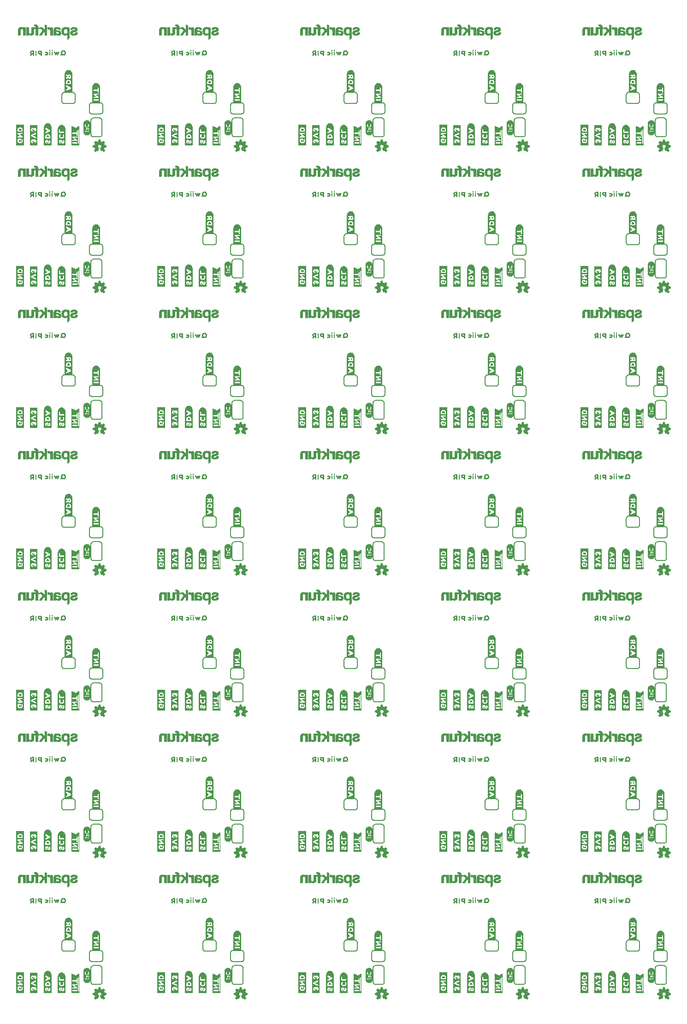
<source format=gbo>
G04 EAGLE Gerber RS-274X export*
G75*
%MOMM*%
%FSLAX34Y34*%
%LPD*%
%INSilkscreen Bottom*%
%IPPOS*%
%AMOC8*
5,1,8,0,0,1.08239X$1,22.5*%
G01*
%ADD10C,0.203200*%
%ADD11R,0.030000X1.830000*%
%ADD12R,0.030000X2.010000*%
%ADD13R,0.020000X2.130000*%
%ADD14R,0.040000X2.250000*%
%ADD15R,0.030000X2.310000*%
%ADD16R,0.030000X2.370000*%
%ADD17R,0.020000X2.430000*%
%ADD18R,0.030000X0.930000*%
%ADD19R,0.030000X0.540000*%
%ADD20R,0.030000X0.750000*%
%ADD21R,0.040000X0.570000*%
%ADD22R,0.040000X0.150000*%
%ADD23R,0.040000X0.390000*%
%ADD24R,0.040000X0.660000*%
%ADD25R,0.030000X0.570000*%
%ADD26R,0.030000X0.120000*%
%ADD27R,0.030000X0.300000*%
%ADD28R,0.030000X0.600000*%
%ADD29R,0.030000X0.240000*%
%ADD30R,0.030000X0.090000*%
%ADD31R,0.030000X0.210000*%
%ADD32R,0.040000X0.630000*%
%ADD33R,0.040000X0.090000*%
%ADD34R,0.040000X0.060000*%
%ADD35R,0.030000X0.630000*%
%ADD36R,0.030000X0.660000*%
%ADD37R,0.030000X0.270000*%
%ADD38R,0.030000X0.720000*%
%ADD39R,0.040000X0.120000*%
%ADD40R,0.040000X1.080000*%
%ADD41R,0.030000X1.110000*%
%ADD42R,0.030000X0.150000*%
%ADD43R,0.030000X1.140000*%
%ADD44R,0.040000X0.180000*%
%ADD45R,0.040000X1.140000*%
%ADD46R,0.030000X0.060000*%
%ADD47R,0.030000X0.030000*%
%ADD48R,0.040000X0.030000*%
%ADD49R,0.040000X1.110000*%
%ADD50R,0.030000X1.080000*%
%ADD51R,0.030000X0.690000*%
%ADD52R,0.040000X0.780000*%
%ADD53R,0.030000X0.870000*%
%ADD54R,0.030000X2.430000*%
%ADD55R,0.030000X2.250000*%
%ADD56R,0.030000X2.130000*%

G36*
X1208167Y1672167D02*
X1208167Y1672167D01*
X1208165Y1672170D01*
X1208169Y1672172D01*
X1208269Y1672772D01*
X1208266Y1672777D01*
X1208269Y1672780D01*
X1208269Y1707380D01*
X1208266Y1707384D01*
X1208269Y1707387D01*
X1208169Y1708087D01*
X1208164Y1708092D01*
X1208167Y1708096D01*
X1207967Y1708695D01*
X1207767Y1709394D01*
X1207762Y1709398D01*
X1207764Y1709402D01*
X1207164Y1710602D01*
X1207157Y1710605D01*
X1207158Y1710611D01*
X1206358Y1711611D01*
X1206354Y1711612D01*
X1206355Y1711615D01*
X1205855Y1712115D01*
X1205848Y1712116D01*
X1205847Y1712121D01*
X1205249Y1712520D01*
X1204751Y1712918D01*
X1204743Y1712919D01*
X1204742Y1712924D01*
X1204142Y1713224D01*
X1204135Y1713223D01*
X1204134Y1713227D01*
X1203435Y1713427D01*
X1202836Y1713627D01*
X1202829Y1713625D01*
X1202827Y1713629D01*
X1202127Y1713729D01*
X1202122Y1713726D01*
X1202120Y1713729D01*
X1200820Y1713729D01*
X1200816Y1713726D01*
X1200813Y1713729D01*
X1200113Y1713629D01*
X1200109Y1713625D01*
X1200106Y1713627D01*
X1199406Y1713427D01*
X1199405Y1713426D01*
X1199404Y1713427D01*
X1198804Y1713227D01*
X1198801Y1713222D01*
X1198798Y1713224D01*
X1198198Y1712924D01*
X1198196Y1712920D01*
X1198193Y1712921D01*
X1197593Y1712521D01*
X1197592Y1712518D01*
X1197589Y1712518D01*
X1196589Y1711718D01*
X1196588Y1711714D01*
X1196585Y1711715D01*
X1196085Y1711215D01*
X1196084Y1711208D01*
X1196079Y1711207D01*
X1195679Y1710607D01*
X1195679Y1710603D01*
X1195676Y1710602D01*
X1195076Y1709402D01*
X1195077Y1709397D01*
X1195073Y1709396D01*
X1194873Y1708796D01*
X1194874Y1708794D01*
X1194873Y1708794D01*
X1194871Y1708786D01*
X1194828Y1708638D01*
X1194814Y1708589D01*
X1194772Y1708441D01*
X1194730Y1708294D01*
X1194716Y1708244D01*
X1194674Y1708097D01*
X1194673Y1708094D01*
X1194674Y1708090D01*
X1194671Y1708088D01*
X1194571Y1707488D01*
X1194574Y1707483D01*
X1194571Y1707480D01*
X1194571Y1672280D01*
X1194607Y1672233D01*
X1194610Y1672235D01*
X1194612Y1672231D01*
X1195212Y1672131D01*
X1195217Y1672134D01*
X1195220Y1672131D01*
X1208120Y1672131D01*
X1208167Y1672167D01*
G37*
G36*
X1208167Y1413087D02*
X1208167Y1413087D01*
X1208165Y1413090D01*
X1208169Y1413092D01*
X1208269Y1413692D01*
X1208266Y1413697D01*
X1208269Y1413700D01*
X1208269Y1448300D01*
X1208266Y1448304D01*
X1208269Y1448307D01*
X1208169Y1449007D01*
X1208164Y1449012D01*
X1208167Y1449016D01*
X1207967Y1449615D01*
X1207767Y1450314D01*
X1207762Y1450318D01*
X1207764Y1450322D01*
X1207164Y1451522D01*
X1207157Y1451525D01*
X1207158Y1451531D01*
X1206358Y1452531D01*
X1206354Y1452532D01*
X1206355Y1452535D01*
X1205855Y1453035D01*
X1205848Y1453036D01*
X1205847Y1453041D01*
X1205249Y1453440D01*
X1204751Y1453838D01*
X1204743Y1453839D01*
X1204742Y1453844D01*
X1204142Y1454144D01*
X1204135Y1454143D01*
X1204134Y1454147D01*
X1203435Y1454347D01*
X1202836Y1454547D01*
X1202829Y1454545D01*
X1202827Y1454549D01*
X1202127Y1454649D01*
X1202122Y1454646D01*
X1202120Y1454649D01*
X1200820Y1454649D01*
X1200816Y1454646D01*
X1200813Y1454649D01*
X1200113Y1454549D01*
X1200109Y1454545D01*
X1200106Y1454547D01*
X1199406Y1454347D01*
X1199405Y1454346D01*
X1199404Y1454347D01*
X1198804Y1454147D01*
X1198801Y1454142D01*
X1198798Y1454144D01*
X1198198Y1453844D01*
X1198196Y1453840D01*
X1198193Y1453841D01*
X1197593Y1453441D01*
X1197592Y1453438D01*
X1197589Y1453438D01*
X1196589Y1452638D01*
X1196588Y1452634D01*
X1196585Y1452635D01*
X1196085Y1452135D01*
X1196084Y1452128D01*
X1196079Y1452127D01*
X1195679Y1451527D01*
X1195679Y1451523D01*
X1195676Y1451522D01*
X1195076Y1450322D01*
X1195077Y1450317D01*
X1195073Y1450316D01*
X1194873Y1449716D01*
X1194874Y1449714D01*
X1194873Y1449714D01*
X1194871Y1449706D01*
X1194828Y1449558D01*
X1194814Y1449509D01*
X1194772Y1449361D01*
X1194730Y1449214D01*
X1194716Y1449164D01*
X1194674Y1449017D01*
X1194673Y1449014D01*
X1194674Y1449010D01*
X1194671Y1449008D01*
X1194571Y1448408D01*
X1194574Y1448403D01*
X1194571Y1448400D01*
X1194571Y1413200D01*
X1194607Y1413153D01*
X1194610Y1413155D01*
X1194612Y1413151D01*
X1195212Y1413051D01*
X1195217Y1413054D01*
X1195220Y1413051D01*
X1208120Y1413051D01*
X1208167Y1413087D01*
G37*
G36*
X690007Y1413087D02*
X690007Y1413087D01*
X690005Y1413090D01*
X690009Y1413092D01*
X690109Y1413692D01*
X690106Y1413697D01*
X690109Y1413700D01*
X690109Y1448300D01*
X690106Y1448304D01*
X690109Y1448307D01*
X690009Y1449007D01*
X690004Y1449012D01*
X690007Y1449016D01*
X689807Y1449615D01*
X689607Y1450314D01*
X689602Y1450318D01*
X689604Y1450322D01*
X689004Y1451522D01*
X688997Y1451525D01*
X688998Y1451531D01*
X688198Y1452531D01*
X688194Y1452532D01*
X688195Y1452535D01*
X687695Y1453035D01*
X687688Y1453036D01*
X687687Y1453041D01*
X687089Y1453440D01*
X686591Y1453838D01*
X686583Y1453839D01*
X686582Y1453844D01*
X685982Y1454144D01*
X685975Y1454143D01*
X685974Y1454147D01*
X685275Y1454347D01*
X684676Y1454547D01*
X684669Y1454545D01*
X684667Y1454549D01*
X683967Y1454649D01*
X683962Y1454646D01*
X683960Y1454649D01*
X682660Y1454649D01*
X682656Y1454646D01*
X682653Y1454649D01*
X681953Y1454549D01*
X681949Y1454545D01*
X681946Y1454547D01*
X681246Y1454347D01*
X681245Y1454346D01*
X681244Y1454347D01*
X680644Y1454147D01*
X680641Y1454142D01*
X680638Y1454144D01*
X680038Y1453844D01*
X680036Y1453840D01*
X680033Y1453841D01*
X679433Y1453441D01*
X679432Y1453438D01*
X679429Y1453438D01*
X678429Y1452638D01*
X678428Y1452634D01*
X678425Y1452635D01*
X677925Y1452135D01*
X677924Y1452128D01*
X677919Y1452127D01*
X677519Y1451527D01*
X677519Y1451523D01*
X677516Y1451522D01*
X676916Y1450322D01*
X676917Y1450317D01*
X676913Y1450316D01*
X676713Y1449716D01*
X676714Y1449714D01*
X676713Y1449714D01*
X676711Y1449706D01*
X676668Y1449558D01*
X676654Y1449509D01*
X676612Y1449361D01*
X676570Y1449214D01*
X676556Y1449164D01*
X676514Y1449017D01*
X676513Y1449014D01*
X676514Y1449010D01*
X676511Y1449008D01*
X676411Y1448408D01*
X676414Y1448403D01*
X676411Y1448400D01*
X676411Y1413200D01*
X676447Y1413153D01*
X676450Y1413155D01*
X676452Y1413151D01*
X677052Y1413051D01*
X677057Y1413054D01*
X677060Y1413051D01*
X689960Y1413051D01*
X690007Y1413087D01*
G37*
G36*
X949087Y1413087D02*
X949087Y1413087D01*
X949085Y1413090D01*
X949089Y1413092D01*
X949189Y1413692D01*
X949186Y1413697D01*
X949189Y1413700D01*
X949189Y1448300D01*
X949186Y1448304D01*
X949189Y1448307D01*
X949089Y1449007D01*
X949084Y1449012D01*
X949087Y1449016D01*
X948887Y1449615D01*
X948687Y1450314D01*
X948682Y1450318D01*
X948684Y1450322D01*
X948084Y1451522D01*
X948077Y1451525D01*
X948078Y1451531D01*
X947278Y1452531D01*
X947274Y1452532D01*
X947275Y1452535D01*
X946775Y1453035D01*
X946768Y1453036D01*
X946767Y1453041D01*
X946169Y1453440D01*
X945671Y1453838D01*
X945663Y1453839D01*
X945662Y1453844D01*
X945062Y1454144D01*
X945055Y1454143D01*
X945054Y1454147D01*
X944355Y1454347D01*
X943756Y1454547D01*
X943749Y1454545D01*
X943747Y1454549D01*
X943047Y1454649D01*
X943042Y1454646D01*
X943040Y1454649D01*
X941740Y1454649D01*
X941736Y1454646D01*
X941733Y1454649D01*
X941033Y1454549D01*
X941029Y1454545D01*
X941026Y1454547D01*
X940326Y1454347D01*
X940325Y1454346D01*
X940324Y1454347D01*
X939724Y1454147D01*
X939721Y1454142D01*
X939718Y1454144D01*
X939118Y1453844D01*
X939116Y1453840D01*
X939113Y1453841D01*
X938513Y1453441D01*
X938512Y1453438D01*
X938509Y1453438D01*
X937509Y1452638D01*
X937508Y1452634D01*
X937505Y1452635D01*
X937005Y1452135D01*
X937004Y1452128D01*
X936999Y1452127D01*
X936599Y1451527D01*
X936599Y1451523D01*
X936596Y1451522D01*
X935996Y1450322D01*
X935997Y1450317D01*
X935993Y1450316D01*
X935793Y1449716D01*
X935794Y1449714D01*
X935793Y1449714D01*
X935791Y1449706D01*
X935748Y1449558D01*
X935734Y1449509D01*
X935692Y1449361D01*
X935650Y1449214D01*
X935636Y1449164D01*
X935594Y1449017D01*
X935593Y1449014D01*
X935594Y1449010D01*
X935591Y1449008D01*
X935491Y1448408D01*
X935494Y1448403D01*
X935491Y1448400D01*
X935491Y1413200D01*
X935527Y1413153D01*
X935530Y1413155D01*
X935532Y1413151D01*
X936132Y1413051D01*
X936137Y1413054D01*
X936140Y1413051D01*
X949040Y1413051D01*
X949087Y1413087D01*
G37*
G36*
X171847Y1413087D02*
X171847Y1413087D01*
X171845Y1413090D01*
X171849Y1413092D01*
X171949Y1413692D01*
X171946Y1413697D01*
X171949Y1413700D01*
X171949Y1448300D01*
X171946Y1448304D01*
X171949Y1448307D01*
X171849Y1449007D01*
X171844Y1449012D01*
X171847Y1449016D01*
X171647Y1449615D01*
X171447Y1450314D01*
X171442Y1450318D01*
X171444Y1450322D01*
X170844Y1451522D01*
X170837Y1451525D01*
X170838Y1451531D01*
X170038Y1452531D01*
X170034Y1452532D01*
X170035Y1452535D01*
X169535Y1453035D01*
X169528Y1453036D01*
X169527Y1453041D01*
X168929Y1453440D01*
X168431Y1453838D01*
X168423Y1453839D01*
X168422Y1453844D01*
X167822Y1454144D01*
X167815Y1454143D01*
X167814Y1454147D01*
X167115Y1454347D01*
X166516Y1454547D01*
X166509Y1454545D01*
X166507Y1454549D01*
X165807Y1454649D01*
X165802Y1454646D01*
X165800Y1454649D01*
X164500Y1454649D01*
X164496Y1454646D01*
X164493Y1454649D01*
X163793Y1454549D01*
X163789Y1454545D01*
X163786Y1454547D01*
X163086Y1454347D01*
X163085Y1454346D01*
X163084Y1454347D01*
X162484Y1454147D01*
X162481Y1454142D01*
X162478Y1454144D01*
X161878Y1453844D01*
X161876Y1453840D01*
X161873Y1453841D01*
X161273Y1453441D01*
X161272Y1453438D01*
X161269Y1453438D01*
X160269Y1452638D01*
X160268Y1452634D01*
X160265Y1452635D01*
X159765Y1452135D01*
X159764Y1452128D01*
X159759Y1452127D01*
X159359Y1451527D01*
X159359Y1451523D01*
X159356Y1451522D01*
X158756Y1450322D01*
X158757Y1450317D01*
X158753Y1450316D01*
X158553Y1449716D01*
X158554Y1449714D01*
X158553Y1449714D01*
X158551Y1449706D01*
X158508Y1449558D01*
X158494Y1449509D01*
X158452Y1449361D01*
X158410Y1449214D01*
X158396Y1449164D01*
X158354Y1449017D01*
X158353Y1449014D01*
X158354Y1449010D01*
X158351Y1449008D01*
X158251Y1448408D01*
X158254Y1448403D01*
X158251Y1448400D01*
X158251Y1413200D01*
X158287Y1413153D01*
X158290Y1413155D01*
X158292Y1413151D01*
X158892Y1413051D01*
X158897Y1413054D01*
X158900Y1413051D01*
X171800Y1413051D01*
X171847Y1413087D01*
G37*
G36*
X1208167Y894927D02*
X1208167Y894927D01*
X1208165Y894930D01*
X1208169Y894932D01*
X1208269Y895532D01*
X1208266Y895537D01*
X1208269Y895540D01*
X1208269Y930140D01*
X1208266Y930144D01*
X1208269Y930147D01*
X1208169Y930847D01*
X1208164Y930852D01*
X1208167Y930856D01*
X1207967Y931455D01*
X1207767Y932154D01*
X1207762Y932158D01*
X1207764Y932162D01*
X1207164Y933362D01*
X1207157Y933365D01*
X1207158Y933371D01*
X1206358Y934371D01*
X1206354Y934372D01*
X1206355Y934375D01*
X1205855Y934875D01*
X1205848Y934876D01*
X1205847Y934881D01*
X1205249Y935280D01*
X1204751Y935678D01*
X1204743Y935679D01*
X1204742Y935684D01*
X1204142Y935984D01*
X1204135Y935983D01*
X1204134Y935987D01*
X1203435Y936187D01*
X1202836Y936387D01*
X1202829Y936385D01*
X1202827Y936389D01*
X1202127Y936489D01*
X1202122Y936486D01*
X1202120Y936489D01*
X1200820Y936489D01*
X1200816Y936486D01*
X1200813Y936489D01*
X1200113Y936389D01*
X1200109Y936385D01*
X1200106Y936387D01*
X1199406Y936187D01*
X1199405Y936186D01*
X1199404Y936187D01*
X1198804Y935987D01*
X1198801Y935982D01*
X1198798Y935984D01*
X1198198Y935684D01*
X1198196Y935680D01*
X1198193Y935681D01*
X1197593Y935281D01*
X1197592Y935278D01*
X1197589Y935278D01*
X1196589Y934478D01*
X1196588Y934474D01*
X1196585Y934475D01*
X1196085Y933975D01*
X1196084Y933968D01*
X1196079Y933967D01*
X1195679Y933367D01*
X1195679Y933363D01*
X1195676Y933362D01*
X1195076Y932162D01*
X1195077Y932157D01*
X1195073Y932156D01*
X1194873Y931556D01*
X1194874Y931554D01*
X1194873Y931554D01*
X1194871Y931546D01*
X1194828Y931398D01*
X1194814Y931349D01*
X1194772Y931201D01*
X1194730Y931054D01*
X1194716Y931004D01*
X1194674Y930857D01*
X1194673Y930854D01*
X1194674Y930850D01*
X1194671Y930848D01*
X1194571Y930248D01*
X1194574Y930243D01*
X1194571Y930240D01*
X1194571Y895040D01*
X1194607Y894993D01*
X1194610Y894995D01*
X1194612Y894991D01*
X1195212Y894891D01*
X1195217Y894894D01*
X1195220Y894891D01*
X1208120Y894891D01*
X1208167Y894927D01*
G37*
G36*
X690007Y117687D02*
X690007Y117687D01*
X690005Y117690D01*
X690009Y117692D01*
X690109Y118292D01*
X690106Y118297D01*
X690109Y118300D01*
X690109Y152900D01*
X690106Y152904D01*
X690109Y152907D01*
X690009Y153607D01*
X690004Y153612D01*
X690007Y153616D01*
X689807Y154215D01*
X689607Y154914D01*
X689602Y154918D01*
X689604Y154922D01*
X689004Y156122D01*
X688997Y156125D01*
X688998Y156131D01*
X688198Y157131D01*
X688194Y157132D01*
X688195Y157135D01*
X687695Y157635D01*
X687688Y157636D01*
X687687Y157641D01*
X687089Y158040D01*
X686591Y158438D01*
X686583Y158439D01*
X686582Y158444D01*
X685982Y158744D01*
X685975Y158743D01*
X685974Y158747D01*
X685275Y158947D01*
X684676Y159147D01*
X684669Y159145D01*
X684667Y159149D01*
X683967Y159249D01*
X683962Y159246D01*
X683960Y159249D01*
X682660Y159249D01*
X682656Y159246D01*
X682653Y159249D01*
X681953Y159149D01*
X681949Y159145D01*
X681946Y159147D01*
X681246Y158947D01*
X681245Y158946D01*
X681244Y158947D01*
X680644Y158747D01*
X680641Y158742D01*
X680638Y158744D01*
X680038Y158444D01*
X680036Y158440D01*
X680033Y158441D01*
X679433Y158041D01*
X679432Y158038D01*
X679429Y158038D01*
X678429Y157238D01*
X678428Y157234D01*
X678425Y157235D01*
X677925Y156735D01*
X677924Y156728D01*
X677919Y156727D01*
X677519Y156127D01*
X677519Y156123D01*
X677516Y156122D01*
X676916Y154922D01*
X676917Y154917D01*
X676913Y154916D01*
X676713Y154316D01*
X676714Y154314D01*
X676713Y154314D01*
X676711Y154306D01*
X676668Y154158D01*
X676654Y154109D01*
X676612Y153961D01*
X676570Y153814D01*
X676556Y153764D01*
X676514Y153617D01*
X676513Y153614D01*
X676514Y153610D01*
X676511Y153608D01*
X676411Y153008D01*
X676414Y153003D01*
X676411Y153000D01*
X676411Y117800D01*
X676447Y117753D01*
X676450Y117755D01*
X676452Y117751D01*
X677052Y117651D01*
X677057Y117654D01*
X677060Y117651D01*
X689960Y117651D01*
X690007Y117687D01*
G37*
G36*
X430927Y117687D02*
X430927Y117687D01*
X430925Y117690D01*
X430929Y117692D01*
X431029Y118292D01*
X431026Y118297D01*
X431029Y118300D01*
X431029Y152900D01*
X431026Y152904D01*
X431029Y152907D01*
X430929Y153607D01*
X430924Y153612D01*
X430927Y153616D01*
X430727Y154215D01*
X430527Y154914D01*
X430522Y154918D01*
X430524Y154922D01*
X429924Y156122D01*
X429917Y156125D01*
X429918Y156131D01*
X429118Y157131D01*
X429114Y157132D01*
X429115Y157135D01*
X428615Y157635D01*
X428608Y157636D01*
X428607Y157641D01*
X428009Y158040D01*
X427511Y158438D01*
X427503Y158439D01*
X427502Y158444D01*
X426902Y158744D01*
X426895Y158743D01*
X426894Y158747D01*
X426195Y158947D01*
X425596Y159147D01*
X425589Y159145D01*
X425587Y159149D01*
X424887Y159249D01*
X424882Y159246D01*
X424880Y159249D01*
X423580Y159249D01*
X423576Y159246D01*
X423573Y159249D01*
X422873Y159149D01*
X422869Y159145D01*
X422866Y159147D01*
X422166Y158947D01*
X422165Y158946D01*
X422164Y158947D01*
X421564Y158747D01*
X421561Y158742D01*
X421558Y158744D01*
X420958Y158444D01*
X420956Y158440D01*
X420953Y158441D01*
X420353Y158041D01*
X420352Y158038D01*
X420349Y158038D01*
X419349Y157238D01*
X419348Y157234D01*
X419345Y157235D01*
X418845Y156735D01*
X418844Y156728D01*
X418839Y156727D01*
X418439Y156127D01*
X418439Y156123D01*
X418436Y156122D01*
X417836Y154922D01*
X417837Y154917D01*
X417833Y154916D01*
X417633Y154316D01*
X417634Y154314D01*
X417633Y154314D01*
X417631Y154306D01*
X417588Y154158D01*
X417574Y154109D01*
X417532Y153961D01*
X417490Y153814D01*
X417476Y153764D01*
X417434Y153617D01*
X417433Y153614D01*
X417434Y153610D01*
X417431Y153608D01*
X417331Y153008D01*
X417334Y153003D01*
X417331Y153000D01*
X417331Y117800D01*
X417367Y117753D01*
X417370Y117755D01*
X417372Y117751D01*
X417972Y117651D01*
X417977Y117654D01*
X417980Y117651D01*
X430880Y117651D01*
X430927Y117687D01*
G37*
G36*
X1208167Y117687D02*
X1208167Y117687D01*
X1208165Y117690D01*
X1208169Y117692D01*
X1208269Y118292D01*
X1208266Y118297D01*
X1208269Y118300D01*
X1208269Y152900D01*
X1208266Y152904D01*
X1208269Y152907D01*
X1208169Y153607D01*
X1208164Y153612D01*
X1208167Y153616D01*
X1207967Y154215D01*
X1207767Y154914D01*
X1207762Y154918D01*
X1207764Y154922D01*
X1207164Y156122D01*
X1207157Y156125D01*
X1207158Y156131D01*
X1206358Y157131D01*
X1206354Y157132D01*
X1206355Y157135D01*
X1205855Y157635D01*
X1205848Y157636D01*
X1205847Y157641D01*
X1205249Y158040D01*
X1204751Y158438D01*
X1204743Y158439D01*
X1204742Y158444D01*
X1204142Y158744D01*
X1204135Y158743D01*
X1204134Y158747D01*
X1203435Y158947D01*
X1202836Y159147D01*
X1202829Y159145D01*
X1202827Y159149D01*
X1202127Y159249D01*
X1202122Y159246D01*
X1202120Y159249D01*
X1200820Y159249D01*
X1200816Y159246D01*
X1200813Y159249D01*
X1200113Y159149D01*
X1200109Y159145D01*
X1200106Y159147D01*
X1199406Y158947D01*
X1199405Y158946D01*
X1199404Y158947D01*
X1198804Y158747D01*
X1198801Y158742D01*
X1198798Y158744D01*
X1198198Y158444D01*
X1198196Y158440D01*
X1198193Y158441D01*
X1197593Y158041D01*
X1197592Y158038D01*
X1197589Y158038D01*
X1196589Y157238D01*
X1196588Y157234D01*
X1196585Y157235D01*
X1196085Y156735D01*
X1196084Y156728D01*
X1196079Y156727D01*
X1195679Y156127D01*
X1195679Y156123D01*
X1195676Y156122D01*
X1195076Y154922D01*
X1195077Y154917D01*
X1195073Y154916D01*
X1194873Y154316D01*
X1194874Y154314D01*
X1194873Y154314D01*
X1194871Y154306D01*
X1194828Y154158D01*
X1194814Y154109D01*
X1194772Y153961D01*
X1194730Y153814D01*
X1194716Y153764D01*
X1194674Y153617D01*
X1194673Y153614D01*
X1194674Y153610D01*
X1194671Y153608D01*
X1194571Y153008D01*
X1194574Y153003D01*
X1194571Y153000D01*
X1194571Y117800D01*
X1194607Y117753D01*
X1194610Y117755D01*
X1194612Y117751D01*
X1195212Y117651D01*
X1195217Y117654D01*
X1195220Y117651D01*
X1208120Y117651D01*
X1208167Y117687D01*
G37*
G36*
X1208167Y1154007D02*
X1208167Y1154007D01*
X1208165Y1154010D01*
X1208169Y1154012D01*
X1208269Y1154612D01*
X1208266Y1154617D01*
X1208269Y1154620D01*
X1208269Y1189220D01*
X1208266Y1189224D01*
X1208269Y1189227D01*
X1208169Y1189927D01*
X1208164Y1189932D01*
X1208167Y1189936D01*
X1207967Y1190535D01*
X1207767Y1191234D01*
X1207762Y1191238D01*
X1207764Y1191242D01*
X1207164Y1192442D01*
X1207157Y1192445D01*
X1207158Y1192451D01*
X1206358Y1193451D01*
X1206354Y1193452D01*
X1206355Y1193455D01*
X1205855Y1193955D01*
X1205848Y1193956D01*
X1205847Y1193961D01*
X1205249Y1194360D01*
X1204751Y1194758D01*
X1204743Y1194759D01*
X1204742Y1194764D01*
X1204142Y1195064D01*
X1204135Y1195063D01*
X1204134Y1195067D01*
X1203435Y1195267D01*
X1202836Y1195467D01*
X1202829Y1195465D01*
X1202827Y1195469D01*
X1202127Y1195569D01*
X1202122Y1195566D01*
X1202120Y1195569D01*
X1200820Y1195569D01*
X1200816Y1195566D01*
X1200813Y1195569D01*
X1200113Y1195469D01*
X1200109Y1195465D01*
X1200106Y1195467D01*
X1199406Y1195267D01*
X1199405Y1195266D01*
X1199404Y1195267D01*
X1198804Y1195067D01*
X1198801Y1195062D01*
X1198798Y1195064D01*
X1198198Y1194764D01*
X1198196Y1194760D01*
X1198193Y1194761D01*
X1197593Y1194361D01*
X1197592Y1194358D01*
X1197589Y1194358D01*
X1196589Y1193558D01*
X1196588Y1193554D01*
X1196585Y1193555D01*
X1196085Y1193055D01*
X1196084Y1193048D01*
X1196079Y1193047D01*
X1195679Y1192447D01*
X1195679Y1192443D01*
X1195676Y1192442D01*
X1195076Y1191242D01*
X1195077Y1191237D01*
X1195073Y1191236D01*
X1194873Y1190636D01*
X1194874Y1190634D01*
X1194873Y1190634D01*
X1194871Y1190626D01*
X1194828Y1190478D01*
X1194814Y1190429D01*
X1194772Y1190281D01*
X1194730Y1190134D01*
X1194716Y1190084D01*
X1194674Y1189937D01*
X1194673Y1189934D01*
X1194674Y1189930D01*
X1194671Y1189928D01*
X1194571Y1189328D01*
X1194574Y1189323D01*
X1194571Y1189320D01*
X1194571Y1154120D01*
X1194607Y1154073D01*
X1194610Y1154075D01*
X1194612Y1154071D01*
X1195212Y1153971D01*
X1195217Y1153974D01*
X1195220Y1153971D01*
X1208120Y1153971D01*
X1208167Y1154007D01*
G37*
G36*
X171847Y1154007D02*
X171847Y1154007D01*
X171845Y1154010D01*
X171849Y1154012D01*
X171949Y1154612D01*
X171946Y1154617D01*
X171949Y1154620D01*
X171949Y1189220D01*
X171946Y1189224D01*
X171949Y1189227D01*
X171849Y1189927D01*
X171844Y1189932D01*
X171847Y1189936D01*
X171647Y1190535D01*
X171447Y1191234D01*
X171442Y1191238D01*
X171444Y1191242D01*
X170844Y1192442D01*
X170837Y1192445D01*
X170838Y1192451D01*
X170038Y1193451D01*
X170034Y1193452D01*
X170035Y1193455D01*
X169535Y1193955D01*
X169528Y1193956D01*
X169527Y1193961D01*
X168929Y1194360D01*
X168431Y1194758D01*
X168423Y1194759D01*
X168422Y1194764D01*
X167822Y1195064D01*
X167815Y1195063D01*
X167814Y1195067D01*
X167115Y1195267D01*
X166516Y1195467D01*
X166509Y1195465D01*
X166507Y1195469D01*
X165807Y1195569D01*
X165802Y1195566D01*
X165800Y1195569D01*
X164500Y1195569D01*
X164496Y1195566D01*
X164493Y1195569D01*
X163793Y1195469D01*
X163789Y1195465D01*
X163786Y1195467D01*
X163086Y1195267D01*
X163085Y1195266D01*
X163084Y1195267D01*
X162484Y1195067D01*
X162481Y1195062D01*
X162478Y1195064D01*
X161878Y1194764D01*
X161876Y1194760D01*
X161873Y1194761D01*
X161273Y1194361D01*
X161272Y1194358D01*
X161269Y1194358D01*
X160269Y1193558D01*
X160268Y1193554D01*
X160265Y1193555D01*
X159765Y1193055D01*
X159764Y1193048D01*
X159759Y1193047D01*
X159359Y1192447D01*
X159359Y1192443D01*
X159356Y1192442D01*
X158756Y1191242D01*
X158757Y1191237D01*
X158753Y1191236D01*
X158553Y1190636D01*
X158554Y1190634D01*
X158553Y1190634D01*
X158551Y1190626D01*
X158508Y1190478D01*
X158494Y1190429D01*
X158452Y1190281D01*
X158410Y1190134D01*
X158396Y1190084D01*
X158354Y1189937D01*
X158353Y1189934D01*
X158354Y1189930D01*
X158351Y1189928D01*
X158251Y1189328D01*
X158254Y1189323D01*
X158251Y1189320D01*
X158251Y1154120D01*
X158287Y1154073D01*
X158290Y1154075D01*
X158292Y1154071D01*
X158892Y1153971D01*
X158897Y1153974D01*
X158900Y1153971D01*
X171800Y1153971D01*
X171847Y1154007D01*
G37*
G36*
X430927Y1672167D02*
X430927Y1672167D01*
X430925Y1672170D01*
X430929Y1672172D01*
X431029Y1672772D01*
X431026Y1672777D01*
X431029Y1672780D01*
X431029Y1707380D01*
X431026Y1707384D01*
X431029Y1707387D01*
X430929Y1708087D01*
X430924Y1708092D01*
X430927Y1708096D01*
X430727Y1708695D01*
X430527Y1709394D01*
X430522Y1709398D01*
X430524Y1709402D01*
X429924Y1710602D01*
X429917Y1710605D01*
X429918Y1710611D01*
X429118Y1711611D01*
X429114Y1711612D01*
X429115Y1711615D01*
X428615Y1712115D01*
X428608Y1712116D01*
X428607Y1712121D01*
X428009Y1712520D01*
X427511Y1712918D01*
X427503Y1712919D01*
X427502Y1712924D01*
X426902Y1713224D01*
X426895Y1713223D01*
X426894Y1713227D01*
X426195Y1713427D01*
X425596Y1713627D01*
X425589Y1713625D01*
X425587Y1713629D01*
X424887Y1713729D01*
X424882Y1713726D01*
X424880Y1713729D01*
X423580Y1713729D01*
X423576Y1713726D01*
X423573Y1713729D01*
X422873Y1713629D01*
X422869Y1713625D01*
X422866Y1713627D01*
X422166Y1713427D01*
X422165Y1713426D01*
X422164Y1713427D01*
X421564Y1713227D01*
X421561Y1713222D01*
X421558Y1713224D01*
X420958Y1712924D01*
X420956Y1712920D01*
X420953Y1712921D01*
X420353Y1712521D01*
X420352Y1712518D01*
X420349Y1712518D01*
X419349Y1711718D01*
X419348Y1711714D01*
X419345Y1711715D01*
X418845Y1711215D01*
X418844Y1711208D01*
X418839Y1711207D01*
X418439Y1710607D01*
X418439Y1710603D01*
X418436Y1710602D01*
X417836Y1709402D01*
X417837Y1709397D01*
X417833Y1709396D01*
X417633Y1708796D01*
X417634Y1708794D01*
X417633Y1708794D01*
X417631Y1708786D01*
X417588Y1708638D01*
X417574Y1708589D01*
X417532Y1708441D01*
X417490Y1708294D01*
X417476Y1708244D01*
X417434Y1708097D01*
X417433Y1708094D01*
X417434Y1708090D01*
X417431Y1708088D01*
X417331Y1707488D01*
X417334Y1707483D01*
X417331Y1707480D01*
X417331Y1672280D01*
X417367Y1672233D01*
X417370Y1672235D01*
X417372Y1672231D01*
X417972Y1672131D01*
X417977Y1672134D01*
X417980Y1672131D01*
X430880Y1672131D01*
X430927Y1672167D01*
G37*
G36*
X171847Y1672167D02*
X171847Y1672167D01*
X171845Y1672170D01*
X171849Y1672172D01*
X171949Y1672772D01*
X171946Y1672777D01*
X171949Y1672780D01*
X171949Y1707380D01*
X171946Y1707384D01*
X171949Y1707387D01*
X171849Y1708087D01*
X171844Y1708092D01*
X171847Y1708096D01*
X171647Y1708695D01*
X171447Y1709394D01*
X171442Y1709398D01*
X171444Y1709402D01*
X170844Y1710602D01*
X170837Y1710605D01*
X170838Y1710611D01*
X170038Y1711611D01*
X170034Y1711612D01*
X170035Y1711615D01*
X169535Y1712115D01*
X169528Y1712116D01*
X169527Y1712121D01*
X168929Y1712520D01*
X168431Y1712918D01*
X168423Y1712919D01*
X168422Y1712924D01*
X167822Y1713224D01*
X167815Y1713223D01*
X167814Y1713227D01*
X167115Y1713427D01*
X166516Y1713627D01*
X166509Y1713625D01*
X166507Y1713629D01*
X165807Y1713729D01*
X165802Y1713726D01*
X165800Y1713729D01*
X164500Y1713729D01*
X164496Y1713726D01*
X164493Y1713729D01*
X163793Y1713629D01*
X163789Y1713625D01*
X163786Y1713627D01*
X163086Y1713427D01*
X163085Y1713426D01*
X163084Y1713427D01*
X162484Y1713227D01*
X162481Y1713222D01*
X162478Y1713224D01*
X161878Y1712924D01*
X161876Y1712920D01*
X161873Y1712921D01*
X161273Y1712521D01*
X161272Y1712518D01*
X161269Y1712518D01*
X160269Y1711718D01*
X160268Y1711714D01*
X160265Y1711715D01*
X159765Y1711215D01*
X159764Y1711208D01*
X159759Y1711207D01*
X159359Y1710607D01*
X159359Y1710603D01*
X159356Y1710602D01*
X158756Y1709402D01*
X158757Y1709397D01*
X158753Y1709396D01*
X158553Y1708796D01*
X158554Y1708794D01*
X158553Y1708794D01*
X158551Y1708786D01*
X158508Y1708638D01*
X158494Y1708589D01*
X158452Y1708441D01*
X158410Y1708294D01*
X158396Y1708244D01*
X158354Y1708097D01*
X158353Y1708094D01*
X158354Y1708090D01*
X158351Y1708088D01*
X158251Y1707488D01*
X158254Y1707483D01*
X158251Y1707480D01*
X158251Y1672280D01*
X158287Y1672233D01*
X158290Y1672235D01*
X158292Y1672231D01*
X158892Y1672131D01*
X158897Y1672134D01*
X158900Y1672131D01*
X171800Y1672131D01*
X171847Y1672167D01*
G37*
G36*
X1208167Y376767D02*
X1208167Y376767D01*
X1208165Y376770D01*
X1208169Y376772D01*
X1208269Y377372D01*
X1208266Y377377D01*
X1208269Y377380D01*
X1208269Y411980D01*
X1208266Y411984D01*
X1208269Y411987D01*
X1208169Y412687D01*
X1208164Y412692D01*
X1208167Y412696D01*
X1207967Y413295D01*
X1207767Y413994D01*
X1207762Y413998D01*
X1207764Y414002D01*
X1207164Y415202D01*
X1207157Y415205D01*
X1207158Y415211D01*
X1206358Y416211D01*
X1206354Y416212D01*
X1206355Y416215D01*
X1205855Y416715D01*
X1205848Y416716D01*
X1205847Y416721D01*
X1205249Y417120D01*
X1204751Y417518D01*
X1204743Y417519D01*
X1204742Y417524D01*
X1204142Y417824D01*
X1204135Y417823D01*
X1204134Y417827D01*
X1203435Y418027D01*
X1202836Y418227D01*
X1202829Y418225D01*
X1202827Y418229D01*
X1202127Y418329D01*
X1202122Y418326D01*
X1202120Y418329D01*
X1200820Y418329D01*
X1200816Y418326D01*
X1200813Y418329D01*
X1200113Y418229D01*
X1200109Y418225D01*
X1200106Y418227D01*
X1199406Y418027D01*
X1199405Y418026D01*
X1199404Y418027D01*
X1198804Y417827D01*
X1198801Y417822D01*
X1198798Y417824D01*
X1198198Y417524D01*
X1198196Y417520D01*
X1198193Y417521D01*
X1197593Y417121D01*
X1197592Y417118D01*
X1197589Y417118D01*
X1196589Y416318D01*
X1196588Y416314D01*
X1196585Y416315D01*
X1196085Y415815D01*
X1196084Y415808D01*
X1196079Y415807D01*
X1195679Y415207D01*
X1195679Y415203D01*
X1195676Y415202D01*
X1195076Y414002D01*
X1195077Y413997D01*
X1195073Y413996D01*
X1194873Y413396D01*
X1194874Y413394D01*
X1194873Y413394D01*
X1194871Y413386D01*
X1194828Y413238D01*
X1194814Y413189D01*
X1194772Y413041D01*
X1194730Y412894D01*
X1194716Y412844D01*
X1194674Y412697D01*
X1194673Y412694D01*
X1194674Y412690D01*
X1194671Y412688D01*
X1194571Y412088D01*
X1194574Y412083D01*
X1194571Y412080D01*
X1194571Y376880D01*
X1194607Y376833D01*
X1194610Y376835D01*
X1194612Y376831D01*
X1195212Y376731D01*
X1195217Y376734D01*
X1195220Y376731D01*
X1208120Y376731D01*
X1208167Y376767D01*
G37*
G36*
X690007Y1672167D02*
X690007Y1672167D01*
X690005Y1672170D01*
X690009Y1672172D01*
X690109Y1672772D01*
X690106Y1672777D01*
X690109Y1672780D01*
X690109Y1707380D01*
X690106Y1707384D01*
X690109Y1707387D01*
X690009Y1708087D01*
X690004Y1708092D01*
X690007Y1708096D01*
X689807Y1708695D01*
X689607Y1709394D01*
X689602Y1709398D01*
X689604Y1709402D01*
X689004Y1710602D01*
X688997Y1710605D01*
X688998Y1710611D01*
X688198Y1711611D01*
X688194Y1711612D01*
X688195Y1711615D01*
X687695Y1712115D01*
X687688Y1712116D01*
X687687Y1712121D01*
X687089Y1712520D01*
X686591Y1712918D01*
X686583Y1712919D01*
X686582Y1712924D01*
X685982Y1713224D01*
X685975Y1713223D01*
X685974Y1713227D01*
X685275Y1713427D01*
X684676Y1713627D01*
X684669Y1713625D01*
X684667Y1713629D01*
X683967Y1713729D01*
X683962Y1713726D01*
X683960Y1713729D01*
X682660Y1713729D01*
X682656Y1713726D01*
X682653Y1713729D01*
X681953Y1713629D01*
X681949Y1713625D01*
X681946Y1713627D01*
X681246Y1713427D01*
X681245Y1713426D01*
X681244Y1713427D01*
X680644Y1713227D01*
X680641Y1713222D01*
X680638Y1713224D01*
X680038Y1712924D01*
X680036Y1712920D01*
X680033Y1712921D01*
X679433Y1712521D01*
X679432Y1712518D01*
X679429Y1712518D01*
X678429Y1711718D01*
X678428Y1711714D01*
X678425Y1711715D01*
X677925Y1711215D01*
X677924Y1711208D01*
X677919Y1711207D01*
X677519Y1710607D01*
X677519Y1710603D01*
X677516Y1710602D01*
X676916Y1709402D01*
X676917Y1709397D01*
X676913Y1709396D01*
X676713Y1708796D01*
X676714Y1708794D01*
X676713Y1708794D01*
X676711Y1708786D01*
X676668Y1708638D01*
X676654Y1708589D01*
X676612Y1708441D01*
X676570Y1708294D01*
X676556Y1708244D01*
X676514Y1708097D01*
X676513Y1708094D01*
X676514Y1708090D01*
X676511Y1708088D01*
X676411Y1707488D01*
X676414Y1707483D01*
X676411Y1707480D01*
X676411Y1672280D01*
X676447Y1672233D01*
X676450Y1672235D01*
X676452Y1672231D01*
X677052Y1672131D01*
X677057Y1672134D01*
X677060Y1672131D01*
X689960Y1672131D01*
X690007Y1672167D01*
G37*
G36*
X949087Y1672167D02*
X949087Y1672167D01*
X949085Y1672170D01*
X949089Y1672172D01*
X949189Y1672772D01*
X949186Y1672777D01*
X949189Y1672780D01*
X949189Y1707380D01*
X949186Y1707384D01*
X949189Y1707387D01*
X949089Y1708087D01*
X949084Y1708092D01*
X949087Y1708096D01*
X948887Y1708695D01*
X948687Y1709394D01*
X948682Y1709398D01*
X948684Y1709402D01*
X948084Y1710602D01*
X948077Y1710605D01*
X948078Y1710611D01*
X947278Y1711611D01*
X947274Y1711612D01*
X947275Y1711615D01*
X946775Y1712115D01*
X946768Y1712116D01*
X946767Y1712121D01*
X946169Y1712520D01*
X945671Y1712918D01*
X945663Y1712919D01*
X945662Y1712924D01*
X945062Y1713224D01*
X945055Y1713223D01*
X945054Y1713227D01*
X944355Y1713427D01*
X943756Y1713627D01*
X943749Y1713625D01*
X943747Y1713629D01*
X943047Y1713729D01*
X943042Y1713726D01*
X943040Y1713729D01*
X941740Y1713729D01*
X941736Y1713726D01*
X941733Y1713729D01*
X941033Y1713629D01*
X941029Y1713625D01*
X941026Y1713627D01*
X940326Y1713427D01*
X940325Y1713426D01*
X940324Y1713427D01*
X939724Y1713227D01*
X939721Y1713222D01*
X939718Y1713224D01*
X939118Y1712924D01*
X939116Y1712920D01*
X939113Y1712921D01*
X938513Y1712521D01*
X938512Y1712518D01*
X938509Y1712518D01*
X937509Y1711718D01*
X937508Y1711714D01*
X937505Y1711715D01*
X937005Y1711215D01*
X937004Y1711208D01*
X936999Y1711207D01*
X936599Y1710607D01*
X936599Y1710603D01*
X936596Y1710602D01*
X935996Y1709402D01*
X935997Y1709397D01*
X935993Y1709396D01*
X935793Y1708796D01*
X935794Y1708794D01*
X935793Y1708794D01*
X935791Y1708786D01*
X935748Y1708638D01*
X935734Y1708589D01*
X935692Y1708441D01*
X935650Y1708294D01*
X935636Y1708244D01*
X935594Y1708097D01*
X935593Y1708094D01*
X935594Y1708090D01*
X935591Y1708088D01*
X935491Y1707488D01*
X935494Y1707483D01*
X935491Y1707480D01*
X935491Y1672280D01*
X935527Y1672233D01*
X935530Y1672235D01*
X935532Y1672231D01*
X936132Y1672131D01*
X936137Y1672134D01*
X936140Y1672131D01*
X949040Y1672131D01*
X949087Y1672167D01*
G37*
G36*
X949087Y635847D02*
X949087Y635847D01*
X949085Y635850D01*
X949089Y635852D01*
X949189Y636452D01*
X949186Y636457D01*
X949189Y636460D01*
X949189Y671060D01*
X949186Y671064D01*
X949189Y671067D01*
X949089Y671767D01*
X949084Y671772D01*
X949087Y671776D01*
X948887Y672375D01*
X948687Y673074D01*
X948682Y673078D01*
X948684Y673082D01*
X948084Y674282D01*
X948077Y674285D01*
X948078Y674291D01*
X947278Y675291D01*
X947274Y675292D01*
X947275Y675295D01*
X946775Y675795D01*
X946768Y675796D01*
X946767Y675801D01*
X946169Y676200D01*
X945671Y676598D01*
X945663Y676599D01*
X945662Y676604D01*
X945062Y676904D01*
X945055Y676903D01*
X945054Y676907D01*
X944355Y677107D01*
X943756Y677307D01*
X943749Y677305D01*
X943747Y677309D01*
X943047Y677409D01*
X943042Y677406D01*
X943040Y677409D01*
X941740Y677409D01*
X941736Y677406D01*
X941733Y677409D01*
X941033Y677309D01*
X941029Y677305D01*
X941026Y677307D01*
X940326Y677107D01*
X940325Y677106D01*
X940324Y677107D01*
X939724Y676907D01*
X939721Y676902D01*
X939718Y676904D01*
X939118Y676604D01*
X939116Y676600D01*
X939113Y676601D01*
X938513Y676201D01*
X938512Y676198D01*
X938509Y676198D01*
X937509Y675398D01*
X937508Y675394D01*
X937505Y675395D01*
X937005Y674895D01*
X937004Y674888D01*
X936999Y674887D01*
X936599Y674287D01*
X936599Y674283D01*
X936596Y674282D01*
X935996Y673082D01*
X935997Y673077D01*
X935993Y673076D01*
X935793Y672476D01*
X935794Y672474D01*
X935793Y672474D01*
X935791Y672466D01*
X935748Y672318D01*
X935734Y672269D01*
X935692Y672121D01*
X935650Y671974D01*
X935636Y671924D01*
X935594Y671777D01*
X935593Y671774D01*
X935594Y671770D01*
X935591Y671768D01*
X935491Y671168D01*
X935494Y671163D01*
X935491Y671160D01*
X935491Y635960D01*
X935527Y635913D01*
X935530Y635915D01*
X935532Y635911D01*
X936132Y635811D01*
X936137Y635814D01*
X936140Y635811D01*
X949040Y635811D01*
X949087Y635847D01*
G37*
G36*
X690007Y894927D02*
X690007Y894927D01*
X690005Y894930D01*
X690009Y894932D01*
X690109Y895532D01*
X690106Y895537D01*
X690109Y895540D01*
X690109Y930140D01*
X690106Y930144D01*
X690109Y930147D01*
X690009Y930847D01*
X690004Y930852D01*
X690007Y930856D01*
X689807Y931455D01*
X689607Y932154D01*
X689602Y932158D01*
X689604Y932162D01*
X689004Y933362D01*
X688997Y933365D01*
X688998Y933371D01*
X688198Y934371D01*
X688194Y934372D01*
X688195Y934375D01*
X687695Y934875D01*
X687688Y934876D01*
X687687Y934881D01*
X687089Y935280D01*
X686591Y935678D01*
X686583Y935679D01*
X686582Y935684D01*
X685982Y935984D01*
X685975Y935983D01*
X685974Y935987D01*
X685275Y936187D01*
X684676Y936387D01*
X684669Y936385D01*
X684667Y936389D01*
X683967Y936489D01*
X683962Y936486D01*
X683960Y936489D01*
X682660Y936489D01*
X682656Y936486D01*
X682653Y936489D01*
X681953Y936389D01*
X681949Y936385D01*
X681946Y936387D01*
X681246Y936187D01*
X681245Y936186D01*
X681244Y936187D01*
X680644Y935987D01*
X680641Y935982D01*
X680638Y935984D01*
X680038Y935684D01*
X680036Y935680D01*
X680033Y935681D01*
X679433Y935281D01*
X679432Y935278D01*
X679429Y935278D01*
X678429Y934478D01*
X678428Y934474D01*
X678425Y934475D01*
X677925Y933975D01*
X677924Y933968D01*
X677919Y933967D01*
X677519Y933367D01*
X677519Y933363D01*
X677516Y933362D01*
X676916Y932162D01*
X676917Y932157D01*
X676913Y932156D01*
X676713Y931556D01*
X676714Y931554D01*
X676713Y931554D01*
X676711Y931546D01*
X676668Y931398D01*
X676654Y931349D01*
X676612Y931201D01*
X676570Y931054D01*
X676556Y931004D01*
X676514Y930857D01*
X676513Y930854D01*
X676514Y930850D01*
X676511Y930848D01*
X676411Y930248D01*
X676414Y930243D01*
X676411Y930240D01*
X676411Y895040D01*
X676447Y894993D01*
X676450Y894995D01*
X676452Y894991D01*
X677052Y894891D01*
X677057Y894894D01*
X677060Y894891D01*
X689960Y894891D01*
X690007Y894927D01*
G37*
G36*
X949087Y894927D02*
X949087Y894927D01*
X949085Y894930D01*
X949089Y894932D01*
X949189Y895532D01*
X949186Y895537D01*
X949189Y895540D01*
X949189Y930140D01*
X949186Y930144D01*
X949189Y930147D01*
X949089Y930847D01*
X949084Y930852D01*
X949087Y930856D01*
X948887Y931455D01*
X948687Y932154D01*
X948682Y932158D01*
X948684Y932162D01*
X948084Y933362D01*
X948077Y933365D01*
X948078Y933371D01*
X947278Y934371D01*
X947274Y934372D01*
X947275Y934375D01*
X946775Y934875D01*
X946768Y934876D01*
X946767Y934881D01*
X946169Y935280D01*
X945671Y935678D01*
X945663Y935679D01*
X945662Y935684D01*
X945062Y935984D01*
X945055Y935983D01*
X945054Y935987D01*
X944355Y936187D01*
X943756Y936387D01*
X943749Y936385D01*
X943747Y936389D01*
X943047Y936489D01*
X943042Y936486D01*
X943040Y936489D01*
X941740Y936489D01*
X941736Y936486D01*
X941733Y936489D01*
X941033Y936389D01*
X941029Y936385D01*
X941026Y936387D01*
X940326Y936187D01*
X940325Y936186D01*
X940324Y936187D01*
X939724Y935987D01*
X939721Y935982D01*
X939718Y935984D01*
X939118Y935684D01*
X939116Y935680D01*
X939113Y935681D01*
X938513Y935281D01*
X938512Y935278D01*
X938509Y935278D01*
X937509Y934478D01*
X937508Y934474D01*
X937505Y934475D01*
X937005Y933975D01*
X937004Y933968D01*
X936999Y933967D01*
X936599Y933367D01*
X936599Y933363D01*
X936596Y933362D01*
X935996Y932162D01*
X935997Y932157D01*
X935993Y932156D01*
X935793Y931556D01*
X935794Y931554D01*
X935793Y931554D01*
X935791Y931546D01*
X935748Y931398D01*
X935734Y931349D01*
X935692Y931201D01*
X935650Y931054D01*
X935636Y931004D01*
X935594Y930857D01*
X935593Y930854D01*
X935594Y930850D01*
X935591Y930848D01*
X935491Y930248D01*
X935494Y930243D01*
X935491Y930240D01*
X935491Y895040D01*
X935527Y894993D01*
X935530Y894995D01*
X935532Y894991D01*
X936132Y894891D01*
X936137Y894894D01*
X936140Y894891D01*
X949040Y894891D01*
X949087Y894927D01*
G37*
G36*
X171847Y894927D02*
X171847Y894927D01*
X171845Y894930D01*
X171849Y894932D01*
X171949Y895532D01*
X171946Y895537D01*
X171949Y895540D01*
X171949Y930140D01*
X171946Y930144D01*
X171949Y930147D01*
X171849Y930847D01*
X171844Y930852D01*
X171847Y930856D01*
X171647Y931455D01*
X171447Y932154D01*
X171442Y932158D01*
X171444Y932162D01*
X170844Y933362D01*
X170837Y933365D01*
X170838Y933371D01*
X170038Y934371D01*
X170034Y934372D01*
X170035Y934375D01*
X169535Y934875D01*
X169528Y934876D01*
X169527Y934881D01*
X168929Y935280D01*
X168431Y935678D01*
X168423Y935679D01*
X168422Y935684D01*
X167822Y935984D01*
X167815Y935983D01*
X167814Y935987D01*
X167115Y936187D01*
X166516Y936387D01*
X166509Y936385D01*
X166507Y936389D01*
X165807Y936489D01*
X165802Y936486D01*
X165800Y936489D01*
X164500Y936489D01*
X164496Y936486D01*
X164493Y936489D01*
X163793Y936389D01*
X163789Y936385D01*
X163786Y936387D01*
X163086Y936187D01*
X163085Y936186D01*
X163084Y936187D01*
X162484Y935987D01*
X162481Y935982D01*
X162478Y935984D01*
X161878Y935684D01*
X161876Y935680D01*
X161873Y935681D01*
X161273Y935281D01*
X161272Y935278D01*
X161269Y935278D01*
X160269Y934478D01*
X160268Y934474D01*
X160265Y934475D01*
X159765Y933975D01*
X159764Y933968D01*
X159759Y933967D01*
X159359Y933367D01*
X159359Y933363D01*
X159356Y933362D01*
X158756Y932162D01*
X158757Y932157D01*
X158753Y932156D01*
X158553Y931556D01*
X158554Y931554D01*
X158553Y931554D01*
X158551Y931546D01*
X158508Y931398D01*
X158494Y931349D01*
X158452Y931201D01*
X158410Y931054D01*
X158396Y931004D01*
X158354Y930857D01*
X158353Y930854D01*
X158354Y930850D01*
X158351Y930848D01*
X158251Y930248D01*
X158254Y930243D01*
X158251Y930240D01*
X158251Y895040D01*
X158287Y894993D01*
X158290Y894995D01*
X158292Y894991D01*
X158892Y894891D01*
X158897Y894894D01*
X158900Y894891D01*
X171800Y894891D01*
X171847Y894927D01*
G37*
G36*
X949087Y1154007D02*
X949087Y1154007D01*
X949085Y1154010D01*
X949089Y1154012D01*
X949189Y1154612D01*
X949186Y1154617D01*
X949189Y1154620D01*
X949189Y1189220D01*
X949186Y1189224D01*
X949189Y1189227D01*
X949089Y1189927D01*
X949084Y1189932D01*
X949087Y1189936D01*
X948887Y1190535D01*
X948687Y1191234D01*
X948682Y1191238D01*
X948684Y1191242D01*
X948084Y1192442D01*
X948077Y1192445D01*
X948078Y1192451D01*
X947278Y1193451D01*
X947274Y1193452D01*
X947275Y1193455D01*
X946775Y1193955D01*
X946768Y1193956D01*
X946767Y1193961D01*
X946169Y1194360D01*
X945671Y1194758D01*
X945663Y1194759D01*
X945662Y1194764D01*
X945062Y1195064D01*
X945055Y1195063D01*
X945054Y1195067D01*
X944355Y1195267D01*
X943756Y1195467D01*
X943749Y1195465D01*
X943747Y1195469D01*
X943047Y1195569D01*
X943042Y1195566D01*
X943040Y1195569D01*
X941740Y1195569D01*
X941736Y1195566D01*
X941733Y1195569D01*
X941033Y1195469D01*
X941029Y1195465D01*
X941026Y1195467D01*
X940326Y1195267D01*
X940325Y1195266D01*
X940324Y1195267D01*
X939724Y1195067D01*
X939721Y1195062D01*
X939718Y1195064D01*
X939118Y1194764D01*
X939116Y1194760D01*
X939113Y1194761D01*
X938513Y1194361D01*
X938512Y1194358D01*
X938509Y1194358D01*
X937509Y1193558D01*
X937508Y1193554D01*
X937505Y1193555D01*
X937005Y1193055D01*
X937004Y1193048D01*
X936999Y1193047D01*
X936599Y1192447D01*
X936599Y1192443D01*
X936596Y1192442D01*
X935996Y1191242D01*
X935997Y1191237D01*
X935993Y1191236D01*
X935793Y1190636D01*
X935794Y1190634D01*
X935793Y1190634D01*
X935791Y1190626D01*
X935748Y1190478D01*
X935734Y1190429D01*
X935692Y1190281D01*
X935650Y1190134D01*
X935636Y1190084D01*
X935594Y1189937D01*
X935593Y1189934D01*
X935594Y1189930D01*
X935591Y1189928D01*
X935491Y1189328D01*
X935494Y1189323D01*
X935491Y1189320D01*
X935491Y1154120D01*
X935527Y1154073D01*
X935530Y1154075D01*
X935532Y1154071D01*
X936132Y1153971D01*
X936137Y1153974D01*
X936140Y1153971D01*
X949040Y1153971D01*
X949087Y1154007D01*
G37*
G36*
X690007Y1154007D02*
X690007Y1154007D01*
X690005Y1154010D01*
X690009Y1154012D01*
X690109Y1154612D01*
X690106Y1154617D01*
X690109Y1154620D01*
X690109Y1189220D01*
X690106Y1189224D01*
X690109Y1189227D01*
X690009Y1189927D01*
X690004Y1189932D01*
X690007Y1189936D01*
X689807Y1190535D01*
X689607Y1191234D01*
X689602Y1191238D01*
X689604Y1191242D01*
X689004Y1192442D01*
X688997Y1192445D01*
X688998Y1192451D01*
X688198Y1193451D01*
X688194Y1193452D01*
X688195Y1193455D01*
X687695Y1193955D01*
X687688Y1193956D01*
X687687Y1193961D01*
X687089Y1194360D01*
X686591Y1194758D01*
X686583Y1194759D01*
X686582Y1194764D01*
X685982Y1195064D01*
X685975Y1195063D01*
X685974Y1195067D01*
X685275Y1195267D01*
X684676Y1195467D01*
X684669Y1195465D01*
X684667Y1195469D01*
X683967Y1195569D01*
X683962Y1195566D01*
X683960Y1195569D01*
X682660Y1195569D01*
X682656Y1195566D01*
X682653Y1195569D01*
X681953Y1195469D01*
X681949Y1195465D01*
X681946Y1195467D01*
X681246Y1195267D01*
X681245Y1195266D01*
X681244Y1195267D01*
X680644Y1195067D01*
X680641Y1195062D01*
X680638Y1195064D01*
X680038Y1194764D01*
X680036Y1194760D01*
X680033Y1194761D01*
X679433Y1194361D01*
X679432Y1194358D01*
X679429Y1194358D01*
X678429Y1193558D01*
X678428Y1193554D01*
X678425Y1193555D01*
X677925Y1193055D01*
X677924Y1193048D01*
X677919Y1193047D01*
X677519Y1192447D01*
X677519Y1192443D01*
X677516Y1192442D01*
X676916Y1191242D01*
X676917Y1191237D01*
X676913Y1191236D01*
X676713Y1190636D01*
X676714Y1190634D01*
X676713Y1190634D01*
X676711Y1190626D01*
X676668Y1190478D01*
X676654Y1190429D01*
X676612Y1190281D01*
X676570Y1190134D01*
X676556Y1190084D01*
X676514Y1189937D01*
X676513Y1189934D01*
X676514Y1189930D01*
X676511Y1189928D01*
X676411Y1189328D01*
X676414Y1189323D01*
X676411Y1189320D01*
X676411Y1154120D01*
X676447Y1154073D01*
X676450Y1154075D01*
X676452Y1154071D01*
X677052Y1153971D01*
X677057Y1153974D01*
X677060Y1153971D01*
X689960Y1153971D01*
X690007Y1154007D01*
G37*
G36*
X430927Y1154007D02*
X430927Y1154007D01*
X430925Y1154010D01*
X430929Y1154012D01*
X431029Y1154612D01*
X431026Y1154617D01*
X431029Y1154620D01*
X431029Y1189220D01*
X431026Y1189224D01*
X431029Y1189227D01*
X430929Y1189927D01*
X430924Y1189932D01*
X430927Y1189936D01*
X430727Y1190535D01*
X430527Y1191234D01*
X430522Y1191238D01*
X430524Y1191242D01*
X429924Y1192442D01*
X429917Y1192445D01*
X429918Y1192451D01*
X429118Y1193451D01*
X429114Y1193452D01*
X429115Y1193455D01*
X428615Y1193955D01*
X428608Y1193956D01*
X428607Y1193961D01*
X428009Y1194360D01*
X427511Y1194758D01*
X427503Y1194759D01*
X427502Y1194764D01*
X426902Y1195064D01*
X426895Y1195063D01*
X426894Y1195067D01*
X426195Y1195267D01*
X425596Y1195467D01*
X425589Y1195465D01*
X425587Y1195469D01*
X424887Y1195569D01*
X424882Y1195566D01*
X424880Y1195569D01*
X423580Y1195569D01*
X423576Y1195566D01*
X423573Y1195569D01*
X422873Y1195469D01*
X422869Y1195465D01*
X422866Y1195467D01*
X422166Y1195267D01*
X422165Y1195266D01*
X422164Y1195267D01*
X421564Y1195067D01*
X421561Y1195062D01*
X421558Y1195064D01*
X420958Y1194764D01*
X420956Y1194760D01*
X420953Y1194761D01*
X420353Y1194361D01*
X420352Y1194358D01*
X420349Y1194358D01*
X419349Y1193558D01*
X419348Y1193554D01*
X419345Y1193555D01*
X418845Y1193055D01*
X418844Y1193048D01*
X418839Y1193047D01*
X418439Y1192447D01*
X418439Y1192443D01*
X418436Y1192442D01*
X417836Y1191242D01*
X417837Y1191237D01*
X417833Y1191236D01*
X417633Y1190636D01*
X417634Y1190634D01*
X417633Y1190634D01*
X417631Y1190626D01*
X417588Y1190478D01*
X417574Y1190429D01*
X417532Y1190281D01*
X417490Y1190134D01*
X417476Y1190084D01*
X417434Y1189937D01*
X417433Y1189934D01*
X417434Y1189930D01*
X417431Y1189928D01*
X417331Y1189328D01*
X417334Y1189323D01*
X417331Y1189320D01*
X417331Y1154120D01*
X417367Y1154073D01*
X417370Y1154075D01*
X417372Y1154071D01*
X417972Y1153971D01*
X417977Y1153974D01*
X417980Y1153971D01*
X430880Y1153971D01*
X430927Y1154007D01*
G37*
G36*
X690007Y376767D02*
X690007Y376767D01*
X690005Y376770D01*
X690009Y376772D01*
X690109Y377372D01*
X690106Y377377D01*
X690109Y377380D01*
X690109Y411980D01*
X690106Y411984D01*
X690109Y411987D01*
X690009Y412687D01*
X690004Y412692D01*
X690007Y412696D01*
X689807Y413295D01*
X689607Y413994D01*
X689602Y413998D01*
X689604Y414002D01*
X689004Y415202D01*
X688997Y415205D01*
X688998Y415211D01*
X688198Y416211D01*
X688194Y416212D01*
X688195Y416215D01*
X687695Y416715D01*
X687688Y416716D01*
X687687Y416721D01*
X687089Y417120D01*
X686591Y417518D01*
X686583Y417519D01*
X686582Y417524D01*
X685982Y417824D01*
X685975Y417823D01*
X685974Y417827D01*
X685275Y418027D01*
X684676Y418227D01*
X684669Y418225D01*
X684667Y418229D01*
X683967Y418329D01*
X683962Y418326D01*
X683960Y418329D01*
X682660Y418329D01*
X682656Y418326D01*
X682653Y418329D01*
X681953Y418229D01*
X681949Y418225D01*
X681946Y418227D01*
X681246Y418027D01*
X681245Y418026D01*
X681244Y418027D01*
X680644Y417827D01*
X680641Y417822D01*
X680638Y417824D01*
X680038Y417524D01*
X680036Y417520D01*
X680033Y417521D01*
X679433Y417121D01*
X679432Y417118D01*
X679429Y417118D01*
X678429Y416318D01*
X678428Y416314D01*
X678425Y416315D01*
X677925Y415815D01*
X677924Y415808D01*
X677919Y415807D01*
X677519Y415207D01*
X677519Y415203D01*
X677516Y415202D01*
X676916Y414002D01*
X676917Y413997D01*
X676913Y413996D01*
X676713Y413396D01*
X676714Y413394D01*
X676713Y413394D01*
X676711Y413386D01*
X676668Y413238D01*
X676654Y413189D01*
X676612Y413041D01*
X676570Y412894D01*
X676556Y412844D01*
X676514Y412697D01*
X676513Y412694D01*
X676514Y412690D01*
X676511Y412688D01*
X676411Y412088D01*
X676414Y412083D01*
X676411Y412080D01*
X676411Y376880D01*
X676447Y376833D01*
X676450Y376835D01*
X676452Y376831D01*
X677052Y376731D01*
X677057Y376734D01*
X677060Y376731D01*
X689960Y376731D01*
X690007Y376767D01*
G37*
G36*
X949087Y376767D02*
X949087Y376767D01*
X949085Y376770D01*
X949089Y376772D01*
X949189Y377372D01*
X949186Y377377D01*
X949189Y377380D01*
X949189Y411980D01*
X949186Y411984D01*
X949189Y411987D01*
X949089Y412687D01*
X949084Y412692D01*
X949087Y412696D01*
X948887Y413295D01*
X948687Y413994D01*
X948682Y413998D01*
X948684Y414002D01*
X948084Y415202D01*
X948077Y415205D01*
X948078Y415211D01*
X947278Y416211D01*
X947274Y416212D01*
X947275Y416215D01*
X946775Y416715D01*
X946768Y416716D01*
X946767Y416721D01*
X946169Y417120D01*
X945671Y417518D01*
X945663Y417519D01*
X945662Y417524D01*
X945062Y417824D01*
X945055Y417823D01*
X945054Y417827D01*
X944355Y418027D01*
X943756Y418227D01*
X943749Y418225D01*
X943747Y418229D01*
X943047Y418329D01*
X943042Y418326D01*
X943040Y418329D01*
X941740Y418329D01*
X941736Y418326D01*
X941733Y418329D01*
X941033Y418229D01*
X941029Y418225D01*
X941026Y418227D01*
X940326Y418027D01*
X940325Y418026D01*
X940324Y418027D01*
X939724Y417827D01*
X939721Y417822D01*
X939718Y417824D01*
X939118Y417524D01*
X939116Y417520D01*
X939113Y417521D01*
X938513Y417121D01*
X938512Y417118D01*
X938509Y417118D01*
X937509Y416318D01*
X937508Y416314D01*
X937505Y416315D01*
X937005Y415815D01*
X937004Y415808D01*
X936999Y415807D01*
X936599Y415207D01*
X936599Y415203D01*
X936596Y415202D01*
X935996Y414002D01*
X935997Y413997D01*
X935993Y413996D01*
X935793Y413396D01*
X935794Y413394D01*
X935793Y413394D01*
X935791Y413386D01*
X935748Y413238D01*
X935734Y413189D01*
X935692Y413041D01*
X935650Y412894D01*
X935636Y412844D01*
X935594Y412697D01*
X935593Y412694D01*
X935594Y412690D01*
X935591Y412688D01*
X935491Y412088D01*
X935494Y412083D01*
X935491Y412080D01*
X935491Y376880D01*
X935527Y376833D01*
X935530Y376835D01*
X935532Y376831D01*
X936132Y376731D01*
X936137Y376734D01*
X936140Y376731D01*
X949040Y376731D01*
X949087Y376767D01*
G37*
G36*
X171847Y376767D02*
X171847Y376767D01*
X171845Y376770D01*
X171849Y376772D01*
X171949Y377372D01*
X171946Y377377D01*
X171949Y377380D01*
X171949Y411980D01*
X171946Y411984D01*
X171949Y411987D01*
X171849Y412687D01*
X171844Y412692D01*
X171847Y412696D01*
X171647Y413295D01*
X171447Y413994D01*
X171442Y413998D01*
X171444Y414002D01*
X170844Y415202D01*
X170837Y415205D01*
X170838Y415211D01*
X170038Y416211D01*
X170034Y416212D01*
X170035Y416215D01*
X169535Y416715D01*
X169528Y416716D01*
X169527Y416721D01*
X168929Y417120D01*
X168431Y417518D01*
X168423Y417519D01*
X168422Y417524D01*
X167822Y417824D01*
X167815Y417823D01*
X167814Y417827D01*
X167115Y418027D01*
X166516Y418227D01*
X166509Y418225D01*
X166507Y418229D01*
X165807Y418329D01*
X165802Y418326D01*
X165800Y418329D01*
X164500Y418329D01*
X164496Y418326D01*
X164493Y418329D01*
X163793Y418229D01*
X163789Y418225D01*
X163786Y418227D01*
X163086Y418027D01*
X163085Y418026D01*
X163084Y418027D01*
X162484Y417827D01*
X162481Y417822D01*
X162478Y417824D01*
X161878Y417524D01*
X161876Y417520D01*
X161873Y417521D01*
X161273Y417121D01*
X161272Y417118D01*
X161269Y417118D01*
X160269Y416318D01*
X160268Y416314D01*
X160265Y416315D01*
X159765Y415815D01*
X159764Y415808D01*
X159759Y415807D01*
X159359Y415207D01*
X159359Y415203D01*
X159356Y415202D01*
X158756Y414002D01*
X158757Y413997D01*
X158753Y413996D01*
X158553Y413396D01*
X158554Y413394D01*
X158553Y413394D01*
X158551Y413386D01*
X158508Y413238D01*
X158494Y413189D01*
X158452Y413041D01*
X158410Y412894D01*
X158396Y412844D01*
X158354Y412697D01*
X158353Y412694D01*
X158354Y412690D01*
X158351Y412688D01*
X158251Y412088D01*
X158254Y412083D01*
X158251Y412080D01*
X158251Y376880D01*
X158287Y376833D01*
X158290Y376835D01*
X158292Y376831D01*
X158892Y376731D01*
X158897Y376734D01*
X158900Y376731D01*
X171800Y376731D01*
X171847Y376767D01*
G37*
G36*
X171847Y117687D02*
X171847Y117687D01*
X171845Y117690D01*
X171849Y117692D01*
X171949Y118292D01*
X171946Y118297D01*
X171949Y118300D01*
X171949Y152900D01*
X171946Y152904D01*
X171949Y152907D01*
X171849Y153607D01*
X171844Y153612D01*
X171847Y153616D01*
X171647Y154215D01*
X171447Y154914D01*
X171442Y154918D01*
X171444Y154922D01*
X170844Y156122D01*
X170837Y156125D01*
X170838Y156131D01*
X170038Y157131D01*
X170034Y157132D01*
X170035Y157135D01*
X169535Y157635D01*
X169528Y157636D01*
X169527Y157641D01*
X168929Y158040D01*
X168431Y158438D01*
X168423Y158439D01*
X168422Y158444D01*
X167822Y158744D01*
X167815Y158743D01*
X167814Y158747D01*
X167115Y158947D01*
X166516Y159147D01*
X166509Y159145D01*
X166507Y159149D01*
X165807Y159249D01*
X165802Y159246D01*
X165800Y159249D01*
X164500Y159249D01*
X164496Y159246D01*
X164493Y159249D01*
X163793Y159149D01*
X163789Y159145D01*
X163786Y159147D01*
X163086Y158947D01*
X163085Y158946D01*
X163084Y158947D01*
X162484Y158747D01*
X162481Y158742D01*
X162478Y158744D01*
X161878Y158444D01*
X161876Y158440D01*
X161873Y158441D01*
X161273Y158041D01*
X161272Y158038D01*
X161269Y158038D01*
X160269Y157238D01*
X160268Y157234D01*
X160265Y157235D01*
X159765Y156735D01*
X159764Y156728D01*
X159759Y156727D01*
X159359Y156127D01*
X159359Y156123D01*
X159356Y156122D01*
X158756Y154922D01*
X158757Y154917D01*
X158753Y154916D01*
X158553Y154316D01*
X158554Y154314D01*
X158553Y154314D01*
X158551Y154306D01*
X158508Y154158D01*
X158494Y154109D01*
X158452Y153961D01*
X158410Y153814D01*
X158396Y153764D01*
X158354Y153617D01*
X158353Y153614D01*
X158354Y153610D01*
X158351Y153608D01*
X158251Y153008D01*
X158254Y153003D01*
X158251Y153000D01*
X158251Y117800D01*
X158287Y117753D01*
X158290Y117755D01*
X158292Y117751D01*
X158892Y117651D01*
X158897Y117654D01*
X158900Y117651D01*
X171800Y117651D01*
X171847Y117687D01*
G37*
G36*
X430927Y376767D02*
X430927Y376767D01*
X430925Y376770D01*
X430929Y376772D01*
X431029Y377372D01*
X431026Y377377D01*
X431029Y377380D01*
X431029Y411980D01*
X431026Y411984D01*
X431029Y411987D01*
X430929Y412687D01*
X430924Y412692D01*
X430927Y412696D01*
X430727Y413295D01*
X430527Y413994D01*
X430522Y413998D01*
X430524Y414002D01*
X429924Y415202D01*
X429917Y415205D01*
X429918Y415211D01*
X429118Y416211D01*
X429114Y416212D01*
X429115Y416215D01*
X428615Y416715D01*
X428608Y416716D01*
X428607Y416721D01*
X428009Y417120D01*
X427511Y417518D01*
X427503Y417519D01*
X427502Y417524D01*
X426902Y417824D01*
X426895Y417823D01*
X426894Y417827D01*
X426195Y418027D01*
X425596Y418227D01*
X425589Y418225D01*
X425587Y418229D01*
X424887Y418329D01*
X424882Y418326D01*
X424880Y418329D01*
X423580Y418329D01*
X423576Y418326D01*
X423573Y418329D01*
X422873Y418229D01*
X422869Y418225D01*
X422866Y418227D01*
X422166Y418027D01*
X422165Y418026D01*
X422164Y418027D01*
X421564Y417827D01*
X421561Y417822D01*
X421558Y417824D01*
X420958Y417524D01*
X420956Y417520D01*
X420953Y417521D01*
X420353Y417121D01*
X420352Y417118D01*
X420349Y417118D01*
X419349Y416318D01*
X419348Y416314D01*
X419345Y416315D01*
X418845Y415815D01*
X418844Y415808D01*
X418839Y415807D01*
X418439Y415207D01*
X418439Y415203D01*
X418436Y415202D01*
X417836Y414002D01*
X417837Y413997D01*
X417833Y413996D01*
X417633Y413396D01*
X417634Y413394D01*
X417633Y413394D01*
X417631Y413386D01*
X417588Y413238D01*
X417574Y413189D01*
X417532Y413041D01*
X417490Y412894D01*
X417476Y412844D01*
X417434Y412697D01*
X417433Y412694D01*
X417434Y412690D01*
X417431Y412688D01*
X417331Y412088D01*
X417334Y412083D01*
X417331Y412080D01*
X417331Y376880D01*
X417367Y376833D01*
X417370Y376835D01*
X417372Y376831D01*
X417972Y376731D01*
X417977Y376734D01*
X417980Y376731D01*
X430880Y376731D01*
X430927Y376767D01*
G37*
G36*
X430927Y635847D02*
X430927Y635847D01*
X430925Y635850D01*
X430929Y635852D01*
X431029Y636452D01*
X431026Y636457D01*
X431029Y636460D01*
X431029Y671060D01*
X431026Y671064D01*
X431029Y671067D01*
X430929Y671767D01*
X430924Y671772D01*
X430927Y671776D01*
X430727Y672375D01*
X430527Y673074D01*
X430522Y673078D01*
X430524Y673082D01*
X429924Y674282D01*
X429917Y674285D01*
X429918Y674291D01*
X429118Y675291D01*
X429114Y675292D01*
X429115Y675295D01*
X428615Y675795D01*
X428608Y675796D01*
X428607Y675801D01*
X428009Y676200D01*
X427511Y676598D01*
X427503Y676599D01*
X427502Y676604D01*
X426902Y676904D01*
X426895Y676903D01*
X426894Y676907D01*
X426195Y677107D01*
X425596Y677307D01*
X425589Y677305D01*
X425587Y677309D01*
X424887Y677409D01*
X424882Y677406D01*
X424880Y677409D01*
X423580Y677409D01*
X423576Y677406D01*
X423573Y677409D01*
X422873Y677309D01*
X422869Y677305D01*
X422866Y677307D01*
X422166Y677107D01*
X422165Y677106D01*
X422164Y677107D01*
X421564Y676907D01*
X421561Y676902D01*
X421558Y676904D01*
X420958Y676604D01*
X420956Y676600D01*
X420953Y676601D01*
X420353Y676201D01*
X420352Y676198D01*
X420349Y676198D01*
X419349Y675398D01*
X419348Y675394D01*
X419345Y675395D01*
X418845Y674895D01*
X418844Y674888D01*
X418839Y674887D01*
X418439Y674287D01*
X418439Y674283D01*
X418436Y674282D01*
X417836Y673082D01*
X417837Y673077D01*
X417833Y673076D01*
X417633Y672476D01*
X417634Y672474D01*
X417633Y672474D01*
X417631Y672466D01*
X417588Y672318D01*
X417574Y672269D01*
X417532Y672121D01*
X417490Y671974D01*
X417476Y671924D01*
X417434Y671777D01*
X417433Y671774D01*
X417434Y671770D01*
X417431Y671768D01*
X417331Y671168D01*
X417334Y671163D01*
X417331Y671160D01*
X417331Y635960D01*
X417367Y635913D01*
X417370Y635915D01*
X417372Y635911D01*
X417972Y635811D01*
X417977Y635814D01*
X417980Y635811D01*
X430880Y635811D01*
X430927Y635847D01*
G37*
G36*
X430927Y1413087D02*
X430927Y1413087D01*
X430925Y1413090D01*
X430929Y1413092D01*
X431029Y1413692D01*
X431026Y1413697D01*
X431029Y1413700D01*
X431029Y1448300D01*
X431026Y1448304D01*
X431029Y1448307D01*
X430929Y1449007D01*
X430924Y1449012D01*
X430927Y1449016D01*
X430727Y1449615D01*
X430527Y1450314D01*
X430522Y1450318D01*
X430524Y1450322D01*
X429924Y1451522D01*
X429917Y1451525D01*
X429918Y1451531D01*
X429118Y1452531D01*
X429114Y1452532D01*
X429115Y1452535D01*
X428615Y1453035D01*
X428608Y1453036D01*
X428607Y1453041D01*
X428009Y1453440D01*
X427511Y1453838D01*
X427503Y1453839D01*
X427502Y1453844D01*
X426902Y1454144D01*
X426895Y1454143D01*
X426894Y1454147D01*
X426195Y1454347D01*
X425596Y1454547D01*
X425589Y1454545D01*
X425587Y1454549D01*
X424887Y1454649D01*
X424882Y1454646D01*
X424880Y1454649D01*
X423580Y1454649D01*
X423576Y1454646D01*
X423573Y1454649D01*
X422873Y1454549D01*
X422869Y1454545D01*
X422866Y1454547D01*
X422166Y1454347D01*
X422165Y1454346D01*
X422164Y1454347D01*
X421564Y1454147D01*
X421561Y1454142D01*
X421558Y1454144D01*
X420958Y1453844D01*
X420956Y1453840D01*
X420953Y1453841D01*
X420353Y1453441D01*
X420352Y1453438D01*
X420349Y1453438D01*
X419349Y1452638D01*
X419348Y1452634D01*
X419345Y1452635D01*
X418845Y1452135D01*
X418844Y1452128D01*
X418839Y1452127D01*
X418439Y1451527D01*
X418439Y1451523D01*
X418436Y1451522D01*
X417836Y1450322D01*
X417837Y1450317D01*
X417833Y1450316D01*
X417633Y1449716D01*
X417634Y1449714D01*
X417633Y1449714D01*
X417631Y1449706D01*
X417588Y1449558D01*
X417574Y1449509D01*
X417532Y1449361D01*
X417490Y1449214D01*
X417476Y1449164D01*
X417434Y1449017D01*
X417433Y1449014D01*
X417434Y1449010D01*
X417431Y1449008D01*
X417331Y1448408D01*
X417334Y1448403D01*
X417331Y1448400D01*
X417331Y1413200D01*
X417367Y1413153D01*
X417370Y1413155D01*
X417372Y1413151D01*
X417972Y1413051D01*
X417977Y1413054D01*
X417980Y1413051D01*
X430880Y1413051D01*
X430927Y1413087D01*
G37*
G36*
X1208167Y635847D02*
X1208167Y635847D01*
X1208165Y635850D01*
X1208169Y635852D01*
X1208269Y636452D01*
X1208266Y636457D01*
X1208269Y636460D01*
X1208269Y671060D01*
X1208266Y671064D01*
X1208269Y671067D01*
X1208169Y671767D01*
X1208164Y671772D01*
X1208167Y671776D01*
X1207967Y672375D01*
X1207767Y673074D01*
X1207762Y673078D01*
X1207764Y673082D01*
X1207164Y674282D01*
X1207157Y674285D01*
X1207158Y674291D01*
X1206358Y675291D01*
X1206354Y675292D01*
X1206355Y675295D01*
X1205855Y675795D01*
X1205848Y675796D01*
X1205847Y675801D01*
X1205249Y676200D01*
X1204751Y676598D01*
X1204743Y676599D01*
X1204742Y676604D01*
X1204142Y676904D01*
X1204135Y676903D01*
X1204134Y676907D01*
X1203435Y677107D01*
X1202836Y677307D01*
X1202829Y677305D01*
X1202827Y677309D01*
X1202127Y677409D01*
X1202122Y677406D01*
X1202120Y677409D01*
X1200820Y677409D01*
X1200816Y677406D01*
X1200813Y677409D01*
X1200113Y677309D01*
X1200109Y677305D01*
X1200106Y677307D01*
X1199406Y677107D01*
X1199405Y677106D01*
X1199404Y677107D01*
X1198804Y676907D01*
X1198801Y676902D01*
X1198798Y676904D01*
X1198198Y676604D01*
X1198196Y676600D01*
X1198193Y676601D01*
X1197593Y676201D01*
X1197592Y676198D01*
X1197589Y676198D01*
X1196589Y675398D01*
X1196588Y675394D01*
X1196585Y675395D01*
X1196085Y674895D01*
X1196084Y674888D01*
X1196079Y674887D01*
X1195679Y674287D01*
X1195679Y674283D01*
X1195676Y674282D01*
X1195076Y673082D01*
X1195077Y673077D01*
X1195073Y673076D01*
X1194873Y672476D01*
X1194874Y672474D01*
X1194873Y672474D01*
X1194871Y672466D01*
X1194828Y672318D01*
X1194814Y672269D01*
X1194772Y672121D01*
X1194730Y671974D01*
X1194716Y671924D01*
X1194674Y671777D01*
X1194673Y671774D01*
X1194674Y671770D01*
X1194671Y671768D01*
X1194571Y671168D01*
X1194574Y671163D01*
X1194571Y671160D01*
X1194571Y635960D01*
X1194607Y635913D01*
X1194610Y635915D01*
X1194612Y635911D01*
X1195212Y635811D01*
X1195217Y635814D01*
X1195220Y635811D01*
X1208120Y635811D01*
X1208167Y635847D01*
G37*
G36*
X949087Y117687D02*
X949087Y117687D01*
X949085Y117690D01*
X949089Y117692D01*
X949189Y118292D01*
X949186Y118297D01*
X949189Y118300D01*
X949189Y152900D01*
X949186Y152904D01*
X949189Y152907D01*
X949089Y153607D01*
X949084Y153612D01*
X949087Y153616D01*
X948887Y154215D01*
X948687Y154914D01*
X948682Y154918D01*
X948684Y154922D01*
X948084Y156122D01*
X948077Y156125D01*
X948078Y156131D01*
X947278Y157131D01*
X947274Y157132D01*
X947275Y157135D01*
X946775Y157635D01*
X946768Y157636D01*
X946767Y157641D01*
X946169Y158040D01*
X945671Y158438D01*
X945663Y158439D01*
X945662Y158444D01*
X945062Y158744D01*
X945055Y158743D01*
X945054Y158747D01*
X944355Y158947D01*
X943756Y159147D01*
X943749Y159145D01*
X943747Y159149D01*
X943047Y159249D01*
X943042Y159246D01*
X943040Y159249D01*
X941740Y159249D01*
X941736Y159246D01*
X941733Y159249D01*
X941033Y159149D01*
X941029Y159145D01*
X941026Y159147D01*
X940326Y158947D01*
X940325Y158946D01*
X940324Y158947D01*
X939724Y158747D01*
X939721Y158742D01*
X939718Y158744D01*
X939118Y158444D01*
X939116Y158440D01*
X939113Y158441D01*
X938513Y158041D01*
X938512Y158038D01*
X938509Y158038D01*
X937509Y157238D01*
X937508Y157234D01*
X937505Y157235D01*
X937005Y156735D01*
X937004Y156728D01*
X936999Y156727D01*
X936599Y156127D01*
X936599Y156123D01*
X936596Y156122D01*
X935996Y154922D01*
X935997Y154917D01*
X935993Y154916D01*
X935793Y154316D01*
X935794Y154314D01*
X935793Y154314D01*
X935791Y154306D01*
X935748Y154158D01*
X935734Y154109D01*
X935692Y153961D01*
X935650Y153814D01*
X935636Y153764D01*
X935594Y153617D01*
X935593Y153614D01*
X935594Y153610D01*
X935591Y153608D01*
X935491Y153008D01*
X935494Y153003D01*
X935491Y153000D01*
X935491Y117800D01*
X935527Y117753D01*
X935530Y117755D01*
X935532Y117751D01*
X936132Y117651D01*
X936137Y117654D01*
X936140Y117651D01*
X949040Y117651D01*
X949087Y117687D01*
G37*
G36*
X690007Y635847D02*
X690007Y635847D01*
X690005Y635850D01*
X690009Y635852D01*
X690109Y636452D01*
X690106Y636457D01*
X690109Y636460D01*
X690109Y671060D01*
X690106Y671064D01*
X690109Y671067D01*
X690009Y671767D01*
X690004Y671772D01*
X690007Y671776D01*
X689807Y672375D01*
X689607Y673074D01*
X689602Y673078D01*
X689604Y673082D01*
X689004Y674282D01*
X688997Y674285D01*
X688998Y674291D01*
X688198Y675291D01*
X688194Y675292D01*
X688195Y675295D01*
X687695Y675795D01*
X687688Y675796D01*
X687687Y675801D01*
X687089Y676200D01*
X686591Y676598D01*
X686583Y676599D01*
X686582Y676604D01*
X685982Y676904D01*
X685975Y676903D01*
X685974Y676907D01*
X685275Y677107D01*
X684676Y677307D01*
X684669Y677305D01*
X684667Y677309D01*
X683967Y677409D01*
X683962Y677406D01*
X683960Y677409D01*
X682660Y677409D01*
X682656Y677406D01*
X682653Y677409D01*
X681953Y677309D01*
X681949Y677305D01*
X681946Y677307D01*
X681246Y677107D01*
X681245Y677106D01*
X681244Y677107D01*
X680644Y676907D01*
X680641Y676902D01*
X680638Y676904D01*
X680038Y676604D01*
X680036Y676600D01*
X680033Y676601D01*
X679433Y676201D01*
X679432Y676198D01*
X679429Y676198D01*
X678429Y675398D01*
X678428Y675394D01*
X678425Y675395D01*
X677925Y674895D01*
X677924Y674888D01*
X677919Y674887D01*
X677519Y674287D01*
X677519Y674283D01*
X677516Y674282D01*
X676916Y673082D01*
X676917Y673077D01*
X676913Y673076D01*
X676713Y672476D01*
X676714Y672474D01*
X676713Y672474D01*
X676711Y672466D01*
X676668Y672318D01*
X676654Y672269D01*
X676612Y672121D01*
X676570Y671974D01*
X676556Y671924D01*
X676514Y671777D01*
X676513Y671774D01*
X676514Y671770D01*
X676511Y671768D01*
X676411Y671168D01*
X676414Y671163D01*
X676411Y671160D01*
X676411Y635960D01*
X676447Y635913D01*
X676450Y635915D01*
X676452Y635911D01*
X677052Y635811D01*
X677057Y635814D01*
X677060Y635811D01*
X689960Y635811D01*
X690007Y635847D01*
G37*
G36*
X171847Y635847D02*
X171847Y635847D01*
X171845Y635850D01*
X171849Y635852D01*
X171949Y636452D01*
X171946Y636457D01*
X171949Y636460D01*
X171949Y671060D01*
X171946Y671064D01*
X171949Y671067D01*
X171849Y671767D01*
X171844Y671772D01*
X171847Y671776D01*
X171647Y672375D01*
X171447Y673074D01*
X171442Y673078D01*
X171444Y673082D01*
X170844Y674282D01*
X170837Y674285D01*
X170838Y674291D01*
X170038Y675291D01*
X170034Y675292D01*
X170035Y675295D01*
X169535Y675795D01*
X169528Y675796D01*
X169527Y675801D01*
X168929Y676200D01*
X168431Y676598D01*
X168423Y676599D01*
X168422Y676604D01*
X167822Y676904D01*
X167815Y676903D01*
X167814Y676907D01*
X167115Y677107D01*
X166516Y677307D01*
X166509Y677305D01*
X166507Y677309D01*
X165807Y677409D01*
X165802Y677406D01*
X165800Y677409D01*
X164500Y677409D01*
X164496Y677406D01*
X164493Y677409D01*
X163793Y677309D01*
X163789Y677305D01*
X163786Y677307D01*
X163086Y677107D01*
X163085Y677106D01*
X163084Y677107D01*
X162484Y676907D01*
X162481Y676902D01*
X162478Y676904D01*
X161878Y676604D01*
X161876Y676600D01*
X161873Y676601D01*
X161273Y676201D01*
X161272Y676198D01*
X161269Y676198D01*
X160269Y675398D01*
X160268Y675394D01*
X160265Y675395D01*
X159765Y674895D01*
X159764Y674888D01*
X159759Y674887D01*
X159359Y674287D01*
X159359Y674283D01*
X159356Y674282D01*
X158756Y673082D01*
X158757Y673077D01*
X158753Y673076D01*
X158553Y672476D01*
X158554Y672474D01*
X158553Y672474D01*
X158551Y672466D01*
X158508Y672318D01*
X158494Y672269D01*
X158452Y672121D01*
X158410Y671974D01*
X158396Y671924D01*
X158354Y671777D01*
X158353Y671774D01*
X158354Y671770D01*
X158351Y671768D01*
X158251Y671168D01*
X158254Y671163D01*
X158251Y671160D01*
X158251Y635960D01*
X158287Y635913D01*
X158290Y635915D01*
X158292Y635911D01*
X158892Y635811D01*
X158897Y635814D01*
X158900Y635811D01*
X171800Y635811D01*
X171847Y635847D01*
G37*
G36*
X430927Y894927D02*
X430927Y894927D01*
X430925Y894930D01*
X430929Y894932D01*
X431029Y895532D01*
X431026Y895537D01*
X431029Y895540D01*
X431029Y930140D01*
X431026Y930144D01*
X431029Y930147D01*
X430929Y930847D01*
X430924Y930852D01*
X430927Y930856D01*
X430727Y931455D01*
X430527Y932154D01*
X430522Y932158D01*
X430524Y932162D01*
X429924Y933362D01*
X429917Y933365D01*
X429918Y933371D01*
X429118Y934371D01*
X429114Y934372D01*
X429115Y934375D01*
X428615Y934875D01*
X428608Y934876D01*
X428607Y934881D01*
X428009Y935280D01*
X427511Y935678D01*
X427503Y935679D01*
X427502Y935684D01*
X426902Y935984D01*
X426895Y935983D01*
X426894Y935987D01*
X426195Y936187D01*
X425596Y936387D01*
X425589Y936385D01*
X425587Y936389D01*
X424887Y936489D01*
X424882Y936486D01*
X424880Y936489D01*
X423580Y936489D01*
X423576Y936486D01*
X423573Y936489D01*
X422873Y936389D01*
X422869Y936385D01*
X422866Y936387D01*
X422166Y936187D01*
X422165Y936186D01*
X422164Y936187D01*
X421564Y935987D01*
X421561Y935982D01*
X421558Y935984D01*
X420958Y935684D01*
X420956Y935680D01*
X420953Y935681D01*
X420353Y935281D01*
X420352Y935278D01*
X420349Y935278D01*
X419349Y934478D01*
X419348Y934474D01*
X419345Y934475D01*
X418845Y933975D01*
X418844Y933968D01*
X418839Y933967D01*
X418439Y933367D01*
X418439Y933363D01*
X418436Y933362D01*
X417836Y932162D01*
X417837Y932157D01*
X417833Y932156D01*
X417633Y931556D01*
X417634Y931554D01*
X417633Y931554D01*
X417631Y931546D01*
X417588Y931398D01*
X417574Y931349D01*
X417532Y931201D01*
X417490Y931054D01*
X417476Y931004D01*
X417434Y930857D01*
X417433Y930854D01*
X417434Y930850D01*
X417431Y930848D01*
X417331Y930248D01*
X417334Y930243D01*
X417331Y930240D01*
X417331Y895040D01*
X417367Y894993D01*
X417370Y894995D01*
X417372Y894991D01*
X417972Y894891D01*
X417977Y894894D01*
X417980Y894891D01*
X430880Y894891D01*
X430927Y894927D01*
G37*
G36*
X133418Y20509D02*
X133418Y20509D01*
X133430Y20506D01*
X133830Y20806D01*
X133834Y20822D01*
X133841Y20827D01*
X133837Y20833D01*
X133839Y20837D01*
X133849Y20845D01*
X133849Y55045D01*
X133846Y55049D01*
X133849Y55052D01*
X133749Y55752D01*
X133748Y55753D01*
X133749Y55753D01*
X133649Y56353D01*
X133645Y56356D01*
X133647Y56359D01*
X133447Y57059D01*
X133442Y57063D01*
X133444Y57067D01*
X132844Y58267D01*
X132840Y58269D01*
X132841Y58272D01*
X132441Y58872D01*
X132438Y58873D01*
X132438Y58876D01*
X132038Y59376D01*
X132034Y59377D01*
X132035Y59380D01*
X131535Y59880D01*
X131531Y59880D01*
X131531Y59883D01*
X131031Y60283D01*
X131023Y60284D01*
X131022Y60289D01*
X130425Y60588D01*
X129827Y60986D01*
X129818Y60985D01*
X129816Y60992D01*
X129216Y61192D01*
X129214Y61191D01*
X129214Y61192D01*
X128514Y61392D01*
X128510Y61391D01*
X128508Y61394D01*
X127908Y61494D01*
X127907Y61493D01*
X127907Y61494D01*
X127207Y61594D01*
X127198Y61589D01*
X127193Y61594D01*
X126497Y61494D01*
X125800Y61494D01*
X125791Y61487D01*
X125784Y61492D01*
X125185Y61292D01*
X124486Y61092D01*
X124482Y61087D01*
X124478Y61089D01*
X123278Y60489D01*
X123275Y60482D01*
X123269Y60483D01*
X122769Y60083D01*
X122768Y60079D01*
X122765Y60080D01*
X122267Y59582D01*
X121769Y59183D01*
X121767Y59173D01*
X121759Y59172D01*
X121359Y58572D01*
X121359Y58568D01*
X121356Y58567D01*
X120456Y56767D01*
X120457Y56761D01*
X120452Y56757D01*
X120455Y56754D01*
X120451Y56752D01*
X120351Y56053D01*
X120251Y55453D01*
X120252Y55452D01*
X120251Y55452D01*
X120151Y54752D01*
X120154Y54747D01*
X120151Y54745D01*
X120151Y20945D01*
X120164Y20927D01*
X120161Y20915D01*
X120461Y20515D01*
X120492Y20507D01*
X120500Y20496D01*
X133400Y20496D01*
X133418Y20509D01*
G37*
G36*
X651578Y797749D02*
X651578Y797749D01*
X651590Y797746D01*
X651990Y798046D01*
X651994Y798062D01*
X652001Y798067D01*
X651997Y798073D01*
X651999Y798077D01*
X652009Y798085D01*
X652009Y832285D01*
X652006Y832289D01*
X652009Y832292D01*
X651909Y832992D01*
X651908Y832993D01*
X651909Y832993D01*
X651809Y833593D01*
X651805Y833596D01*
X651807Y833599D01*
X651607Y834299D01*
X651602Y834303D01*
X651604Y834307D01*
X651004Y835507D01*
X651000Y835509D01*
X651001Y835512D01*
X650601Y836112D01*
X650598Y836113D01*
X650598Y836116D01*
X650198Y836616D01*
X650194Y836617D01*
X650195Y836620D01*
X649695Y837120D01*
X649691Y837120D01*
X649691Y837123D01*
X649191Y837523D01*
X649183Y837524D01*
X649182Y837529D01*
X648585Y837828D01*
X647987Y838226D01*
X647978Y838225D01*
X647976Y838232D01*
X647376Y838432D01*
X647374Y838431D01*
X647374Y838432D01*
X646674Y838632D01*
X646670Y838631D01*
X646668Y838634D01*
X646068Y838734D01*
X646067Y838733D01*
X646067Y838734D01*
X645367Y838834D01*
X645358Y838829D01*
X645353Y838834D01*
X644657Y838734D01*
X643960Y838734D01*
X643951Y838727D01*
X643944Y838732D01*
X643345Y838532D01*
X642646Y838332D01*
X642642Y838327D01*
X642638Y838329D01*
X641438Y837729D01*
X641435Y837722D01*
X641429Y837723D01*
X640929Y837323D01*
X640928Y837319D01*
X640925Y837320D01*
X640427Y836822D01*
X639929Y836423D01*
X639927Y836413D01*
X639919Y836412D01*
X639519Y835812D01*
X639519Y835808D01*
X639516Y835807D01*
X638616Y834007D01*
X638617Y834001D01*
X638612Y833997D01*
X638615Y833994D01*
X638611Y833992D01*
X638511Y833293D01*
X638411Y832693D01*
X638412Y832692D01*
X638411Y832692D01*
X638311Y831992D01*
X638314Y831987D01*
X638311Y831985D01*
X638311Y798185D01*
X638324Y798167D01*
X638321Y798155D01*
X638621Y797755D01*
X638652Y797747D01*
X638660Y797736D01*
X651560Y797736D01*
X651578Y797749D01*
G37*
G36*
X910658Y797749D02*
X910658Y797749D01*
X910670Y797746D01*
X911070Y798046D01*
X911074Y798062D01*
X911081Y798067D01*
X911077Y798073D01*
X911079Y798077D01*
X911089Y798085D01*
X911089Y832285D01*
X911086Y832289D01*
X911089Y832292D01*
X910989Y832992D01*
X910988Y832993D01*
X910989Y832993D01*
X910889Y833593D01*
X910885Y833596D01*
X910887Y833599D01*
X910687Y834299D01*
X910682Y834303D01*
X910684Y834307D01*
X910084Y835507D01*
X910080Y835509D01*
X910081Y835512D01*
X909681Y836112D01*
X909678Y836113D01*
X909678Y836116D01*
X909278Y836616D01*
X909274Y836617D01*
X909275Y836620D01*
X908775Y837120D01*
X908771Y837120D01*
X908771Y837123D01*
X908271Y837523D01*
X908263Y837524D01*
X908262Y837529D01*
X907665Y837828D01*
X907067Y838226D01*
X907058Y838225D01*
X907056Y838232D01*
X906456Y838432D01*
X906454Y838431D01*
X906454Y838432D01*
X905754Y838632D01*
X905750Y838631D01*
X905748Y838634D01*
X905148Y838734D01*
X905147Y838733D01*
X905147Y838734D01*
X904447Y838834D01*
X904438Y838829D01*
X904433Y838834D01*
X903737Y838734D01*
X903040Y838734D01*
X903031Y838727D01*
X903024Y838732D01*
X902425Y838532D01*
X901726Y838332D01*
X901722Y838327D01*
X901718Y838329D01*
X900518Y837729D01*
X900515Y837722D01*
X900509Y837723D01*
X900009Y837323D01*
X900008Y837319D01*
X900005Y837320D01*
X899507Y836822D01*
X899009Y836423D01*
X899007Y836413D01*
X898999Y836412D01*
X898599Y835812D01*
X898599Y835808D01*
X898596Y835807D01*
X897696Y834007D01*
X897697Y834001D01*
X897692Y833997D01*
X897695Y833994D01*
X897691Y833992D01*
X897591Y833293D01*
X897491Y832693D01*
X897492Y832692D01*
X897491Y832692D01*
X897391Y831992D01*
X897394Y831987D01*
X897391Y831985D01*
X897391Y798185D01*
X897404Y798167D01*
X897401Y798155D01*
X897701Y797755D01*
X897732Y797747D01*
X897740Y797736D01*
X910640Y797736D01*
X910658Y797749D01*
G37*
G36*
X392498Y797749D02*
X392498Y797749D01*
X392510Y797746D01*
X392910Y798046D01*
X392914Y798062D01*
X392921Y798067D01*
X392917Y798073D01*
X392919Y798077D01*
X392929Y798085D01*
X392929Y832285D01*
X392926Y832289D01*
X392929Y832292D01*
X392829Y832992D01*
X392828Y832993D01*
X392829Y832993D01*
X392729Y833593D01*
X392725Y833596D01*
X392727Y833599D01*
X392527Y834299D01*
X392522Y834303D01*
X392524Y834307D01*
X391924Y835507D01*
X391920Y835509D01*
X391921Y835512D01*
X391521Y836112D01*
X391518Y836113D01*
X391518Y836116D01*
X391118Y836616D01*
X391114Y836617D01*
X391115Y836620D01*
X390615Y837120D01*
X390611Y837120D01*
X390611Y837123D01*
X390111Y837523D01*
X390103Y837524D01*
X390102Y837529D01*
X389505Y837828D01*
X388907Y838226D01*
X388898Y838225D01*
X388896Y838232D01*
X388296Y838432D01*
X388294Y838431D01*
X388294Y838432D01*
X387594Y838632D01*
X387590Y838631D01*
X387588Y838634D01*
X386988Y838734D01*
X386987Y838733D01*
X386987Y838734D01*
X386287Y838834D01*
X386278Y838829D01*
X386273Y838834D01*
X385577Y838734D01*
X384880Y838734D01*
X384871Y838727D01*
X384864Y838732D01*
X384265Y838532D01*
X383566Y838332D01*
X383562Y838327D01*
X383558Y838329D01*
X382358Y837729D01*
X382355Y837722D01*
X382349Y837723D01*
X381849Y837323D01*
X381848Y837319D01*
X381845Y837320D01*
X381347Y836822D01*
X380849Y836423D01*
X380847Y836413D01*
X380839Y836412D01*
X380439Y835812D01*
X380439Y835808D01*
X380436Y835807D01*
X379536Y834007D01*
X379537Y834001D01*
X379532Y833997D01*
X379535Y833994D01*
X379531Y833992D01*
X379431Y833293D01*
X379331Y832693D01*
X379332Y832692D01*
X379331Y832692D01*
X379231Y831992D01*
X379234Y831987D01*
X379231Y831985D01*
X379231Y798185D01*
X379244Y798167D01*
X379241Y798155D01*
X379541Y797755D01*
X379572Y797747D01*
X379580Y797736D01*
X392480Y797736D01*
X392498Y797749D01*
G37*
G36*
X910658Y1056829D02*
X910658Y1056829D01*
X910670Y1056826D01*
X911070Y1057126D01*
X911074Y1057142D01*
X911081Y1057147D01*
X911077Y1057153D01*
X911079Y1057157D01*
X911089Y1057165D01*
X911089Y1091365D01*
X911086Y1091369D01*
X911089Y1091372D01*
X910989Y1092072D01*
X910988Y1092073D01*
X910989Y1092073D01*
X910889Y1092673D01*
X910885Y1092676D01*
X910887Y1092679D01*
X910687Y1093379D01*
X910682Y1093383D01*
X910684Y1093387D01*
X910084Y1094587D01*
X910080Y1094589D01*
X910081Y1094592D01*
X909681Y1095192D01*
X909678Y1095193D01*
X909678Y1095196D01*
X909278Y1095696D01*
X909274Y1095697D01*
X909275Y1095700D01*
X908775Y1096200D01*
X908771Y1096200D01*
X908771Y1096203D01*
X908271Y1096603D01*
X908263Y1096604D01*
X908262Y1096609D01*
X907665Y1096908D01*
X907067Y1097306D01*
X907058Y1097305D01*
X907056Y1097312D01*
X906456Y1097512D01*
X906454Y1097511D01*
X906454Y1097512D01*
X905754Y1097712D01*
X905750Y1097711D01*
X905748Y1097714D01*
X905148Y1097814D01*
X905147Y1097813D01*
X905147Y1097814D01*
X904447Y1097914D01*
X904438Y1097909D01*
X904433Y1097914D01*
X903737Y1097814D01*
X903040Y1097814D01*
X903031Y1097807D01*
X903024Y1097812D01*
X902425Y1097612D01*
X901726Y1097412D01*
X901722Y1097407D01*
X901718Y1097409D01*
X900518Y1096809D01*
X900515Y1096802D01*
X900509Y1096803D01*
X900009Y1096403D01*
X900008Y1096399D01*
X900005Y1096400D01*
X899507Y1095902D01*
X899009Y1095503D01*
X899007Y1095493D01*
X898999Y1095492D01*
X898599Y1094892D01*
X898599Y1094888D01*
X898596Y1094887D01*
X897696Y1093087D01*
X897697Y1093081D01*
X897692Y1093077D01*
X897695Y1093074D01*
X897691Y1093072D01*
X897591Y1092373D01*
X897491Y1091773D01*
X897492Y1091772D01*
X897491Y1091772D01*
X897391Y1091072D01*
X897394Y1091067D01*
X897391Y1091065D01*
X897391Y1057265D01*
X897404Y1057247D01*
X897401Y1057235D01*
X897701Y1056835D01*
X897732Y1056827D01*
X897740Y1056816D01*
X910640Y1056816D01*
X910658Y1056829D01*
G37*
G36*
X651578Y279589D02*
X651578Y279589D01*
X651590Y279586D01*
X651990Y279886D01*
X651994Y279902D01*
X652001Y279907D01*
X651997Y279913D01*
X651999Y279917D01*
X652009Y279925D01*
X652009Y314125D01*
X652006Y314129D01*
X652009Y314132D01*
X651909Y314832D01*
X651908Y314833D01*
X651909Y314833D01*
X651809Y315433D01*
X651805Y315436D01*
X651807Y315439D01*
X651607Y316139D01*
X651602Y316143D01*
X651604Y316147D01*
X651004Y317347D01*
X651000Y317349D01*
X651001Y317352D01*
X650601Y317952D01*
X650598Y317953D01*
X650598Y317956D01*
X650198Y318456D01*
X650194Y318457D01*
X650195Y318460D01*
X649695Y318960D01*
X649691Y318960D01*
X649691Y318963D01*
X649191Y319363D01*
X649183Y319364D01*
X649182Y319369D01*
X648585Y319668D01*
X647987Y320066D01*
X647978Y320065D01*
X647976Y320072D01*
X647376Y320272D01*
X647374Y320271D01*
X647374Y320272D01*
X646674Y320472D01*
X646670Y320471D01*
X646668Y320474D01*
X646068Y320574D01*
X646067Y320573D01*
X646067Y320574D01*
X645367Y320674D01*
X645358Y320669D01*
X645353Y320674D01*
X644657Y320574D01*
X643960Y320574D01*
X643951Y320567D01*
X643944Y320572D01*
X643345Y320372D01*
X642646Y320172D01*
X642642Y320167D01*
X642638Y320169D01*
X641438Y319569D01*
X641435Y319562D01*
X641429Y319563D01*
X640929Y319163D01*
X640928Y319159D01*
X640925Y319160D01*
X640427Y318662D01*
X639929Y318263D01*
X639927Y318253D01*
X639919Y318252D01*
X639519Y317652D01*
X639519Y317648D01*
X639516Y317647D01*
X638616Y315847D01*
X638617Y315841D01*
X638612Y315837D01*
X638615Y315834D01*
X638611Y315832D01*
X638511Y315133D01*
X638411Y314533D01*
X638412Y314532D01*
X638411Y314532D01*
X638311Y313832D01*
X638314Y313827D01*
X638311Y313825D01*
X638311Y280025D01*
X638324Y280007D01*
X638321Y279995D01*
X638621Y279595D01*
X638652Y279587D01*
X638660Y279576D01*
X651560Y279576D01*
X651578Y279589D01*
G37*
G36*
X1169738Y279589D02*
X1169738Y279589D01*
X1169750Y279586D01*
X1170150Y279886D01*
X1170154Y279902D01*
X1170161Y279907D01*
X1170157Y279913D01*
X1170159Y279917D01*
X1170169Y279925D01*
X1170169Y314125D01*
X1170166Y314129D01*
X1170169Y314132D01*
X1170069Y314832D01*
X1170068Y314833D01*
X1170069Y314833D01*
X1169969Y315433D01*
X1169965Y315436D01*
X1169967Y315439D01*
X1169767Y316139D01*
X1169762Y316143D01*
X1169764Y316147D01*
X1169164Y317347D01*
X1169160Y317349D01*
X1169161Y317352D01*
X1168761Y317952D01*
X1168758Y317953D01*
X1168758Y317956D01*
X1168358Y318456D01*
X1168354Y318457D01*
X1168355Y318460D01*
X1167855Y318960D01*
X1167851Y318960D01*
X1167851Y318963D01*
X1167351Y319363D01*
X1167343Y319364D01*
X1167342Y319369D01*
X1166745Y319668D01*
X1166147Y320066D01*
X1166138Y320065D01*
X1166136Y320072D01*
X1165536Y320272D01*
X1165534Y320271D01*
X1165534Y320272D01*
X1164834Y320472D01*
X1164830Y320471D01*
X1164828Y320474D01*
X1164228Y320574D01*
X1164227Y320573D01*
X1164227Y320574D01*
X1163527Y320674D01*
X1163518Y320669D01*
X1163513Y320674D01*
X1162817Y320574D01*
X1162120Y320574D01*
X1162111Y320567D01*
X1162104Y320572D01*
X1161505Y320372D01*
X1160806Y320172D01*
X1160802Y320167D01*
X1160798Y320169D01*
X1159598Y319569D01*
X1159595Y319562D01*
X1159589Y319563D01*
X1159089Y319163D01*
X1159088Y319159D01*
X1159085Y319160D01*
X1158587Y318662D01*
X1158089Y318263D01*
X1158087Y318253D01*
X1158079Y318252D01*
X1157679Y317652D01*
X1157679Y317648D01*
X1157676Y317647D01*
X1156776Y315847D01*
X1156777Y315841D01*
X1156772Y315837D01*
X1156775Y315834D01*
X1156771Y315832D01*
X1156671Y315133D01*
X1156571Y314533D01*
X1156572Y314532D01*
X1156571Y314532D01*
X1156471Y313832D01*
X1156474Y313827D01*
X1156471Y313825D01*
X1156471Y280025D01*
X1156484Y280007D01*
X1156481Y279995D01*
X1156781Y279595D01*
X1156812Y279587D01*
X1156820Y279576D01*
X1169720Y279576D01*
X1169738Y279589D01*
G37*
G36*
X1169738Y1315909D02*
X1169738Y1315909D01*
X1169750Y1315906D01*
X1170150Y1316206D01*
X1170154Y1316222D01*
X1170161Y1316227D01*
X1170157Y1316233D01*
X1170159Y1316237D01*
X1170169Y1316245D01*
X1170169Y1350445D01*
X1170166Y1350449D01*
X1170169Y1350452D01*
X1170069Y1351152D01*
X1170068Y1351153D01*
X1170069Y1351153D01*
X1169969Y1351753D01*
X1169965Y1351756D01*
X1169967Y1351759D01*
X1169767Y1352459D01*
X1169762Y1352463D01*
X1169764Y1352467D01*
X1169164Y1353667D01*
X1169160Y1353669D01*
X1169161Y1353672D01*
X1168761Y1354272D01*
X1168758Y1354273D01*
X1168758Y1354276D01*
X1168358Y1354776D01*
X1168354Y1354777D01*
X1168355Y1354780D01*
X1167855Y1355280D01*
X1167851Y1355280D01*
X1167851Y1355283D01*
X1167351Y1355683D01*
X1167343Y1355684D01*
X1167342Y1355689D01*
X1166745Y1355988D01*
X1166147Y1356386D01*
X1166138Y1356385D01*
X1166136Y1356392D01*
X1165536Y1356592D01*
X1165534Y1356591D01*
X1165534Y1356592D01*
X1164834Y1356792D01*
X1164830Y1356791D01*
X1164828Y1356794D01*
X1164228Y1356894D01*
X1164227Y1356893D01*
X1164227Y1356894D01*
X1163527Y1356994D01*
X1163518Y1356989D01*
X1163513Y1356994D01*
X1162817Y1356894D01*
X1162120Y1356894D01*
X1162111Y1356887D01*
X1162104Y1356892D01*
X1161505Y1356692D01*
X1160806Y1356492D01*
X1160802Y1356487D01*
X1160798Y1356489D01*
X1159598Y1355889D01*
X1159595Y1355882D01*
X1159589Y1355883D01*
X1159089Y1355483D01*
X1159088Y1355479D01*
X1159085Y1355480D01*
X1158587Y1354982D01*
X1158089Y1354583D01*
X1158087Y1354573D01*
X1158079Y1354572D01*
X1157679Y1353972D01*
X1157679Y1353968D01*
X1157676Y1353967D01*
X1156776Y1352167D01*
X1156777Y1352161D01*
X1156772Y1352157D01*
X1156775Y1352154D01*
X1156771Y1352152D01*
X1156671Y1351453D01*
X1156571Y1350853D01*
X1156572Y1350852D01*
X1156571Y1350852D01*
X1156471Y1350152D01*
X1156474Y1350147D01*
X1156471Y1350145D01*
X1156471Y1316345D01*
X1156484Y1316327D01*
X1156481Y1316315D01*
X1156781Y1315915D01*
X1156812Y1315907D01*
X1156820Y1315896D01*
X1169720Y1315896D01*
X1169738Y1315909D01*
G37*
G36*
X392498Y1315909D02*
X392498Y1315909D01*
X392510Y1315906D01*
X392910Y1316206D01*
X392914Y1316222D01*
X392921Y1316227D01*
X392917Y1316233D01*
X392919Y1316237D01*
X392929Y1316245D01*
X392929Y1350445D01*
X392926Y1350449D01*
X392929Y1350452D01*
X392829Y1351152D01*
X392828Y1351153D01*
X392829Y1351153D01*
X392729Y1351753D01*
X392725Y1351756D01*
X392727Y1351759D01*
X392527Y1352459D01*
X392522Y1352463D01*
X392524Y1352467D01*
X391924Y1353667D01*
X391920Y1353669D01*
X391921Y1353672D01*
X391521Y1354272D01*
X391518Y1354273D01*
X391518Y1354276D01*
X391118Y1354776D01*
X391114Y1354777D01*
X391115Y1354780D01*
X390615Y1355280D01*
X390611Y1355280D01*
X390611Y1355283D01*
X390111Y1355683D01*
X390103Y1355684D01*
X390102Y1355689D01*
X389505Y1355988D01*
X388907Y1356386D01*
X388898Y1356385D01*
X388896Y1356392D01*
X388296Y1356592D01*
X388294Y1356591D01*
X388294Y1356592D01*
X387594Y1356792D01*
X387590Y1356791D01*
X387588Y1356794D01*
X386988Y1356894D01*
X386987Y1356893D01*
X386987Y1356894D01*
X386287Y1356994D01*
X386278Y1356989D01*
X386273Y1356994D01*
X385577Y1356894D01*
X384880Y1356894D01*
X384871Y1356887D01*
X384864Y1356892D01*
X384265Y1356692D01*
X383566Y1356492D01*
X383562Y1356487D01*
X383558Y1356489D01*
X382358Y1355889D01*
X382355Y1355882D01*
X382349Y1355883D01*
X381849Y1355483D01*
X381848Y1355479D01*
X381845Y1355480D01*
X381347Y1354982D01*
X380849Y1354583D01*
X380847Y1354573D01*
X380839Y1354572D01*
X380439Y1353972D01*
X380439Y1353968D01*
X380436Y1353967D01*
X379536Y1352167D01*
X379537Y1352161D01*
X379532Y1352157D01*
X379535Y1352154D01*
X379531Y1352152D01*
X379431Y1351453D01*
X379331Y1350853D01*
X379332Y1350852D01*
X379331Y1350852D01*
X379231Y1350152D01*
X379234Y1350147D01*
X379231Y1350145D01*
X379231Y1316345D01*
X379244Y1316327D01*
X379241Y1316315D01*
X379541Y1315915D01*
X379572Y1315907D01*
X379580Y1315896D01*
X392480Y1315896D01*
X392498Y1315909D01*
G37*
G36*
X910658Y1315909D02*
X910658Y1315909D01*
X910670Y1315906D01*
X911070Y1316206D01*
X911074Y1316222D01*
X911081Y1316227D01*
X911077Y1316233D01*
X911079Y1316237D01*
X911089Y1316245D01*
X911089Y1350445D01*
X911086Y1350449D01*
X911089Y1350452D01*
X910989Y1351152D01*
X910988Y1351153D01*
X910989Y1351153D01*
X910889Y1351753D01*
X910885Y1351756D01*
X910887Y1351759D01*
X910687Y1352459D01*
X910682Y1352463D01*
X910684Y1352467D01*
X910084Y1353667D01*
X910080Y1353669D01*
X910081Y1353672D01*
X909681Y1354272D01*
X909678Y1354273D01*
X909678Y1354276D01*
X909278Y1354776D01*
X909274Y1354777D01*
X909275Y1354780D01*
X908775Y1355280D01*
X908771Y1355280D01*
X908771Y1355283D01*
X908271Y1355683D01*
X908263Y1355684D01*
X908262Y1355689D01*
X907665Y1355988D01*
X907067Y1356386D01*
X907058Y1356385D01*
X907056Y1356392D01*
X906456Y1356592D01*
X906454Y1356591D01*
X906454Y1356592D01*
X905754Y1356792D01*
X905750Y1356791D01*
X905748Y1356794D01*
X905148Y1356894D01*
X905147Y1356893D01*
X905147Y1356894D01*
X904447Y1356994D01*
X904438Y1356989D01*
X904433Y1356994D01*
X903737Y1356894D01*
X903040Y1356894D01*
X903031Y1356887D01*
X903024Y1356892D01*
X902425Y1356692D01*
X901726Y1356492D01*
X901722Y1356487D01*
X901718Y1356489D01*
X900518Y1355889D01*
X900515Y1355882D01*
X900509Y1355883D01*
X900009Y1355483D01*
X900008Y1355479D01*
X900005Y1355480D01*
X899507Y1354982D01*
X899009Y1354583D01*
X899007Y1354573D01*
X898999Y1354572D01*
X898599Y1353972D01*
X898599Y1353968D01*
X898596Y1353967D01*
X897696Y1352167D01*
X897697Y1352161D01*
X897692Y1352157D01*
X897695Y1352154D01*
X897691Y1352152D01*
X897591Y1351453D01*
X897491Y1350853D01*
X897492Y1350852D01*
X897491Y1350852D01*
X897391Y1350152D01*
X897394Y1350147D01*
X897391Y1350145D01*
X897391Y1316345D01*
X897404Y1316327D01*
X897401Y1316315D01*
X897701Y1315915D01*
X897732Y1315907D01*
X897740Y1315896D01*
X910640Y1315896D01*
X910658Y1315909D01*
G37*
G36*
X651578Y1315909D02*
X651578Y1315909D01*
X651590Y1315906D01*
X651990Y1316206D01*
X651994Y1316222D01*
X652001Y1316227D01*
X651997Y1316233D01*
X651999Y1316237D01*
X652009Y1316245D01*
X652009Y1350445D01*
X652006Y1350449D01*
X652009Y1350452D01*
X651909Y1351152D01*
X651908Y1351153D01*
X651909Y1351153D01*
X651809Y1351753D01*
X651805Y1351756D01*
X651807Y1351759D01*
X651607Y1352459D01*
X651602Y1352463D01*
X651604Y1352467D01*
X651004Y1353667D01*
X651000Y1353669D01*
X651001Y1353672D01*
X650601Y1354272D01*
X650598Y1354273D01*
X650598Y1354276D01*
X650198Y1354776D01*
X650194Y1354777D01*
X650195Y1354780D01*
X649695Y1355280D01*
X649691Y1355280D01*
X649691Y1355283D01*
X649191Y1355683D01*
X649183Y1355684D01*
X649182Y1355689D01*
X648585Y1355988D01*
X647987Y1356386D01*
X647978Y1356385D01*
X647976Y1356392D01*
X647376Y1356592D01*
X647374Y1356591D01*
X647374Y1356592D01*
X646674Y1356792D01*
X646670Y1356791D01*
X646668Y1356794D01*
X646068Y1356894D01*
X646067Y1356893D01*
X646067Y1356894D01*
X645367Y1356994D01*
X645358Y1356989D01*
X645353Y1356994D01*
X644657Y1356894D01*
X643960Y1356894D01*
X643951Y1356887D01*
X643944Y1356892D01*
X643345Y1356692D01*
X642646Y1356492D01*
X642642Y1356487D01*
X642638Y1356489D01*
X641438Y1355889D01*
X641435Y1355882D01*
X641429Y1355883D01*
X640929Y1355483D01*
X640928Y1355479D01*
X640925Y1355480D01*
X640427Y1354982D01*
X639929Y1354583D01*
X639927Y1354573D01*
X639919Y1354572D01*
X639519Y1353972D01*
X639519Y1353968D01*
X639516Y1353967D01*
X638616Y1352167D01*
X638617Y1352161D01*
X638612Y1352157D01*
X638615Y1352154D01*
X638611Y1352152D01*
X638511Y1351453D01*
X638411Y1350853D01*
X638412Y1350852D01*
X638411Y1350852D01*
X638311Y1350152D01*
X638314Y1350147D01*
X638311Y1350145D01*
X638311Y1316345D01*
X638324Y1316327D01*
X638321Y1316315D01*
X638621Y1315915D01*
X638652Y1315907D01*
X638660Y1315896D01*
X651560Y1315896D01*
X651578Y1315909D01*
G37*
G36*
X392498Y279589D02*
X392498Y279589D01*
X392510Y279586D01*
X392910Y279886D01*
X392914Y279902D01*
X392921Y279907D01*
X392917Y279913D01*
X392919Y279917D01*
X392929Y279925D01*
X392929Y314125D01*
X392926Y314129D01*
X392929Y314132D01*
X392829Y314832D01*
X392828Y314833D01*
X392829Y314833D01*
X392729Y315433D01*
X392725Y315436D01*
X392727Y315439D01*
X392527Y316139D01*
X392522Y316143D01*
X392524Y316147D01*
X391924Y317347D01*
X391920Y317349D01*
X391921Y317352D01*
X391521Y317952D01*
X391518Y317953D01*
X391518Y317956D01*
X391118Y318456D01*
X391114Y318457D01*
X391115Y318460D01*
X390615Y318960D01*
X390611Y318960D01*
X390611Y318963D01*
X390111Y319363D01*
X390103Y319364D01*
X390102Y319369D01*
X389505Y319668D01*
X388907Y320066D01*
X388898Y320065D01*
X388896Y320072D01*
X388296Y320272D01*
X388294Y320271D01*
X388294Y320272D01*
X387594Y320472D01*
X387590Y320471D01*
X387588Y320474D01*
X386988Y320574D01*
X386987Y320573D01*
X386987Y320574D01*
X386287Y320674D01*
X386278Y320669D01*
X386273Y320674D01*
X385577Y320574D01*
X384880Y320574D01*
X384871Y320567D01*
X384864Y320572D01*
X384265Y320372D01*
X383566Y320172D01*
X383562Y320167D01*
X383558Y320169D01*
X382358Y319569D01*
X382355Y319562D01*
X382349Y319563D01*
X381849Y319163D01*
X381848Y319159D01*
X381845Y319160D01*
X381347Y318662D01*
X380849Y318263D01*
X380847Y318253D01*
X380839Y318252D01*
X380439Y317652D01*
X380439Y317648D01*
X380436Y317647D01*
X379536Y315847D01*
X379537Y315841D01*
X379532Y315837D01*
X379535Y315834D01*
X379531Y315832D01*
X379431Y315133D01*
X379331Y314533D01*
X379332Y314532D01*
X379331Y314532D01*
X379231Y313832D01*
X379234Y313827D01*
X379231Y313825D01*
X379231Y280025D01*
X379244Y280007D01*
X379241Y279995D01*
X379541Y279595D01*
X379572Y279587D01*
X379580Y279576D01*
X392480Y279576D01*
X392498Y279589D01*
G37*
G36*
X910658Y279589D02*
X910658Y279589D01*
X910670Y279586D01*
X911070Y279886D01*
X911074Y279902D01*
X911081Y279907D01*
X911077Y279913D01*
X911079Y279917D01*
X911089Y279925D01*
X911089Y314125D01*
X911086Y314129D01*
X911089Y314132D01*
X910989Y314832D01*
X910988Y314833D01*
X910989Y314833D01*
X910889Y315433D01*
X910885Y315436D01*
X910887Y315439D01*
X910687Y316139D01*
X910682Y316143D01*
X910684Y316147D01*
X910084Y317347D01*
X910080Y317349D01*
X910081Y317352D01*
X909681Y317952D01*
X909678Y317953D01*
X909678Y317956D01*
X909278Y318456D01*
X909274Y318457D01*
X909275Y318460D01*
X908775Y318960D01*
X908771Y318960D01*
X908771Y318963D01*
X908271Y319363D01*
X908263Y319364D01*
X908262Y319369D01*
X907665Y319668D01*
X907067Y320066D01*
X907058Y320065D01*
X907056Y320072D01*
X906456Y320272D01*
X906454Y320271D01*
X906454Y320272D01*
X905754Y320472D01*
X905750Y320471D01*
X905748Y320474D01*
X905148Y320574D01*
X905147Y320573D01*
X905147Y320574D01*
X904447Y320674D01*
X904438Y320669D01*
X904433Y320674D01*
X903737Y320574D01*
X903040Y320574D01*
X903031Y320567D01*
X903024Y320572D01*
X902425Y320372D01*
X901726Y320172D01*
X901722Y320167D01*
X901718Y320169D01*
X900518Y319569D01*
X900515Y319562D01*
X900509Y319563D01*
X900009Y319163D01*
X900008Y319159D01*
X900005Y319160D01*
X899507Y318662D01*
X899009Y318263D01*
X899007Y318253D01*
X898999Y318252D01*
X898599Y317652D01*
X898599Y317648D01*
X898596Y317647D01*
X897696Y315847D01*
X897697Y315841D01*
X897692Y315837D01*
X897695Y315834D01*
X897691Y315832D01*
X897591Y315133D01*
X897491Y314533D01*
X897492Y314532D01*
X897491Y314532D01*
X897391Y313832D01*
X897394Y313827D01*
X897391Y313825D01*
X897391Y280025D01*
X897404Y280007D01*
X897401Y279995D01*
X897701Y279595D01*
X897732Y279587D01*
X897740Y279576D01*
X910640Y279576D01*
X910658Y279589D01*
G37*
G36*
X133418Y279589D02*
X133418Y279589D01*
X133430Y279586D01*
X133830Y279886D01*
X133834Y279902D01*
X133841Y279907D01*
X133837Y279913D01*
X133839Y279917D01*
X133849Y279925D01*
X133849Y314125D01*
X133846Y314129D01*
X133849Y314132D01*
X133749Y314832D01*
X133748Y314833D01*
X133749Y314833D01*
X133649Y315433D01*
X133645Y315436D01*
X133647Y315439D01*
X133447Y316139D01*
X133442Y316143D01*
X133444Y316147D01*
X132844Y317347D01*
X132840Y317349D01*
X132841Y317352D01*
X132441Y317952D01*
X132438Y317953D01*
X132438Y317956D01*
X132038Y318456D01*
X132034Y318457D01*
X132035Y318460D01*
X131535Y318960D01*
X131531Y318960D01*
X131531Y318963D01*
X131031Y319363D01*
X131023Y319364D01*
X131022Y319369D01*
X130425Y319668D01*
X129827Y320066D01*
X129818Y320065D01*
X129816Y320072D01*
X129216Y320272D01*
X129214Y320271D01*
X129214Y320272D01*
X128514Y320472D01*
X128510Y320471D01*
X128508Y320474D01*
X127908Y320574D01*
X127907Y320573D01*
X127907Y320574D01*
X127207Y320674D01*
X127198Y320669D01*
X127193Y320674D01*
X126497Y320574D01*
X125800Y320574D01*
X125791Y320567D01*
X125784Y320572D01*
X125185Y320372D01*
X124486Y320172D01*
X124482Y320167D01*
X124478Y320169D01*
X123278Y319569D01*
X123275Y319562D01*
X123269Y319563D01*
X122769Y319163D01*
X122768Y319159D01*
X122765Y319160D01*
X122267Y318662D01*
X121769Y318263D01*
X121767Y318253D01*
X121759Y318252D01*
X121359Y317652D01*
X121359Y317648D01*
X121356Y317647D01*
X120456Y315847D01*
X120457Y315841D01*
X120452Y315837D01*
X120455Y315834D01*
X120451Y315832D01*
X120351Y315133D01*
X120251Y314533D01*
X120252Y314532D01*
X120251Y314532D01*
X120151Y313832D01*
X120154Y313827D01*
X120151Y313825D01*
X120151Y280025D01*
X120164Y280007D01*
X120161Y279995D01*
X120461Y279595D01*
X120492Y279587D01*
X120500Y279576D01*
X133400Y279576D01*
X133418Y279589D01*
G37*
G36*
X1169738Y538669D02*
X1169738Y538669D01*
X1169750Y538666D01*
X1170150Y538966D01*
X1170154Y538982D01*
X1170161Y538987D01*
X1170157Y538993D01*
X1170159Y538997D01*
X1170169Y539005D01*
X1170169Y573205D01*
X1170166Y573209D01*
X1170169Y573212D01*
X1170069Y573912D01*
X1170068Y573913D01*
X1170069Y573913D01*
X1169969Y574513D01*
X1169965Y574516D01*
X1169967Y574519D01*
X1169767Y575219D01*
X1169762Y575223D01*
X1169764Y575227D01*
X1169164Y576427D01*
X1169160Y576429D01*
X1169161Y576432D01*
X1168761Y577032D01*
X1168758Y577033D01*
X1168758Y577036D01*
X1168358Y577536D01*
X1168354Y577537D01*
X1168355Y577540D01*
X1167855Y578040D01*
X1167851Y578040D01*
X1167851Y578043D01*
X1167351Y578443D01*
X1167343Y578444D01*
X1167342Y578449D01*
X1166745Y578748D01*
X1166147Y579146D01*
X1166138Y579145D01*
X1166136Y579152D01*
X1165536Y579352D01*
X1165534Y579351D01*
X1165534Y579352D01*
X1164834Y579552D01*
X1164830Y579551D01*
X1164828Y579554D01*
X1164228Y579654D01*
X1164227Y579653D01*
X1164227Y579654D01*
X1163527Y579754D01*
X1163518Y579749D01*
X1163513Y579754D01*
X1162817Y579654D01*
X1162120Y579654D01*
X1162111Y579647D01*
X1162104Y579652D01*
X1161505Y579452D01*
X1160806Y579252D01*
X1160802Y579247D01*
X1160798Y579249D01*
X1159598Y578649D01*
X1159595Y578642D01*
X1159589Y578643D01*
X1159089Y578243D01*
X1159088Y578239D01*
X1159085Y578240D01*
X1158587Y577742D01*
X1158089Y577343D01*
X1158087Y577333D01*
X1158079Y577332D01*
X1157679Y576732D01*
X1157679Y576728D01*
X1157676Y576727D01*
X1156776Y574927D01*
X1156777Y574921D01*
X1156772Y574917D01*
X1156775Y574914D01*
X1156771Y574912D01*
X1156671Y574213D01*
X1156571Y573613D01*
X1156572Y573612D01*
X1156571Y573612D01*
X1156471Y572912D01*
X1156474Y572907D01*
X1156471Y572905D01*
X1156471Y539105D01*
X1156484Y539087D01*
X1156481Y539075D01*
X1156781Y538675D01*
X1156812Y538667D01*
X1156820Y538656D01*
X1169720Y538656D01*
X1169738Y538669D01*
G37*
G36*
X1169738Y1056829D02*
X1169738Y1056829D01*
X1169750Y1056826D01*
X1170150Y1057126D01*
X1170154Y1057142D01*
X1170161Y1057147D01*
X1170157Y1057153D01*
X1170159Y1057157D01*
X1170169Y1057165D01*
X1170169Y1091365D01*
X1170166Y1091369D01*
X1170169Y1091372D01*
X1170069Y1092072D01*
X1170068Y1092073D01*
X1170069Y1092073D01*
X1169969Y1092673D01*
X1169965Y1092676D01*
X1169967Y1092679D01*
X1169767Y1093379D01*
X1169762Y1093383D01*
X1169764Y1093387D01*
X1169164Y1094587D01*
X1169160Y1094589D01*
X1169161Y1094592D01*
X1168761Y1095192D01*
X1168758Y1095193D01*
X1168758Y1095196D01*
X1168358Y1095696D01*
X1168354Y1095697D01*
X1168355Y1095700D01*
X1167855Y1096200D01*
X1167851Y1096200D01*
X1167851Y1096203D01*
X1167351Y1096603D01*
X1167343Y1096604D01*
X1167342Y1096609D01*
X1166745Y1096908D01*
X1166147Y1097306D01*
X1166138Y1097305D01*
X1166136Y1097312D01*
X1165536Y1097512D01*
X1165534Y1097511D01*
X1165534Y1097512D01*
X1164834Y1097712D01*
X1164830Y1097711D01*
X1164828Y1097714D01*
X1164228Y1097814D01*
X1164227Y1097813D01*
X1164227Y1097814D01*
X1163527Y1097914D01*
X1163518Y1097909D01*
X1163513Y1097914D01*
X1162817Y1097814D01*
X1162120Y1097814D01*
X1162111Y1097807D01*
X1162104Y1097812D01*
X1161505Y1097612D01*
X1160806Y1097412D01*
X1160802Y1097407D01*
X1160798Y1097409D01*
X1159598Y1096809D01*
X1159595Y1096802D01*
X1159589Y1096803D01*
X1159089Y1096403D01*
X1159088Y1096399D01*
X1159085Y1096400D01*
X1158587Y1095902D01*
X1158089Y1095503D01*
X1158087Y1095493D01*
X1158079Y1095492D01*
X1157679Y1094892D01*
X1157679Y1094888D01*
X1157676Y1094887D01*
X1156776Y1093087D01*
X1156777Y1093081D01*
X1156772Y1093077D01*
X1156775Y1093074D01*
X1156771Y1093072D01*
X1156671Y1092373D01*
X1156571Y1091773D01*
X1156572Y1091772D01*
X1156571Y1091772D01*
X1156471Y1091072D01*
X1156474Y1091067D01*
X1156471Y1091065D01*
X1156471Y1057265D01*
X1156484Y1057247D01*
X1156481Y1057235D01*
X1156781Y1056835D01*
X1156812Y1056827D01*
X1156820Y1056816D01*
X1169720Y1056816D01*
X1169738Y1056829D01*
G37*
G36*
X133418Y1056829D02*
X133418Y1056829D01*
X133430Y1056826D01*
X133830Y1057126D01*
X133834Y1057142D01*
X133841Y1057147D01*
X133837Y1057153D01*
X133839Y1057157D01*
X133849Y1057165D01*
X133849Y1091365D01*
X133846Y1091369D01*
X133849Y1091372D01*
X133749Y1092072D01*
X133748Y1092073D01*
X133749Y1092073D01*
X133649Y1092673D01*
X133645Y1092676D01*
X133647Y1092679D01*
X133447Y1093379D01*
X133442Y1093383D01*
X133444Y1093387D01*
X132844Y1094587D01*
X132840Y1094589D01*
X132841Y1094592D01*
X132441Y1095192D01*
X132438Y1095193D01*
X132438Y1095196D01*
X132038Y1095696D01*
X132034Y1095697D01*
X132035Y1095700D01*
X131535Y1096200D01*
X131531Y1096200D01*
X131531Y1096203D01*
X131031Y1096603D01*
X131023Y1096604D01*
X131022Y1096609D01*
X130425Y1096908D01*
X129827Y1097306D01*
X129818Y1097305D01*
X129816Y1097312D01*
X129216Y1097512D01*
X129214Y1097511D01*
X129214Y1097512D01*
X128514Y1097712D01*
X128510Y1097711D01*
X128508Y1097714D01*
X127908Y1097814D01*
X127907Y1097813D01*
X127907Y1097814D01*
X127207Y1097914D01*
X127198Y1097909D01*
X127193Y1097914D01*
X126497Y1097814D01*
X125800Y1097814D01*
X125791Y1097807D01*
X125784Y1097812D01*
X125185Y1097612D01*
X124486Y1097412D01*
X124482Y1097407D01*
X124478Y1097409D01*
X123278Y1096809D01*
X123275Y1096802D01*
X123269Y1096803D01*
X122769Y1096403D01*
X122768Y1096399D01*
X122765Y1096400D01*
X122267Y1095902D01*
X121769Y1095503D01*
X121767Y1095493D01*
X121759Y1095492D01*
X121359Y1094892D01*
X121359Y1094888D01*
X121356Y1094887D01*
X120456Y1093087D01*
X120457Y1093081D01*
X120452Y1093077D01*
X120455Y1093074D01*
X120451Y1093072D01*
X120351Y1092373D01*
X120251Y1091773D01*
X120252Y1091772D01*
X120251Y1091772D01*
X120151Y1091072D01*
X120154Y1091067D01*
X120151Y1091065D01*
X120151Y1057265D01*
X120164Y1057247D01*
X120161Y1057235D01*
X120461Y1056835D01*
X120492Y1056827D01*
X120500Y1056816D01*
X133400Y1056816D01*
X133418Y1056829D01*
G37*
G36*
X392498Y1574989D02*
X392498Y1574989D01*
X392510Y1574986D01*
X392910Y1575286D01*
X392914Y1575302D01*
X392921Y1575307D01*
X392917Y1575313D01*
X392919Y1575317D01*
X392929Y1575325D01*
X392929Y1609525D01*
X392926Y1609529D01*
X392929Y1609532D01*
X392829Y1610232D01*
X392828Y1610233D01*
X392829Y1610233D01*
X392729Y1610833D01*
X392725Y1610836D01*
X392727Y1610839D01*
X392527Y1611539D01*
X392522Y1611543D01*
X392524Y1611547D01*
X391924Y1612747D01*
X391920Y1612749D01*
X391921Y1612752D01*
X391521Y1613352D01*
X391518Y1613353D01*
X391518Y1613356D01*
X391118Y1613856D01*
X391114Y1613857D01*
X391115Y1613860D01*
X390615Y1614360D01*
X390611Y1614360D01*
X390611Y1614363D01*
X390111Y1614763D01*
X390103Y1614764D01*
X390102Y1614769D01*
X389505Y1615068D01*
X388907Y1615466D01*
X388898Y1615465D01*
X388896Y1615472D01*
X388296Y1615672D01*
X388294Y1615671D01*
X388294Y1615672D01*
X387594Y1615872D01*
X387590Y1615871D01*
X387588Y1615874D01*
X386988Y1615974D01*
X386987Y1615973D01*
X386987Y1615974D01*
X386287Y1616074D01*
X386278Y1616069D01*
X386273Y1616074D01*
X385577Y1615974D01*
X384880Y1615974D01*
X384871Y1615967D01*
X384864Y1615972D01*
X384265Y1615772D01*
X383566Y1615572D01*
X383562Y1615567D01*
X383558Y1615569D01*
X382358Y1614969D01*
X382355Y1614962D01*
X382349Y1614963D01*
X381849Y1614563D01*
X381848Y1614559D01*
X381845Y1614560D01*
X381347Y1614062D01*
X380849Y1613663D01*
X380847Y1613653D01*
X380839Y1613652D01*
X380439Y1613052D01*
X380439Y1613048D01*
X380436Y1613047D01*
X379536Y1611247D01*
X379537Y1611241D01*
X379532Y1611237D01*
X379535Y1611234D01*
X379531Y1611232D01*
X379431Y1610533D01*
X379331Y1609933D01*
X379332Y1609932D01*
X379331Y1609932D01*
X379231Y1609232D01*
X379234Y1609227D01*
X379231Y1609225D01*
X379231Y1575425D01*
X379244Y1575407D01*
X379241Y1575395D01*
X379541Y1574995D01*
X379572Y1574987D01*
X379580Y1574976D01*
X392480Y1574976D01*
X392498Y1574989D01*
G37*
G36*
X651578Y1056829D02*
X651578Y1056829D01*
X651590Y1056826D01*
X651990Y1057126D01*
X651994Y1057142D01*
X652001Y1057147D01*
X651997Y1057153D01*
X651999Y1057157D01*
X652009Y1057165D01*
X652009Y1091365D01*
X652006Y1091369D01*
X652009Y1091372D01*
X651909Y1092072D01*
X651908Y1092073D01*
X651909Y1092073D01*
X651809Y1092673D01*
X651805Y1092676D01*
X651807Y1092679D01*
X651607Y1093379D01*
X651602Y1093383D01*
X651604Y1093387D01*
X651004Y1094587D01*
X651000Y1094589D01*
X651001Y1094592D01*
X650601Y1095192D01*
X650598Y1095193D01*
X650598Y1095196D01*
X650198Y1095696D01*
X650194Y1095697D01*
X650195Y1095700D01*
X649695Y1096200D01*
X649691Y1096200D01*
X649691Y1096203D01*
X649191Y1096603D01*
X649183Y1096604D01*
X649182Y1096609D01*
X648585Y1096908D01*
X647987Y1097306D01*
X647978Y1097305D01*
X647976Y1097312D01*
X647376Y1097512D01*
X647374Y1097511D01*
X647374Y1097512D01*
X646674Y1097712D01*
X646670Y1097711D01*
X646668Y1097714D01*
X646068Y1097814D01*
X646067Y1097813D01*
X646067Y1097814D01*
X645367Y1097914D01*
X645358Y1097909D01*
X645353Y1097914D01*
X644657Y1097814D01*
X643960Y1097814D01*
X643951Y1097807D01*
X643944Y1097812D01*
X643345Y1097612D01*
X642646Y1097412D01*
X642642Y1097407D01*
X642638Y1097409D01*
X641438Y1096809D01*
X641435Y1096802D01*
X641429Y1096803D01*
X640929Y1096403D01*
X640928Y1096399D01*
X640925Y1096400D01*
X640427Y1095902D01*
X639929Y1095503D01*
X639927Y1095493D01*
X639919Y1095492D01*
X639519Y1094892D01*
X639519Y1094888D01*
X639516Y1094887D01*
X638616Y1093087D01*
X638617Y1093081D01*
X638612Y1093077D01*
X638615Y1093074D01*
X638611Y1093072D01*
X638511Y1092373D01*
X638411Y1091773D01*
X638412Y1091772D01*
X638411Y1091772D01*
X638311Y1091072D01*
X638314Y1091067D01*
X638311Y1091065D01*
X638311Y1057265D01*
X638324Y1057247D01*
X638321Y1057235D01*
X638621Y1056835D01*
X638652Y1056827D01*
X638660Y1056816D01*
X651560Y1056816D01*
X651578Y1056829D01*
G37*
G36*
X392498Y1056829D02*
X392498Y1056829D01*
X392510Y1056826D01*
X392910Y1057126D01*
X392914Y1057142D01*
X392921Y1057147D01*
X392917Y1057153D01*
X392919Y1057157D01*
X392929Y1057165D01*
X392929Y1091365D01*
X392926Y1091369D01*
X392929Y1091372D01*
X392829Y1092072D01*
X392828Y1092073D01*
X392829Y1092073D01*
X392729Y1092673D01*
X392725Y1092676D01*
X392727Y1092679D01*
X392527Y1093379D01*
X392522Y1093383D01*
X392524Y1093387D01*
X391924Y1094587D01*
X391920Y1094589D01*
X391921Y1094592D01*
X391521Y1095192D01*
X391518Y1095193D01*
X391518Y1095196D01*
X391118Y1095696D01*
X391114Y1095697D01*
X391115Y1095700D01*
X390615Y1096200D01*
X390611Y1096200D01*
X390611Y1096203D01*
X390111Y1096603D01*
X390103Y1096604D01*
X390102Y1096609D01*
X389505Y1096908D01*
X388907Y1097306D01*
X388898Y1097305D01*
X388896Y1097312D01*
X388296Y1097512D01*
X388294Y1097511D01*
X388294Y1097512D01*
X387594Y1097712D01*
X387590Y1097711D01*
X387588Y1097714D01*
X386988Y1097814D01*
X386987Y1097813D01*
X386987Y1097814D01*
X386287Y1097914D01*
X386278Y1097909D01*
X386273Y1097914D01*
X385577Y1097814D01*
X384880Y1097814D01*
X384871Y1097807D01*
X384864Y1097812D01*
X384265Y1097612D01*
X383566Y1097412D01*
X383562Y1097407D01*
X383558Y1097409D01*
X382358Y1096809D01*
X382355Y1096802D01*
X382349Y1096803D01*
X381849Y1096403D01*
X381848Y1096399D01*
X381845Y1096400D01*
X381347Y1095902D01*
X380849Y1095503D01*
X380847Y1095493D01*
X380839Y1095492D01*
X380439Y1094892D01*
X380439Y1094888D01*
X380436Y1094887D01*
X379536Y1093087D01*
X379537Y1093081D01*
X379532Y1093077D01*
X379535Y1093074D01*
X379531Y1093072D01*
X379431Y1092373D01*
X379331Y1091773D01*
X379332Y1091772D01*
X379331Y1091772D01*
X379231Y1091072D01*
X379234Y1091067D01*
X379231Y1091065D01*
X379231Y1057265D01*
X379244Y1057247D01*
X379241Y1057235D01*
X379541Y1056835D01*
X379572Y1056827D01*
X379580Y1056816D01*
X392480Y1056816D01*
X392498Y1056829D01*
G37*
G36*
X392498Y538669D02*
X392498Y538669D01*
X392510Y538666D01*
X392910Y538966D01*
X392914Y538982D01*
X392921Y538987D01*
X392917Y538993D01*
X392919Y538997D01*
X392929Y539005D01*
X392929Y573205D01*
X392926Y573209D01*
X392929Y573212D01*
X392829Y573912D01*
X392828Y573913D01*
X392829Y573913D01*
X392729Y574513D01*
X392725Y574516D01*
X392727Y574519D01*
X392527Y575219D01*
X392522Y575223D01*
X392524Y575227D01*
X391924Y576427D01*
X391920Y576429D01*
X391921Y576432D01*
X391521Y577032D01*
X391518Y577033D01*
X391518Y577036D01*
X391118Y577536D01*
X391114Y577537D01*
X391115Y577540D01*
X390615Y578040D01*
X390611Y578040D01*
X390611Y578043D01*
X390111Y578443D01*
X390103Y578444D01*
X390102Y578449D01*
X389505Y578748D01*
X388907Y579146D01*
X388898Y579145D01*
X388896Y579152D01*
X388296Y579352D01*
X388294Y579351D01*
X388294Y579352D01*
X387594Y579552D01*
X387590Y579551D01*
X387588Y579554D01*
X386988Y579654D01*
X386987Y579653D01*
X386987Y579654D01*
X386287Y579754D01*
X386278Y579749D01*
X386273Y579754D01*
X385577Y579654D01*
X384880Y579654D01*
X384871Y579647D01*
X384864Y579652D01*
X384265Y579452D01*
X383566Y579252D01*
X383562Y579247D01*
X383558Y579249D01*
X382358Y578649D01*
X382355Y578642D01*
X382349Y578643D01*
X381849Y578243D01*
X381848Y578239D01*
X381845Y578240D01*
X381347Y577742D01*
X380849Y577343D01*
X380847Y577333D01*
X380839Y577332D01*
X380439Y576732D01*
X380439Y576728D01*
X380436Y576727D01*
X379536Y574927D01*
X379537Y574921D01*
X379532Y574917D01*
X379535Y574914D01*
X379531Y574912D01*
X379431Y574213D01*
X379331Y573613D01*
X379332Y573612D01*
X379331Y573612D01*
X379231Y572912D01*
X379234Y572907D01*
X379231Y572905D01*
X379231Y539105D01*
X379244Y539087D01*
X379241Y539075D01*
X379541Y538675D01*
X379572Y538667D01*
X379580Y538656D01*
X392480Y538656D01*
X392498Y538669D01*
G37*
G36*
X133418Y538669D02*
X133418Y538669D01*
X133430Y538666D01*
X133830Y538966D01*
X133834Y538982D01*
X133841Y538987D01*
X133837Y538993D01*
X133839Y538997D01*
X133849Y539005D01*
X133849Y573205D01*
X133846Y573209D01*
X133849Y573212D01*
X133749Y573912D01*
X133748Y573913D01*
X133749Y573913D01*
X133649Y574513D01*
X133645Y574516D01*
X133647Y574519D01*
X133447Y575219D01*
X133442Y575223D01*
X133444Y575227D01*
X132844Y576427D01*
X132840Y576429D01*
X132841Y576432D01*
X132441Y577032D01*
X132438Y577033D01*
X132438Y577036D01*
X132038Y577536D01*
X132034Y577537D01*
X132035Y577540D01*
X131535Y578040D01*
X131531Y578040D01*
X131531Y578043D01*
X131031Y578443D01*
X131023Y578444D01*
X131022Y578449D01*
X130425Y578748D01*
X129827Y579146D01*
X129818Y579145D01*
X129816Y579152D01*
X129216Y579352D01*
X129214Y579351D01*
X129214Y579352D01*
X128514Y579552D01*
X128510Y579551D01*
X128508Y579554D01*
X127908Y579654D01*
X127907Y579653D01*
X127907Y579654D01*
X127207Y579754D01*
X127198Y579749D01*
X127193Y579754D01*
X126497Y579654D01*
X125800Y579654D01*
X125791Y579647D01*
X125784Y579652D01*
X125185Y579452D01*
X124486Y579252D01*
X124482Y579247D01*
X124478Y579249D01*
X123278Y578649D01*
X123275Y578642D01*
X123269Y578643D01*
X122769Y578243D01*
X122768Y578239D01*
X122765Y578240D01*
X122267Y577742D01*
X121769Y577343D01*
X121767Y577333D01*
X121759Y577332D01*
X121359Y576732D01*
X121359Y576728D01*
X121356Y576727D01*
X120456Y574927D01*
X120457Y574921D01*
X120452Y574917D01*
X120455Y574914D01*
X120451Y574912D01*
X120351Y574213D01*
X120251Y573613D01*
X120252Y573612D01*
X120251Y573612D01*
X120151Y572912D01*
X120154Y572907D01*
X120151Y572905D01*
X120151Y539105D01*
X120164Y539087D01*
X120161Y539075D01*
X120461Y538675D01*
X120492Y538667D01*
X120500Y538656D01*
X133400Y538656D01*
X133418Y538669D01*
G37*
G36*
X910658Y538669D02*
X910658Y538669D01*
X910670Y538666D01*
X911070Y538966D01*
X911074Y538982D01*
X911081Y538987D01*
X911077Y538993D01*
X911079Y538997D01*
X911089Y539005D01*
X911089Y573205D01*
X911086Y573209D01*
X911089Y573212D01*
X910989Y573912D01*
X910988Y573913D01*
X910989Y573913D01*
X910889Y574513D01*
X910885Y574516D01*
X910887Y574519D01*
X910687Y575219D01*
X910682Y575223D01*
X910684Y575227D01*
X910084Y576427D01*
X910080Y576429D01*
X910081Y576432D01*
X909681Y577032D01*
X909678Y577033D01*
X909678Y577036D01*
X909278Y577536D01*
X909274Y577537D01*
X909275Y577540D01*
X908775Y578040D01*
X908771Y578040D01*
X908771Y578043D01*
X908271Y578443D01*
X908263Y578444D01*
X908262Y578449D01*
X907665Y578748D01*
X907067Y579146D01*
X907058Y579145D01*
X907056Y579152D01*
X906456Y579352D01*
X906454Y579351D01*
X906454Y579352D01*
X905754Y579552D01*
X905750Y579551D01*
X905748Y579554D01*
X905148Y579654D01*
X905147Y579653D01*
X905147Y579654D01*
X904447Y579754D01*
X904438Y579749D01*
X904433Y579754D01*
X903737Y579654D01*
X903040Y579654D01*
X903031Y579647D01*
X903024Y579652D01*
X902425Y579452D01*
X901726Y579252D01*
X901722Y579247D01*
X901718Y579249D01*
X900518Y578649D01*
X900515Y578642D01*
X900509Y578643D01*
X900009Y578243D01*
X900008Y578239D01*
X900005Y578240D01*
X899507Y577742D01*
X899009Y577343D01*
X899007Y577333D01*
X898999Y577332D01*
X898599Y576732D01*
X898599Y576728D01*
X898596Y576727D01*
X897696Y574927D01*
X897697Y574921D01*
X897692Y574917D01*
X897695Y574914D01*
X897691Y574912D01*
X897591Y574213D01*
X897491Y573613D01*
X897492Y573612D01*
X897491Y573612D01*
X897391Y572912D01*
X897394Y572907D01*
X897391Y572905D01*
X897391Y539105D01*
X897404Y539087D01*
X897401Y539075D01*
X897701Y538675D01*
X897732Y538667D01*
X897740Y538656D01*
X910640Y538656D01*
X910658Y538669D01*
G37*
G36*
X651578Y538669D02*
X651578Y538669D01*
X651590Y538666D01*
X651990Y538966D01*
X651994Y538982D01*
X652001Y538987D01*
X651997Y538993D01*
X651999Y538997D01*
X652009Y539005D01*
X652009Y573205D01*
X652006Y573209D01*
X652009Y573212D01*
X651909Y573912D01*
X651908Y573913D01*
X651909Y573913D01*
X651809Y574513D01*
X651805Y574516D01*
X651807Y574519D01*
X651607Y575219D01*
X651602Y575223D01*
X651604Y575227D01*
X651004Y576427D01*
X651000Y576429D01*
X651001Y576432D01*
X650601Y577032D01*
X650598Y577033D01*
X650598Y577036D01*
X650198Y577536D01*
X650194Y577537D01*
X650195Y577540D01*
X649695Y578040D01*
X649691Y578040D01*
X649691Y578043D01*
X649191Y578443D01*
X649183Y578444D01*
X649182Y578449D01*
X648585Y578748D01*
X647987Y579146D01*
X647978Y579145D01*
X647976Y579152D01*
X647376Y579352D01*
X647374Y579351D01*
X647374Y579352D01*
X646674Y579552D01*
X646670Y579551D01*
X646668Y579554D01*
X646068Y579654D01*
X646067Y579653D01*
X646067Y579654D01*
X645367Y579754D01*
X645358Y579749D01*
X645353Y579754D01*
X644657Y579654D01*
X643960Y579654D01*
X643951Y579647D01*
X643944Y579652D01*
X643345Y579452D01*
X642646Y579252D01*
X642642Y579247D01*
X642638Y579249D01*
X641438Y578649D01*
X641435Y578642D01*
X641429Y578643D01*
X640929Y578243D01*
X640928Y578239D01*
X640925Y578240D01*
X640427Y577742D01*
X639929Y577343D01*
X639927Y577333D01*
X639919Y577332D01*
X639519Y576732D01*
X639519Y576728D01*
X639516Y576727D01*
X638616Y574927D01*
X638617Y574921D01*
X638612Y574917D01*
X638615Y574914D01*
X638611Y574912D01*
X638511Y574213D01*
X638411Y573613D01*
X638412Y573612D01*
X638411Y573612D01*
X638311Y572912D01*
X638314Y572907D01*
X638311Y572905D01*
X638311Y539105D01*
X638324Y539087D01*
X638321Y539075D01*
X638621Y538675D01*
X638652Y538667D01*
X638660Y538656D01*
X651560Y538656D01*
X651578Y538669D01*
G37*
G36*
X133418Y1574989D02*
X133418Y1574989D01*
X133430Y1574986D01*
X133830Y1575286D01*
X133834Y1575302D01*
X133841Y1575307D01*
X133837Y1575313D01*
X133839Y1575317D01*
X133849Y1575325D01*
X133849Y1609525D01*
X133846Y1609529D01*
X133849Y1609532D01*
X133749Y1610232D01*
X133748Y1610233D01*
X133749Y1610233D01*
X133649Y1610833D01*
X133645Y1610836D01*
X133647Y1610839D01*
X133447Y1611539D01*
X133442Y1611543D01*
X133444Y1611547D01*
X132844Y1612747D01*
X132840Y1612749D01*
X132841Y1612752D01*
X132441Y1613352D01*
X132438Y1613353D01*
X132438Y1613356D01*
X132038Y1613856D01*
X132034Y1613857D01*
X132035Y1613860D01*
X131535Y1614360D01*
X131531Y1614360D01*
X131531Y1614363D01*
X131031Y1614763D01*
X131023Y1614764D01*
X131022Y1614769D01*
X130425Y1615068D01*
X129827Y1615466D01*
X129818Y1615465D01*
X129816Y1615472D01*
X129216Y1615672D01*
X129214Y1615671D01*
X129214Y1615672D01*
X128514Y1615872D01*
X128510Y1615871D01*
X128508Y1615874D01*
X127908Y1615974D01*
X127907Y1615973D01*
X127907Y1615974D01*
X127207Y1616074D01*
X127198Y1616069D01*
X127193Y1616074D01*
X126497Y1615974D01*
X125800Y1615974D01*
X125791Y1615967D01*
X125784Y1615972D01*
X125185Y1615772D01*
X124486Y1615572D01*
X124482Y1615567D01*
X124478Y1615569D01*
X123278Y1614969D01*
X123275Y1614962D01*
X123269Y1614963D01*
X122769Y1614563D01*
X122768Y1614559D01*
X122765Y1614560D01*
X122267Y1614062D01*
X121769Y1613663D01*
X121767Y1613653D01*
X121759Y1613652D01*
X121359Y1613052D01*
X121359Y1613048D01*
X121356Y1613047D01*
X120456Y1611247D01*
X120457Y1611241D01*
X120452Y1611237D01*
X120455Y1611234D01*
X120451Y1611232D01*
X120351Y1610533D01*
X120251Y1609933D01*
X120252Y1609932D01*
X120251Y1609932D01*
X120151Y1609232D01*
X120154Y1609227D01*
X120151Y1609225D01*
X120151Y1575425D01*
X120164Y1575407D01*
X120161Y1575395D01*
X120461Y1574995D01*
X120492Y1574987D01*
X120500Y1574976D01*
X133400Y1574976D01*
X133418Y1574989D01*
G37*
G36*
X651578Y1574989D02*
X651578Y1574989D01*
X651590Y1574986D01*
X651990Y1575286D01*
X651994Y1575302D01*
X652001Y1575307D01*
X651997Y1575313D01*
X651999Y1575317D01*
X652009Y1575325D01*
X652009Y1609525D01*
X652006Y1609529D01*
X652009Y1609532D01*
X651909Y1610232D01*
X651908Y1610233D01*
X651909Y1610233D01*
X651809Y1610833D01*
X651805Y1610836D01*
X651807Y1610839D01*
X651607Y1611539D01*
X651602Y1611543D01*
X651604Y1611547D01*
X651004Y1612747D01*
X651000Y1612749D01*
X651001Y1612752D01*
X650601Y1613352D01*
X650598Y1613353D01*
X650598Y1613356D01*
X650198Y1613856D01*
X650194Y1613857D01*
X650195Y1613860D01*
X649695Y1614360D01*
X649691Y1614360D01*
X649691Y1614363D01*
X649191Y1614763D01*
X649183Y1614764D01*
X649182Y1614769D01*
X648585Y1615068D01*
X647987Y1615466D01*
X647978Y1615465D01*
X647976Y1615472D01*
X647376Y1615672D01*
X647374Y1615671D01*
X647374Y1615672D01*
X646674Y1615872D01*
X646670Y1615871D01*
X646668Y1615874D01*
X646068Y1615974D01*
X646067Y1615973D01*
X646067Y1615974D01*
X645367Y1616074D01*
X645358Y1616069D01*
X645353Y1616074D01*
X644657Y1615974D01*
X643960Y1615974D01*
X643951Y1615967D01*
X643944Y1615972D01*
X643345Y1615772D01*
X642646Y1615572D01*
X642642Y1615567D01*
X642638Y1615569D01*
X641438Y1614969D01*
X641435Y1614962D01*
X641429Y1614963D01*
X640929Y1614563D01*
X640928Y1614559D01*
X640925Y1614560D01*
X640427Y1614062D01*
X639929Y1613663D01*
X639927Y1613653D01*
X639919Y1613652D01*
X639519Y1613052D01*
X639519Y1613048D01*
X639516Y1613047D01*
X638616Y1611247D01*
X638617Y1611241D01*
X638612Y1611237D01*
X638615Y1611234D01*
X638611Y1611232D01*
X638511Y1610533D01*
X638411Y1609933D01*
X638412Y1609932D01*
X638411Y1609932D01*
X638311Y1609232D01*
X638314Y1609227D01*
X638311Y1609225D01*
X638311Y1575425D01*
X638324Y1575407D01*
X638321Y1575395D01*
X638621Y1574995D01*
X638652Y1574987D01*
X638660Y1574976D01*
X651560Y1574976D01*
X651578Y1574989D01*
G37*
G36*
X1169738Y1574989D02*
X1169738Y1574989D01*
X1169750Y1574986D01*
X1170150Y1575286D01*
X1170154Y1575302D01*
X1170161Y1575307D01*
X1170157Y1575313D01*
X1170159Y1575317D01*
X1170169Y1575325D01*
X1170169Y1609525D01*
X1170166Y1609529D01*
X1170169Y1609532D01*
X1170069Y1610232D01*
X1170068Y1610233D01*
X1170069Y1610233D01*
X1169969Y1610833D01*
X1169965Y1610836D01*
X1169967Y1610839D01*
X1169767Y1611539D01*
X1169762Y1611543D01*
X1169764Y1611547D01*
X1169164Y1612747D01*
X1169160Y1612749D01*
X1169161Y1612752D01*
X1168761Y1613352D01*
X1168758Y1613353D01*
X1168758Y1613356D01*
X1168358Y1613856D01*
X1168354Y1613857D01*
X1168355Y1613860D01*
X1167855Y1614360D01*
X1167851Y1614360D01*
X1167851Y1614363D01*
X1167351Y1614763D01*
X1167343Y1614764D01*
X1167342Y1614769D01*
X1166745Y1615068D01*
X1166147Y1615466D01*
X1166138Y1615465D01*
X1166136Y1615472D01*
X1165536Y1615672D01*
X1165534Y1615671D01*
X1165534Y1615672D01*
X1164834Y1615872D01*
X1164830Y1615871D01*
X1164828Y1615874D01*
X1164228Y1615974D01*
X1164227Y1615973D01*
X1164227Y1615974D01*
X1163527Y1616074D01*
X1163518Y1616069D01*
X1163513Y1616074D01*
X1162817Y1615974D01*
X1162120Y1615974D01*
X1162111Y1615967D01*
X1162104Y1615972D01*
X1161505Y1615772D01*
X1160806Y1615572D01*
X1160802Y1615567D01*
X1160798Y1615569D01*
X1159598Y1614969D01*
X1159595Y1614962D01*
X1159589Y1614963D01*
X1159089Y1614563D01*
X1159088Y1614559D01*
X1159085Y1614560D01*
X1158587Y1614062D01*
X1158089Y1613663D01*
X1158087Y1613653D01*
X1158079Y1613652D01*
X1157679Y1613052D01*
X1157679Y1613048D01*
X1157676Y1613047D01*
X1156776Y1611247D01*
X1156777Y1611241D01*
X1156772Y1611237D01*
X1156775Y1611234D01*
X1156771Y1611232D01*
X1156671Y1610533D01*
X1156571Y1609933D01*
X1156572Y1609932D01*
X1156571Y1609932D01*
X1156471Y1609232D01*
X1156474Y1609227D01*
X1156471Y1609225D01*
X1156471Y1575425D01*
X1156484Y1575407D01*
X1156481Y1575395D01*
X1156781Y1574995D01*
X1156812Y1574987D01*
X1156820Y1574976D01*
X1169720Y1574976D01*
X1169738Y1574989D01*
G37*
G36*
X910658Y1574989D02*
X910658Y1574989D01*
X910670Y1574986D01*
X911070Y1575286D01*
X911074Y1575302D01*
X911081Y1575307D01*
X911077Y1575313D01*
X911079Y1575317D01*
X911089Y1575325D01*
X911089Y1609525D01*
X911086Y1609529D01*
X911089Y1609532D01*
X910989Y1610232D01*
X910988Y1610233D01*
X910989Y1610233D01*
X910889Y1610833D01*
X910885Y1610836D01*
X910887Y1610839D01*
X910687Y1611539D01*
X910682Y1611543D01*
X910684Y1611547D01*
X910084Y1612747D01*
X910080Y1612749D01*
X910081Y1612752D01*
X909681Y1613352D01*
X909678Y1613353D01*
X909678Y1613356D01*
X909278Y1613856D01*
X909274Y1613857D01*
X909275Y1613860D01*
X908775Y1614360D01*
X908771Y1614360D01*
X908771Y1614363D01*
X908271Y1614763D01*
X908263Y1614764D01*
X908262Y1614769D01*
X907665Y1615068D01*
X907067Y1615466D01*
X907058Y1615465D01*
X907056Y1615472D01*
X906456Y1615672D01*
X906454Y1615671D01*
X906454Y1615672D01*
X905754Y1615872D01*
X905750Y1615871D01*
X905748Y1615874D01*
X905148Y1615974D01*
X905147Y1615973D01*
X905147Y1615974D01*
X904447Y1616074D01*
X904438Y1616069D01*
X904433Y1616074D01*
X903737Y1615974D01*
X903040Y1615974D01*
X903031Y1615967D01*
X903024Y1615972D01*
X902425Y1615772D01*
X901726Y1615572D01*
X901722Y1615567D01*
X901718Y1615569D01*
X900518Y1614969D01*
X900515Y1614962D01*
X900509Y1614963D01*
X900009Y1614563D01*
X900008Y1614559D01*
X900005Y1614560D01*
X899507Y1614062D01*
X899009Y1613663D01*
X899007Y1613653D01*
X898999Y1613652D01*
X898599Y1613052D01*
X898599Y1613048D01*
X898596Y1613047D01*
X897696Y1611247D01*
X897697Y1611241D01*
X897692Y1611237D01*
X897695Y1611234D01*
X897691Y1611232D01*
X897591Y1610533D01*
X897491Y1609933D01*
X897492Y1609932D01*
X897491Y1609932D01*
X897391Y1609232D01*
X897394Y1609227D01*
X897391Y1609225D01*
X897391Y1575425D01*
X897404Y1575407D01*
X897401Y1575395D01*
X897701Y1574995D01*
X897732Y1574987D01*
X897740Y1574976D01*
X910640Y1574976D01*
X910658Y1574989D01*
G37*
G36*
X651578Y20509D02*
X651578Y20509D01*
X651590Y20506D01*
X651990Y20806D01*
X651994Y20822D01*
X652001Y20827D01*
X651997Y20833D01*
X651999Y20837D01*
X652009Y20845D01*
X652009Y55045D01*
X652006Y55049D01*
X652009Y55052D01*
X651909Y55752D01*
X651908Y55753D01*
X651909Y55753D01*
X651809Y56353D01*
X651805Y56356D01*
X651807Y56359D01*
X651607Y57059D01*
X651602Y57063D01*
X651604Y57067D01*
X651004Y58267D01*
X651000Y58269D01*
X651001Y58272D01*
X650601Y58872D01*
X650598Y58873D01*
X650598Y58876D01*
X650198Y59376D01*
X650194Y59377D01*
X650195Y59380D01*
X649695Y59880D01*
X649691Y59880D01*
X649691Y59883D01*
X649191Y60283D01*
X649183Y60284D01*
X649182Y60289D01*
X648585Y60588D01*
X647987Y60986D01*
X647978Y60985D01*
X647976Y60992D01*
X647376Y61192D01*
X647374Y61191D01*
X647374Y61192D01*
X646674Y61392D01*
X646670Y61391D01*
X646668Y61394D01*
X646068Y61494D01*
X646067Y61493D01*
X646067Y61494D01*
X645367Y61594D01*
X645358Y61589D01*
X645353Y61594D01*
X644657Y61494D01*
X643960Y61494D01*
X643951Y61487D01*
X643944Y61492D01*
X643345Y61292D01*
X642646Y61092D01*
X642642Y61087D01*
X642638Y61089D01*
X641438Y60489D01*
X641435Y60482D01*
X641429Y60483D01*
X640929Y60083D01*
X640928Y60079D01*
X640925Y60080D01*
X640427Y59582D01*
X639929Y59183D01*
X639927Y59173D01*
X639919Y59172D01*
X639519Y58572D01*
X639519Y58568D01*
X639516Y58567D01*
X638616Y56767D01*
X638617Y56761D01*
X638612Y56757D01*
X638615Y56754D01*
X638611Y56752D01*
X638511Y56053D01*
X638411Y55453D01*
X638412Y55452D01*
X638411Y55452D01*
X638311Y54752D01*
X638314Y54747D01*
X638311Y54745D01*
X638311Y20945D01*
X638324Y20927D01*
X638321Y20915D01*
X638621Y20515D01*
X638652Y20507D01*
X638660Y20496D01*
X651560Y20496D01*
X651578Y20509D01*
G37*
G36*
X1169738Y20509D02*
X1169738Y20509D01*
X1169750Y20506D01*
X1170150Y20806D01*
X1170154Y20822D01*
X1170161Y20827D01*
X1170157Y20833D01*
X1170159Y20837D01*
X1170169Y20845D01*
X1170169Y55045D01*
X1170166Y55049D01*
X1170169Y55052D01*
X1170069Y55752D01*
X1170068Y55753D01*
X1170069Y55753D01*
X1169969Y56353D01*
X1169965Y56356D01*
X1169967Y56359D01*
X1169767Y57059D01*
X1169762Y57063D01*
X1169764Y57067D01*
X1169164Y58267D01*
X1169160Y58269D01*
X1169161Y58272D01*
X1168761Y58872D01*
X1168758Y58873D01*
X1168758Y58876D01*
X1168358Y59376D01*
X1168354Y59377D01*
X1168355Y59380D01*
X1167855Y59880D01*
X1167851Y59880D01*
X1167851Y59883D01*
X1167351Y60283D01*
X1167343Y60284D01*
X1167342Y60289D01*
X1166745Y60588D01*
X1166147Y60986D01*
X1166138Y60985D01*
X1166136Y60992D01*
X1165536Y61192D01*
X1165534Y61191D01*
X1165534Y61192D01*
X1164834Y61392D01*
X1164830Y61391D01*
X1164828Y61394D01*
X1164228Y61494D01*
X1164227Y61493D01*
X1164227Y61494D01*
X1163527Y61594D01*
X1163518Y61589D01*
X1163513Y61594D01*
X1162817Y61494D01*
X1162120Y61494D01*
X1162111Y61487D01*
X1162104Y61492D01*
X1161505Y61292D01*
X1160806Y61092D01*
X1160802Y61087D01*
X1160798Y61089D01*
X1159598Y60489D01*
X1159595Y60482D01*
X1159589Y60483D01*
X1159089Y60083D01*
X1159088Y60079D01*
X1159085Y60080D01*
X1158587Y59582D01*
X1158089Y59183D01*
X1158087Y59173D01*
X1158079Y59172D01*
X1157679Y58572D01*
X1157679Y58568D01*
X1157676Y58567D01*
X1156776Y56767D01*
X1156777Y56761D01*
X1156772Y56757D01*
X1156775Y56754D01*
X1156771Y56752D01*
X1156671Y56053D01*
X1156571Y55453D01*
X1156572Y55452D01*
X1156571Y55452D01*
X1156471Y54752D01*
X1156474Y54747D01*
X1156471Y54745D01*
X1156471Y20945D01*
X1156484Y20927D01*
X1156481Y20915D01*
X1156781Y20515D01*
X1156812Y20507D01*
X1156820Y20496D01*
X1169720Y20496D01*
X1169738Y20509D01*
G37*
G36*
X910658Y20509D02*
X910658Y20509D01*
X910670Y20506D01*
X911070Y20806D01*
X911074Y20822D01*
X911081Y20827D01*
X911077Y20833D01*
X911079Y20837D01*
X911089Y20845D01*
X911089Y55045D01*
X911086Y55049D01*
X911089Y55052D01*
X910989Y55752D01*
X910988Y55753D01*
X910989Y55753D01*
X910889Y56353D01*
X910885Y56356D01*
X910887Y56359D01*
X910687Y57059D01*
X910682Y57063D01*
X910684Y57067D01*
X910084Y58267D01*
X910080Y58269D01*
X910081Y58272D01*
X909681Y58872D01*
X909678Y58873D01*
X909678Y58876D01*
X909278Y59376D01*
X909274Y59377D01*
X909275Y59380D01*
X908775Y59880D01*
X908771Y59880D01*
X908771Y59883D01*
X908271Y60283D01*
X908263Y60284D01*
X908262Y60289D01*
X907665Y60588D01*
X907067Y60986D01*
X907058Y60985D01*
X907056Y60992D01*
X906456Y61192D01*
X906454Y61191D01*
X906454Y61192D01*
X905754Y61392D01*
X905750Y61391D01*
X905748Y61394D01*
X905148Y61494D01*
X905147Y61493D01*
X905147Y61494D01*
X904447Y61594D01*
X904438Y61589D01*
X904433Y61594D01*
X903737Y61494D01*
X903040Y61494D01*
X903031Y61487D01*
X903024Y61492D01*
X902425Y61292D01*
X901726Y61092D01*
X901722Y61087D01*
X901718Y61089D01*
X900518Y60489D01*
X900515Y60482D01*
X900509Y60483D01*
X900009Y60083D01*
X900008Y60079D01*
X900005Y60080D01*
X899507Y59582D01*
X899009Y59183D01*
X899007Y59173D01*
X898999Y59172D01*
X898599Y58572D01*
X898599Y58568D01*
X898596Y58567D01*
X897696Y56767D01*
X897697Y56761D01*
X897692Y56757D01*
X897695Y56754D01*
X897691Y56752D01*
X897591Y56053D01*
X897491Y55453D01*
X897492Y55452D01*
X897491Y55452D01*
X897391Y54752D01*
X897394Y54747D01*
X897391Y54745D01*
X897391Y20945D01*
X897404Y20927D01*
X897401Y20915D01*
X897701Y20515D01*
X897732Y20507D01*
X897740Y20496D01*
X910640Y20496D01*
X910658Y20509D01*
G37*
G36*
X392498Y20509D02*
X392498Y20509D01*
X392510Y20506D01*
X392910Y20806D01*
X392914Y20822D01*
X392921Y20827D01*
X392917Y20833D01*
X392919Y20837D01*
X392929Y20845D01*
X392929Y55045D01*
X392926Y55049D01*
X392929Y55052D01*
X392829Y55752D01*
X392828Y55753D01*
X392829Y55753D01*
X392729Y56353D01*
X392725Y56356D01*
X392727Y56359D01*
X392527Y57059D01*
X392522Y57063D01*
X392524Y57067D01*
X391924Y58267D01*
X391920Y58269D01*
X391921Y58272D01*
X391521Y58872D01*
X391518Y58873D01*
X391518Y58876D01*
X391118Y59376D01*
X391114Y59377D01*
X391115Y59380D01*
X390615Y59880D01*
X390611Y59880D01*
X390611Y59883D01*
X390111Y60283D01*
X390103Y60284D01*
X390102Y60289D01*
X389505Y60588D01*
X388907Y60986D01*
X388898Y60985D01*
X388896Y60992D01*
X388296Y61192D01*
X388294Y61191D01*
X388294Y61192D01*
X387594Y61392D01*
X387590Y61391D01*
X387588Y61394D01*
X386988Y61494D01*
X386987Y61493D01*
X386987Y61494D01*
X386287Y61594D01*
X386278Y61589D01*
X386273Y61594D01*
X385577Y61494D01*
X384880Y61494D01*
X384871Y61487D01*
X384864Y61492D01*
X384265Y61292D01*
X383566Y61092D01*
X383562Y61087D01*
X383558Y61089D01*
X382358Y60489D01*
X382355Y60482D01*
X382349Y60483D01*
X381849Y60083D01*
X381848Y60079D01*
X381845Y60080D01*
X381347Y59582D01*
X380849Y59183D01*
X380847Y59173D01*
X380839Y59172D01*
X380439Y58572D01*
X380439Y58568D01*
X380436Y58567D01*
X379536Y56767D01*
X379537Y56761D01*
X379532Y56757D01*
X379535Y56754D01*
X379531Y56752D01*
X379431Y56053D01*
X379331Y55453D01*
X379332Y55452D01*
X379331Y55452D01*
X379231Y54752D01*
X379234Y54747D01*
X379231Y54745D01*
X379231Y20945D01*
X379244Y20927D01*
X379241Y20915D01*
X379541Y20515D01*
X379572Y20507D01*
X379580Y20496D01*
X392480Y20496D01*
X392498Y20509D01*
G37*
G36*
X133418Y1315909D02*
X133418Y1315909D01*
X133430Y1315906D01*
X133830Y1316206D01*
X133834Y1316222D01*
X133841Y1316227D01*
X133837Y1316233D01*
X133839Y1316237D01*
X133849Y1316245D01*
X133849Y1350445D01*
X133846Y1350449D01*
X133849Y1350452D01*
X133749Y1351152D01*
X133748Y1351153D01*
X133749Y1351153D01*
X133649Y1351753D01*
X133645Y1351756D01*
X133647Y1351759D01*
X133447Y1352459D01*
X133442Y1352463D01*
X133444Y1352467D01*
X132844Y1353667D01*
X132840Y1353669D01*
X132841Y1353672D01*
X132441Y1354272D01*
X132438Y1354273D01*
X132438Y1354276D01*
X132038Y1354776D01*
X132034Y1354777D01*
X132035Y1354780D01*
X131535Y1355280D01*
X131531Y1355280D01*
X131531Y1355283D01*
X131031Y1355683D01*
X131023Y1355684D01*
X131022Y1355689D01*
X130425Y1355988D01*
X129827Y1356386D01*
X129818Y1356385D01*
X129816Y1356392D01*
X129216Y1356592D01*
X129214Y1356591D01*
X129214Y1356592D01*
X128514Y1356792D01*
X128510Y1356791D01*
X128508Y1356794D01*
X127908Y1356894D01*
X127907Y1356893D01*
X127907Y1356894D01*
X127207Y1356994D01*
X127198Y1356989D01*
X127193Y1356994D01*
X126497Y1356894D01*
X125800Y1356894D01*
X125791Y1356887D01*
X125784Y1356892D01*
X125185Y1356692D01*
X124486Y1356492D01*
X124482Y1356487D01*
X124478Y1356489D01*
X123278Y1355889D01*
X123275Y1355882D01*
X123269Y1355883D01*
X122769Y1355483D01*
X122768Y1355479D01*
X122765Y1355480D01*
X122267Y1354982D01*
X121769Y1354583D01*
X121767Y1354573D01*
X121759Y1354572D01*
X121359Y1353972D01*
X121359Y1353968D01*
X121356Y1353967D01*
X120456Y1352167D01*
X120457Y1352161D01*
X120452Y1352157D01*
X120455Y1352154D01*
X120451Y1352152D01*
X120351Y1351453D01*
X120251Y1350853D01*
X120252Y1350852D01*
X120251Y1350852D01*
X120151Y1350152D01*
X120154Y1350147D01*
X120151Y1350145D01*
X120151Y1316345D01*
X120164Y1316327D01*
X120161Y1316315D01*
X120461Y1315915D01*
X120492Y1315907D01*
X120500Y1315896D01*
X133400Y1315896D01*
X133418Y1315909D01*
G37*
G36*
X133418Y797749D02*
X133418Y797749D01*
X133430Y797746D01*
X133830Y798046D01*
X133834Y798062D01*
X133841Y798067D01*
X133837Y798073D01*
X133839Y798077D01*
X133849Y798085D01*
X133849Y832285D01*
X133846Y832289D01*
X133849Y832292D01*
X133749Y832992D01*
X133748Y832993D01*
X133749Y832993D01*
X133649Y833593D01*
X133645Y833596D01*
X133647Y833599D01*
X133447Y834299D01*
X133442Y834303D01*
X133444Y834307D01*
X132844Y835507D01*
X132840Y835509D01*
X132841Y835512D01*
X132441Y836112D01*
X132438Y836113D01*
X132438Y836116D01*
X132038Y836616D01*
X132034Y836617D01*
X132035Y836620D01*
X131535Y837120D01*
X131531Y837120D01*
X131531Y837123D01*
X131031Y837523D01*
X131023Y837524D01*
X131022Y837529D01*
X130425Y837828D01*
X129827Y838226D01*
X129818Y838225D01*
X129816Y838232D01*
X129216Y838432D01*
X129214Y838431D01*
X129214Y838432D01*
X128514Y838632D01*
X128510Y838631D01*
X128508Y838634D01*
X127908Y838734D01*
X127907Y838733D01*
X127907Y838734D01*
X127207Y838834D01*
X127198Y838829D01*
X127193Y838834D01*
X126497Y838734D01*
X125800Y838734D01*
X125791Y838727D01*
X125784Y838732D01*
X125185Y838532D01*
X124486Y838332D01*
X124482Y838327D01*
X124478Y838329D01*
X123278Y837729D01*
X123275Y837722D01*
X123269Y837723D01*
X122769Y837323D01*
X122768Y837319D01*
X122765Y837320D01*
X122267Y836822D01*
X121769Y836423D01*
X121767Y836413D01*
X121759Y836412D01*
X121359Y835812D01*
X121359Y835808D01*
X121356Y835807D01*
X120456Y834007D01*
X120457Y834001D01*
X120452Y833997D01*
X120455Y833994D01*
X120451Y833992D01*
X120351Y833293D01*
X120251Y832693D01*
X120252Y832692D01*
X120251Y832692D01*
X120151Y831992D01*
X120154Y831987D01*
X120151Y831985D01*
X120151Y798185D01*
X120164Y798167D01*
X120161Y798155D01*
X120461Y797755D01*
X120492Y797747D01*
X120500Y797736D01*
X133400Y797736D01*
X133418Y797749D01*
G37*
G36*
X1169738Y797749D02*
X1169738Y797749D01*
X1169750Y797746D01*
X1170150Y798046D01*
X1170154Y798062D01*
X1170161Y798067D01*
X1170157Y798073D01*
X1170159Y798077D01*
X1170169Y798085D01*
X1170169Y832285D01*
X1170166Y832289D01*
X1170169Y832292D01*
X1170069Y832992D01*
X1170068Y832993D01*
X1170069Y832993D01*
X1169969Y833593D01*
X1169965Y833596D01*
X1169967Y833599D01*
X1169767Y834299D01*
X1169762Y834303D01*
X1169764Y834307D01*
X1169164Y835507D01*
X1169160Y835509D01*
X1169161Y835512D01*
X1168761Y836112D01*
X1168758Y836113D01*
X1168758Y836116D01*
X1168358Y836616D01*
X1168354Y836617D01*
X1168355Y836620D01*
X1167855Y837120D01*
X1167851Y837120D01*
X1167851Y837123D01*
X1167351Y837523D01*
X1167343Y837524D01*
X1167342Y837529D01*
X1166745Y837828D01*
X1166147Y838226D01*
X1166138Y838225D01*
X1166136Y838232D01*
X1165536Y838432D01*
X1165534Y838431D01*
X1165534Y838432D01*
X1164834Y838632D01*
X1164830Y838631D01*
X1164828Y838634D01*
X1164228Y838734D01*
X1164227Y838733D01*
X1164227Y838734D01*
X1163527Y838834D01*
X1163518Y838829D01*
X1163513Y838834D01*
X1162817Y838734D01*
X1162120Y838734D01*
X1162111Y838727D01*
X1162104Y838732D01*
X1161505Y838532D01*
X1160806Y838332D01*
X1160802Y838327D01*
X1160798Y838329D01*
X1159598Y837729D01*
X1159595Y837722D01*
X1159589Y837723D01*
X1159089Y837323D01*
X1159088Y837319D01*
X1159085Y837320D01*
X1158587Y836822D01*
X1158089Y836423D01*
X1158087Y836413D01*
X1158079Y836412D01*
X1157679Y835812D01*
X1157679Y835808D01*
X1157676Y835807D01*
X1156776Y834007D01*
X1156777Y834001D01*
X1156772Y833997D01*
X1156775Y833994D01*
X1156771Y833992D01*
X1156671Y833293D01*
X1156571Y832693D01*
X1156572Y832692D01*
X1156571Y832692D01*
X1156471Y831992D01*
X1156474Y831987D01*
X1156471Y831985D01*
X1156471Y798185D01*
X1156484Y798167D01*
X1156481Y798155D01*
X1156781Y797755D01*
X1156812Y797747D01*
X1156820Y797736D01*
X1169720Y797736D01*
X1169738Y797749D01*
G37*
G36*
X601207Y539327D02*
X601207Y539327D01*
X601202Y539334D01*
X601209Y539340D01*
X601209Y576540D01*
X601206Y576545D01*
X601209Y576548D01*
X601109Y577148D01*
X601065Y577189D01*
X601063Y577186D01*
X601060Y577189D01*
X587560Y577189D01*
X587513Y577153D01*
X587518Y577146D01*
X587511Y577140D01*
X587511Y539940D01*
X587514Y539935D01*
X587511Y539932D01*
X587611Y539332D01*
X587655Y539291D01*
X587658Y539294D01*
X587660Y539291D01*
X601160Y539291D01*
X601207Y539327D01*
G37*
G36*
X83047Y539327D02*
X83047Y539327D01*
X83042Y539334D01*
X83049Y539340D01*
X83049Y576540D01*
X83046Y576545D01*
X83049Y576548D01*
X82949Y577148D01*
X82905Y577189D01*
X82903Y577186D01*
X82900Y577189D01*
X69400Y577189D01*
X69353Y577153D01*
X69358Y577146D01*
X69351Y577140D01*
X69351Y539940D01*
X69354Y539935D01*
X69351Y539932D01*
X69451Y539332D01*
X69495Y539291D01*
X69498Y539294D01*
X69500Y539291D01*
X83000Y539291D01*
X83047Y539327D01*
G37*
G36*
X860287Y539327D02*
X860287Y539327D01*
X860282Y539334D01*
X860289Y539340D01*
X860289Y576540D01*
X860286Y576545D01*
X860289Y576548D01*
X860189Y577148D01*
X860145Y577189D01*
X860143Y577186D01*
X860140Y577189D01*
X846640Y577189D01*
X846593Y577153D01*
X846598Y577146D01*
X846591Y577140D01*
X846591Y539940D01*
X846594Y539935D01*
X846591Y539932D01*
X846691Y539332D01*
X846735Y539291D01*
X846738Y539294D01*
X846740Y539291D01*
X860240Y539291D01*
X860287Y539327D01*
G37*
G36*
X860287Y280247D02*
X860287Y280247D01*
X860282Y280254D01*
X860289Y280260D01*
X860289Y317460D01*
X860286Y317465D01*
X860289Y317468D01*
X860189Y318068D01*
X860145Y318109D01*
X860143Y318106D01*
X860140Y318109D01*
X846640Y318109D01*
X846593Y318073D01*
X846598Y318066D01*
X846591Y318060D01*
X846591Y280860D01*
X846594Y280855D01*
X846591Y280852D01*
X846691Y280252D01*
X846735Y280211D01*
X846738Y280214D01*
X846740Y280211D01*
X860240Y280211D01*
X860287Y280247D01*
G37*
G36*
X601207Y280247D02*
X601207Y280247D01*
X601202Y280254D01*
X601209Y280260D01*
X601209Y317460D01*
X601206Y317465D01*
X601209Y317468D01*
X601109Y318068D01*
X601065Y318109D01*
X601063Y318106D01*
X601060Y318109D01*
X587560Y318109D01*
X587513Y318073D01*
X587518Y318066D01*
X587511Y318060D01*
X587511Y280860D01*
X587514Y280855D01*
X587511Y280852D01*
X587611Y280252D01*
X587655Y280211D01*
X587658Y280214D01*
X587660Y280211D01*
X601160Y280211D01*
X601207Y280247D01*
G37*
G36*
X342127Y280247D02*
X342127Y280247D01*
X342122Y280254D01*
X342129Y280260D01*
X342129Y317460D01*
X342126Y317465D01*
X342129Y317468D01*
X342029Y318068D01*
X341985Y318109D01*
X341983Y318106D01*
X341980Y318109D01*
X328480Y318109D01*
X328433Y318073D01*
X328438Y318066D01*
X328431Y318060D01*
X328431Y280860D01*
X328434Y280855D01*
X328431Y280852D01*
X328531Y280252D01*
X328575Y280211D01*
X328578Y280214D01*
X328580Y280211D01*
X342080Y280211D01*
X342127Y280247D01*
G37*
G36*
X83047Y1057487D02*
X83047Y1057487D01*
X83042Y1057494D01*
X83049Y1057500D01*
X83049Y1094700D01*
X83046Y1094705D01*
X83049Y1094708D01*
X82949Y1095308D01*
X82905Y1095349D01*
X82903Y1095346D01*
X82900Y1095349D01*
X69400Y1095349D01*
X69353Y1095313D01*
X69358Y1095306D01*
X69351Y1095300D01*
X69351Y1058100D01*
X69354Y1058095D01*
X69351Y1058092D01*
X69451Y1057492D01*
X69495Y1057451D01*
X69498Y1057454D01*
X69500Y1057451D01*
X83000Y1057451D01*
X83047Y1057487D01*
G37*
G36*
X1119367Y539327D02*
X1119367Y539327D01*
X1119362Y539334D01*
X1119369Y539340D01*
X1119369Y576540D01*
X1119366Y576545D01*
X1119369Y576548D01*
X1119269Y577148D01*
X1119225Y577189D01*
X1119223Y577186D01*
X1119220Y577189D01*
X1105720Y577189D01*
X1105673Y577153D01*
X1105678Y577146D01*
X1105671Y577140D01*
X1105671Y539940D01*
X1105674Y539935D01*
X1105671Y539932D01*
X1105771Y539332D01*
X1105815Y539291D01*
X1105818Y539294D01*
X1105820Y539291D01*
X1119320Y539291D01*
X1119367Y539327D01*
G37*
G36*
X83047Y280247D02*
X83047Y280247D01*
X83042Y280254D01*
X83049Y280260D01*
X83049Y317460D01*
X83046Y317465D01*
X83049Y317468D01*
X82949Y318068D01*
X82905Y318109D01*
X82903Y318106D01*
X82900Y318109D01*
X69400Y318109D01*
X69353Y318073D01*
X69358Y318066D01*
X69351Y318060D01*
X69351Y280860D01*
X69354Y280855D01*
X69351Y280852D01*
X69451Y280252D01*
X69495Y280211D01*
X69498Y280214D01*
X69500Y280211D01*
X83000Y280211D01*
X83047Y280247D01*
G37*
G36*
X601207Y1057487D02*
X601207Y1057487D01*
X601202Y1057494D01*
X601209Y1057500D01*
X601209Y1094700D01*
X601206Y1094705D01*
X601209Y1094708D01*
X601109Y1095308D01*
X601065Y1095349D01*
X601063Y1095346D01*
X601060Y1095349D01*
X587560Y1095349D01*
X587513Y1095313D01*
X587518Y1095306D01*
X587511Y1095300D01*
X587511Y1058100D01*
X587514Y1058095D01*
X587511Y1058092D01*
X587611Y1057492D01*
X587655Y1057451D01*
X587658Y1057454D01*
X587660Y1057451D01*
X601160Y1057451D01*
X601207Y1057487D01*
G37*
G36*
X1119367Y1057487D02*
X1119367Y1057487D01*
X1119362Y1057494D01*
X1119369Y1057500D01*
X1119369Y1094700D01*
X1119366Y1094705D01*
X1119369Y1094708D01*
X1119269Y1095308D01*
X1119225Y1095349D01*
X1119223Y1095346D01*
X1119220Y1095349D01*
X1105720Y1095349D01*
X1105673Y1095313D01*
X1105678Y1095306D01*
X1105671Y1095300D01*
X1105671Y1058100D01*
X1105674Y1058095D01*
X1105671Y1058092D01*
X1105771Y1057492D01*
X1105815Y1057451D01*
X1105818Y1057454D01*
X1105820Y1057451D01*
X1119320Y1057451D01*
X1119367Y1057487D01*
G37*
G36*
X342127Y1575647D02*
X342127Y1575647D01*
X342122Y1575654D01*
X342129Y1575660D01*
X342129Y1612860D01*
X342126Y1612865D01*
X342129Y1612868D01*
X342029Y1613468D01*
X341985Y1613509D01*
X341983Y1613506D01*
X341980Y1613509D01*
X328480Y1613509D01*
X328433Y1613473D01*
X328438Y1613466D01*
X328431Y1613460D01*
X328431Y1576260D01*
X328434Y1576255D01*
X328431Y1576252D01*
X328531Y1575652D01*
X328575Y1575611D01*
X328578Y1575614D01*
X328580Y1575611D01*
X342080Y1575611D01*
X342127Y1575647D01*
G37*
G36*
X83047Y1575647D02*
X83047Y1575647D01*
X83042Y1575654D01*
X83049Y1575660D01*
X83049Y1612860D01*
X83046Y1612865D01*
X83049Y1612868D01*
X82949Y1613468D01*
X82905Y1613509D01*
X82903Y1613506D01*
X82900Y1613509D01*
X69400Y1613509D01*
X69353Y1613473D01*
X69358Y1613466D01*
X69351Y1613460D01*
X69351Y1576260D01*
X69354Y1576255D01*
X69351Y1576252D01*
X69451Y1575652D01*
X69495Y1575611D01*
X69498Y1575614D01*
X69500Y1575611D01*
X83000Y1575611D01*
X83047Y1575647D01*
G37*
G36*
X1119367Y1575647D02*
X1119367Y1575647D01*
X1119362Y1575654D01*
X1119369Y1575660D01*
X1119369Y1612860D01*
X1119366Y1612865D01*
X1119369Y1612868D01*
X1119269Y1613468D01*
X1119225Y1613509D01*
X1119223Y1613506D01*
X1119220Y1613509D01*
X1105720Y1613509D01*
X1105673Y1613473D01*
X1105678Y1613466D01*
X1105671Y1613460D01*
X1105671Y1576260D01*
X1105674Y1576255D01*
X1105671Y1576252D01*
X1105771Y1575652D01*
X1105815Y1575611D01*
X1105818Y1575614D01*
X1105820Y1575611D01*
X1119320Y1575611D01*
X1119367Y1575647D01*
G37*
G36*
X601207Y1575647D02*
X601207Y1575647D01*
X601202Y1575654D01*
X601209Y1575660D01*
X601209Y1612860D01*
X601206Y1612865D01*
X601209Y1612868D01*
X601109Y1613468D01*
X601065Y1613509D01*
X601063Y1613506D01*
X601060Y1613509D01*
X587560Y1613509D01*
X587513Y1613473D01*
X587518Y1613466D01*
X587511Y1613460D01*
X587511Y1576260D01*
X587514Y1576255D01*
X587511Y1576252D01*
X587611Y1575652D01*
X587655Y1575611D01*
X587658Y1575614D01*
X587660Y1575611D01*
X601160Y1575611D01*
X601207Y1575647D01*
G37*
G36*
X860287Y1575647D02*
X860287Y1575647D01*
X860282Y1575654D01*
X860289Y1575660D01*
X860289Y1612860D01*
X860286Y1612865D01*
X860289Y1612868D01*
X860189Y1613468D01*
X860145Y1613509D01*
X860143Y1613506D01*
X860140Y1613509D01*
X846640Y1613509D01*
X846593Y1613473D01*
X846598Y1613466D01*
X846591Y1613460D01*
X846591Y1576260D01*
X846594Y1576255D01*
X846591Y1576252D01*
X846691Y1575652D01*
X846735Y1575611D01*
X846738Y1575614D01*
X846740Y1575611D01*
X860240Y1575611D01*
X860287Y1575647D01*
G37*
G36*
X83047Y1316567D02*
X83047Y1316567D01*
X83042Y1316574D01*
X83049Y1316580D01*
X83049Y1353780D01*
X83046Y1353785D01*
X83049Y1353788D01*
X82949Y1354388D01*
X82905Y1354429D01*
X82903Y1354426D01*
X82900Y1354429D01*
X69400Y1354429D01*
X69353Y1354393D01*
X69358Y1354386D01*
X69351Y1354380D01*
X69351Y1317180D01*
X69354Y1317175D01*
X69351Y1317172D01*
X69451Y1316572D01*
X69495Y1316531D01*
X69498Y1316534D01*
X69500Y1316531D01*
X83000Y1316531D01*
X83047Y1316567D01*
G37*
G36*
X342127Y1316567D02*
X342127Y1316567D01*
X342122Y1316574D01*
X342129Y1316580D01*
X342129Y1353780D01*
X342126Y1353785D01*
X342129Y1353788D01*
X342029Y1354388D01*
X341985Y1354429D01*
X341983Y1354426D01*
X341980Y1354429D01*
X328480Y1354429D01*
X328433Y1354393D01*
X328438Y1354386D01*
X328431Y1354380D01*
X328431Y1317180D01*
X328434Y1317175D01*
X328431Y1317172D01*
X328531Y1316572D01*
X328575Y1316531D01*
X328578Y1316534D01*
X328580Y1316531D01*
X342080Y1316531D01*
X342127Y1316567D01*
G37*
G36*
X342127Y21167D02*
X342127Y21167D01*
X342122Y21174D01*
X342129Y21180D01*
X342129Y58380D01*
X342126Y58385D01*
X342129Y58388D01*
X342029Y58988D01*
X341985Y59029D01*
X341983Y59026D01*
X341980Y59029D01*
X328480Y59029D01*
X328433Y58993D01*
X328438Y58986D01*
X328431Y58980D01*
X328431Y21780D01*
X328434Y21775D01*
X328431Y21772D01*
X328531Y21172D01*
X328575Y21131D01*
X328578Y21134D01*
X328580Y21131D01*
X342080Y21131D01*
X342127Y21167D01*
G37*
G36*
X860287Y21167D02*
X860287Y21167D01*
X860282Y21174D01*
X860289Y21180D01*
X860289Y58380D01*
X860286Y58385D01*
X860289Y58388D01*
X860189Y58988D01*
X860145Y59029D01*
X860143Y59026D01*
X860140Y59029D01*
X846640Y59029D01*
X846593Y58993D01*
X846598Y58986D01*
X846591Y58980D01*
X846591Y21780D01*
X846594Y21775D01*
X846591Y21772D01*
X846691Y21172D01*
X846735Y21131D01*
X846738Y21134D01*
X846740Y21131D01*
X860240Y21131D01*
X860287Y21167D01*
G37*
G36*
X601207Y21167D02*
X601207Y21167D01*
X601202Y21174D01*
X601209Y21180D01*
X601209Y58380D01*
X601206Y58385D01*
X601209Y58388D01*
X601109Y58988D01*
X601065Y59029D01*
X601063Y59026D01*
X601060Y59029D01*
X587560Y59029D01*
X587513Y58993D01*
X587518Y58986D01*
X587511Y58980D01*
X587511Y21780D01*
X587514Y21775D01*
X587511Y21772D01*
X587611Y21172D01*
X587655Y21131D01*
X587658Y21134D01*
X587660Y21131D01*
X601160Y21131D01*
X601207Y21167D01*
G37*
G36*
X1119367Y280247D02*
X1119367Y280247D01*
X1119362Y280254D01*
X1119369Y280260D01*
X1119369Y317460D01*
X1119366Y317465D01*
X1119369Y317468D01*
X1119269Y318068D01*
X1119225Y318109D01*
X1119223Y318106D01*
X1119220Y318109D01*
X1105720Y318109D01*
X1105673Y318073D01*
X1105678Y318066D01*
X1105671Y318060D01*
X1105671Y280860D01*
X1105674Y280855D01*
X1105671Y280852D01*
X1105771Y280252D01*
X1105815Y280211D01*
X1105818Y280214D01*
X1105820Y280211D01*
X1119320Y280211D01*
X1119367Y280247D01*
G37*
G36*
X1119367Y21167D02*
X1119367Y21167D01*
X1119362Y21174D01*
X1119369Y21180D01*
X1119369Y58380D01*
X1119366Y58385D01*
X1119369Y58388D01*
X1119269Y58988D01*
X1119225Y59029D01*
X1119223Y59026D01*
X1119220Y59029D01*
X1105720Y59029D01*
X1105673Y58993D01*
X1105678Y58986D01*
X1105671Y58980D01*
X1105671Y21780D01*
X1105674Y21775D01*
X1105671Y21772D01*
X1105771Y21172D01*
X1105815Y21131D01*
X1105818Y21134D01*
X1105820Y21131D01*
X1119320Y21131D01*
X1119367Y21167D01*
G37*
G36*
X83047Y21167D02*
X83047Y21167D01*
X83042Y21174D01*
X83049Y21180D01*
X83049Y58380D01*
X83046Y58385D01*
X83049Y58388D01*
X82949Y58988D01*
X82905Y59029D01*
X82903Y59026D01*
X82900Y59029D01*
X69400Y59029D01*
X69353Y58993D01*
X69358Y58986D01*
X69351Y58980D01*
X69351Y21780D01*
X69354Y21775D01*
X69351Y21772D01*
X69451Y21172D01*
X69495Y21131D01*
X69498Y21134D01*
X69500Y21131D01*
X83000Y21131D01*
X83047Y21167D01*
G37*
G36*
X860287Y1057487D02*
X860287Y1057487D01*
X860282Y1057494D01*
X860289Y1057500D01*
X860289Y1094700D01*
X860286Y1094705D01*
X860289Y1094708D01*
X860189Y1095308D01*
X860145Y1095349D01*
X860143Y1095346D01*
X860140Y1095349D01*
X846640Y1095349D01*
X846593Y1095313D01*
X846598Y1095306D01*
X846591Y1095300D01*
X846591Y1058100D01*
X846594Y1058095D01*
X846591Y1058092D01*
X846691Y1057492D01*
X846735Y1057451D01*
X846738Y1057454D01*
X846740Y1057451D01*
X860240Y1057451D01*
X860287Y1057487D01*
G37*
G36*
X342127Y1057487D02*
X342127Y1057487D01*
X342122Y1057494D01*
X342129Y1057500D01*
X342129Y1094700D01*
X342126Y1094705D01*
X342129Y1094708D01*
X342029Y1095308D01*
X341985Y1095349D01*
X341983Y1095346D01*
X341980Y1095349D01*
X328480Y1095349D01*
X328433Y1095313D01*
X328438Y1095306D01*
X328431Y1095300D01*
X328431Y1058100D01*
X328434Y1058095D01*
X328431Y1058092D01*
X328531Y1057492D01*
X328575Y1057451D01*
X328578Y1057454D01*
X328580Y1057451D01*
X342080Y1057451D01*
X342127Y1057487D01*
G37*
G36*
X83047Y798407D02*
X83047Y798407D01*
X83042Y798414D01*
X83049Y798420D01*
X83049Y835620D01*
X83046Y835625D01*
X83049Y835628D01*
X82949Y836228D01*
X82905Y836269D01*
X82903Y836266D01*
X82900Y836269D01*
X69400Y836269D01*
X69353Y836233D01*
X69358Y836226D01*
X69351Y836220D01*
X69351Y799020D01*
X69354Y799015D01*
X69351Y799012D01*
X69451Y798412D01*
X69495Y798371D01*
X69498Y798374D01*
X69500Y798371D01*
X83000Y798371D01*
X83047Y798407D01*
G37*
G36*
X860287Y798407D02*
X860287Y798407D01*
X860282Y798414D01*
X860289Y798420D01*
X860289Y835620D01*
X860286Y835625D01*
X860289Y835628D01*
X860189Y836228D01*
X860145Y836269D01*
X860143Y836266D01*
X860140Y836269D01*
X846640Y836269D01*
X846593Y836233D01*
X846598Y836226D01*
X846591Y836220D01*
X846591Y799020D01*
X846594Y799015D01*
X846591Y799012D01*
X846691Y798412D01*
X846735Y798371D01*
X846738Y798374D01*
X846740Y798371D01*
X860240Y798371D01*
X860287Y798407D01*
G37*
G36*
X601207Y798407D02*
X601207Y798407D01*
X601202Y798414D01*
X601209Y798420D01*
X601209Y835620D01*
X601206Y835625D01*
X601209Y835628D01*
X601109Y836228D01*
X601065Y836269D01*
X601063Y836266D01*
X601060Y836269D01*
X587560Y836269D01*
X587513Y836233D01*
X587518Y836226D01*
X587511Y836220D01*
X587511Y799020D01*
X587514Y799015D01*
X587511Y799012D01*
X587611Y798412D01*
X587655Y798371D01*
X587658Y798374D01*
X587660Y798371D01*
X601160Y798371D01*
X601207Y798407D01*
G37*
G36*
X1119367Y1316567D02*
X1119367Y1316567D01*
X1119362Y1316574D01*
X1119369Y1316580D01*
X1119369Y1353780D01*
X1119366Y1353785D01*
X1119369Y1353788D01*
X1119269Y1354388D01*
X1119225Y1354429D01*
X1119223Y1354426D01*
X1119220Y1354429D01*
X1105720Y1354429D01*
X1105673Y1354393D01*
X1105678Y1354386D01*
X1105671Y1354380D01*
X1105671Y1317180D01*
X1105674Y1317175D01*
X1105671Y1317172D01*
X1105771Y1316572D01*
X1105815Y1316531D01*
X1105818Y1316534D01*
X1105820Y1316531D01*
X1119320Y1316531D01*
X1119367Y1316567D01*
G37*
G36*
X342127Y798407D02*
X342127Y798407D01*
X342122Y798414D01*
X342129Y798420D01*
X342129Y835620D01*
X342126Y835625D01*
X342129Y835628D01*
X342029Y836228D01*
X341985Y836269D01*
X341983Y836266D01*
X341980Y836269D01*
X328480Y836269D01*
X328433Y836233D01*
X328438Y836226D01*
X328431Y836220D01*
X328431Y799020D01*
X328434Y799015D01*
X328431Y799012D01*
X328531Y798412D01*
X328575Y798371D01*
X328578Y798374D01*
X328580Y798371D01*
X342080Y798371D01*
X342127Y798407D01*
G37*
G36*
X1119367Y798407D02*
X1119367Y798407D01*
X1119362Y798414D01*
X1119369Y798420D01*
X1119369Y835620D01*
X1119366Y835625D01*
X1119369Y835628D01*
X1119269Y836228D01*
X1119225Y836269D01*
X1119223Y836266D01*
X1119220Y836269D01*
X1105720Y836269D01*
X1105673Y836233D01*
X1105678Y836226D01*
X1105671Y836220D01*
X1105671Y799020D01*
X1105674Y799015D01*
X1105671Y799012D01*
X1105771Y798412D01*
X1105815Y798371D01*
X1105818Y798374D01*
X1105820Y798371D01*
X1119320Y798371D01*
X1119367Y798407D01*
G37*
G36*
X601207Y1316567D02*
X601207Y1316567D01*
X601202Y1316574D01*
X601209Y1316580D01*
X601209Y1353780D01*
X601206Y1353785D01*
X601209Y1353788D01*
X601109Y1354388D01*
X601065Y1354429D01*
X601063Y1354426D01*
X601060Y1354429D01*
X587560Y1354429D01*
X587513Y1354393D01*
X587518Y1354386D01*
X587511Y1354380D01*
X587511Y1317180D01*
X587514Y1317175D01*
X587511Y1317172D01*
X587611Y1316572D01*
X587655Y1316531D01*
X587658Y1316534D01*
X587660Y1316531D01*
X601160Y1316531D01*
X601207Y1316567D01*
G37*
G36*
X860287Y1316567D02*
X860287Y1316567D01*
X860282Y1316574D01*
X860289Y1316580D01*
X860289Y1353780D01*
X860286Y1353785D01*
X860289Y1353788D01*
X860189Y1354388D01*
X860145Y1354429D01*
X860143Y1354426D01*
X860140Y1354429D01*
X846640Y1354429D01*
X846593Y1354393D01*
X846598Y1354386D01*
X846591Y1354380D01*
X846591Y1317180D01*
X846594Y1317175D01*
X846591Y1317172D01*
X846691Y1316572D01*
X846735Y1316531D01*
X846738Y1316534D01*
X846740Y1316531D01*
X860240Y1316531D01*
X860287Y1316567D01*
G37*
G36*
X342127Y539327D02*
X342127Y539327D01*
X342122Y539334D01*
X342129Y539340D01*
X342129Y576540D01*
X342126Y576545D01*
X342129Y576548D01*
X342029Y577148D01*
X341985Y577189D01*
X341983Y577186D01*
X341980Y577189D01*
X328480Y577189D01*
X328433Y577153D01*
X328438Y577146D01*
X328431Y577140D01*
X328431Y539940D01*
X328434Y539935D01*
X328431Y539932D01*
X328531Y539332D01*
X328575Y539291D01*
X328578Y539294D01*
X328580Y539291D01*
X342080Y539291D01*
X342127Y539327D01*
G37*
G36*
X107276Y21139D02*
X107276Y21139D01*
X107283Y21134D01*
X107783Y21334D01*
X107798Y21358D01*
X107805Y21364D01*
X107803Y21367D01*
X107808Y21375D01*
X107814Y21380D01*
X107814Y57680D01*
X107811Y57685D01*
X107814Y57688D01*
X107714Y58288D01*
X107670Y58329D01*
X107668Y58326D01*
X107665Y58329D01*
X94765Y58329D01*
X94760Y58326D01*
X94757Y58329D01*
X94157Y58229D01*
X94116Y58185D01*
X94119Y58183D01*
X94116Y58180D01*
X94116Y21680D01*
X94124Y21669D01*
X94119Y21662D01*
X94319Y21162D01*
X94360Y21137D01*
X94365Y21131D01*
X107265Y21131D01*
X107276Y21139D01*
G37*
G36*
X625436Y1575619D02*
X625436Y1575619D01*
X625443Y1575614D01*
X625943Y1575814D01*
X625958Y1575838D01*
X625965Y1575844D01*
X625963Y1575847D01*
X625968Y1575855D01*
X625974Y1575860D01*
X625974Y1612160D01*
X625971Y1612165D01*
X625974Y1612168D01*
X625874Y1612768D01*
X625830Y1612809D01*
X625828Y1612806D01*
X625825Y1612809D01*
X612925Y1612809D01*
X612920Y1612806D01*
X612917Y1612809D01*
X612317Y1612709D01*
X612276Y1612665D01*
X612279Y1612663D01*
X612276Y1612660D01*
X612276Y1576160D01*
X612284Y1576149D01*
X612279Y1576142D01*
X612479Y1575642D01*
X612520Y1575617D01*
X612525Y1575611D01*
X625425Y1575611D01*
X625436Y1575619D01*
G37*
G36*
X884516Y1575619D02*
X884516Y1575619D01*
X884523Y1575614D01*
X885023Y1575814D01*
X885038Y1575838D01*
X885045Y1575844D01*
X885043Y1575847D01*
X885048Y1575855D01*
X885054Y1575860D01*
X885054Y1612160D01*
X885051Y1612165D01*
X885054Y1612168D01*
X884954Y1612768D01*
X884910Y1612809D01*
X884908Y1612806D01*
X884905Y1612809D01*
X872005Y1612809D01*
X872000Y1612806D01*
X871997Y1612809D01*
X871397Y1612709D01*
X871356Y1612665D01*
X871359Y1612663D01*
X871356Y1612660D01*
X871356Y1576160D01*
X871364Y1576149D01*
X871359Y1576142D01*
X871559Y1575642D01*
X871600Y1575617D01*
X871605Y1575611D01*
X884505Y1575611D01*
X884516Y1575619D01*
G37*
G36*
X107276Y1575619D02*
X107276Y1575619D01*
X107283Y1575614D01*
X107783Y1575814D01*
X107798Y1575838D01*
X107805Y1575844D01*
X107803Y1575847D01*
X107808Y1575855D01*
X107814Y1575860D01*
X107814Y1612160D01*
X107811Y1612165D01*
X107814Y1612168D01*
X107714Y1612768D01*
X107670Y1612809D01*
X107668Y1612806D01*
X107665Y1612809D01*
X94765Y1612809D01*
X94760Y1612806D01*
X94757Y1612809D01*
X94157Y1612709D01*
X94116Y1612665D01*
X94119Y1612663D01*
X94116Y1612660D01*
X94116Y1576160D01*
X94124Y1576149D01*
X94119Y1576142D01*
X94319Y1575642D01*
X94360Y1575617D01*
X94365Y1575611D01*
X107265Y1575611D01*
X107276Y1575619D01*
G37*
G36*
X1143596Y1575619D02*
X1143596Y1575619D01*
X1143603Y1575614D01*
X1144103Y1575814D01*
X1144118Y1575838D01*
X1144125Y1575844D01*
X1144123Y1575847D01*
X1144128Y1575855D01*
X1144134Y1575860D01*
X1144134Y1612160D01*
X1144131Y1612165D01*
X1144134Y1612168D01*
X1144034Y1612768D01*
X1143990Y1612809D01*
X1143988Y1612806D01*
X1143985Y1612809D01*
X1131085Y1612809D01*
X1131080Y1612806D01*
X1131077Y1612809D01*
X1130477Y1612709D01*
X1130436Y1612665D01*
X1130439Y1612663D01*
X1130436Y1612660D01*
X1130436Y1576160D01*
X1130444Y1576149D01*
X1130439Y1576142D01*
X1130639Y1575642D01*
X1130680Y1575617D01*
X1130685Y1575611D01*
X1143585Y1575611D01*
X1143596Y1575619D01*
G37*
G36*
X366356Y1575619D02*
X366356Y1575619D01*
X366363Y1575614D01*
X366863Y1575814D01*
X366878Y1575838D01*
X366885Y1575844D01*
X366883Y1575847D01*
X366888Y1575855D01*
X366894Y1575860D01*
X366894Y1612160D01*
X366891Y1612165D01*
X366894Y1612168D01*
X366794Y1612768D01*
X366750Y1612809D01*
X366748Y1612806D01*
X366745Y1612809D01*
X353845Y1612809D01*
X353840Y1612806D01*
X353837Y1612809D01*
X353237Y1612709D01*
X353196Y1612665D01*
X353199Y1612663D01*
X353196Y1612660D01*
X353196Y1576160D01*
X353204Y1576149D01*
X353199Y1576142D01*
X353399Y1575642D01*
X353440Y1575617D01*
X353445Y1575611D01*
X366345Y1575611D01*
X366356Y1575619D01*
G37*
G36*
X366356Y1316539D02*
X366356Y1316539D01*
X366363Y1316534D01*
X366863Y1316734D01*
X366878Y1316758D01*
X366885Y1316764D01*
X366883Y1316767D01*
X366888Y1316775D01*
X366894Y1316780D01*
X366894Y1353080D01*
X366891Y1353085D01*
X366894Y1353088D01*
X366794Y1353688D01*
X366750Y1353729D01*
X366748Y1353726D01*
X366745Y1353729D01*
X353845Y1353729D01*
X353840Y1353726D01*
X353837Y1353729D01*
X353237Y1353629D01*
X353196Y1353585D01*
X353199Y1353583D01*
X353196Y1353580D01*
X353196Y1317080D01*
X353204Y1317069D01*
X353199Y1317062D01*
X353399Y1316562D01*
X353440Y1316537D01*
X353445Y1316531D01*
X366345Y1316531D01*
X366356Y1316539D01*
G37*
G36*
X107276Y1316539D02*
X107276Y1316539D01*
X107283Y1316534D01*
X107783Y1316734D01*
X107798Y1316758D01*
X107805Y1316764D01*
X107803Y1316767D01*
X107808Y1316775D01*
X107814Y1316780D01*
X107814Y1353080D01*
X107811Y1353085D01*
X107814Y1353088D01*
X107714Y1353688D01*
X107670Y1353729D01*
X107668Y1353726D01*
X107665Y1353729D01*
X94765Y1353729D01*
X94760Y1353726D01*
X94757Y1353729D01*
X94157Y1353629D01*
X94116Y1353585D01*
X94119Y1353583D01*
X94116Y1353580D01*
X94116Y1317080D01*
X94124Y1317069D01*
X94119Y1317062D01*
X94319Y1316562D01*
X94360Y1316537D01*
X94365Y1316531D01*
X107265Y1316531D01*
X107276Y1316539D01*
G37*
G36*
X625436Y1316539D02*
X625436Y1316539D01*
X625443Y1316534D01*
X625943Y1316734D01*
X625958Y1316758D01*
X625965Y1316764D01*
X625963Y1316767D01*
X625968Y1316775D01*
X625974Y1316780D01*
X625974Y1353080D01*
X625971Y1353085D01*
X625974Y1353088D01*
X625874Y1353688D01*
X625830Y1353729D01*
X625828Y1353726D01*
X625825Y1353729D01*
X612925Y1353729D01*
X612920Y1353726D01*
X612917Y1353729D01*
X612317Y1353629D01*
X612276Y1353585D01*
X612279Y1353583D01*
X612276Y1353580D01*
X612276Y1317080D01*
X612284Y1317069D01*
X612279Y1317062D01*
X612479Y1316562D01*
X612520Y1316537D01*
X612525Y1316531D01*
X625425Y1316531D01*
X625436Y1316539D01*
G37*
G36*
X884516Y1316539D02*
X884516Y1316539D01*
X884523Y1316534D01*
X885023Y1316734D01*
X885038Y1316758D01*
X885045Y1316764D01*
X885043Y1316767D01*
X885048Y1316775D01*
X885054Y1316780D01*
X885054Y1353080D01*
X885051Y1353085D01*
X885054Y1353088D01*
X884954Y1353688D01*
X884910Y1353729D01*
X884908Y1353726D01*
X884905Y1353729D01*
X872005Y1353729D01*
X872000Y1353726D01*
X871997Y1353729D01*
X871397Y1353629D01*
X871356Y1353585D01*
X871359Y1353583D01*
X871356Y1353580D01*
X871356Y1317080D01*
X871364Y1317069D01*
X871359Y1317062D01*
X871559Y1316562D01*
X871600Y1316537D01*
X871605Y1316531D01*
X884505Y1316531D01*
X884516Y1316539D01*
G37*
G36*
X1143596Y1316539D02*
X1143596Y1316539D01*
X1143603Y1316534D01*
X1144103Y1316734D01*
X1144118Y1316758D01*
X1144125Y1316764D01*
X1144123Y1316767D01*
X1144128Y1316775D01*
X1144134Y1316780D01*
X1144134Y1353080D01*
X1144131Y1353085D01*
X1144134Y1353088D01*
X1144034Y1353688D01*
X1143990Y1353729D01*
X1143988Y1353726D01*
X1143985Y1353729D01*
X1131085Y1353729D01*
X1131080Y1353726D01*
X1131077Y1353729D01*
X1130477Y1353629D01*
X1130436Y1353585D01*
X1130439Y1353583D01*
X1130436Y1353580D01*
X1130436Y1317080D01*
X1130444Y1317069D01*
X1130439Y1317062D01*
X1130639Y1316562D01*
X1130680Y1316537D01*
X1130685Y1316531D01*
X1143585Y1316531D01*
X1143596Y1316539D01*
G37*
G36*
X107276Y798379D02*
X107276Y798379D01*
X107283Y798374D01*
X107783Y798574D01*
X107798Y798598D01*
X107805Y798604D01*
X107803Y798607D01*
X107808Y798615D01*
X107814Y798620D01*
X107814Y834920D01*
X107811Y834925D01*
X107814Y834928D01*
X107714Y835528D01*
X107670Y835569D01*
X107668Y835566D01*
X107665Y835569D01*
X94765Y835569D01*
X94760Y835566D01*
X94757Y835569D01*
X94157Y835469D01*
X94116Y835425D01*
X94119Y835423D01*
X94116Y835420D01*
X94116Y798920D01*
X94124Y798909D01*
X94119Y798902D01*
X94319Y798402D01*
X94360Y798377D01*
X94365Y798371D01*
X107265Y798371D01*
X107276Y798379D01*
G37*
G36*
X884516Y798379D02*
X884516Y798379D01*
X884523Y798374D01*
X885023Y798574D01*
X885038Y798598D01*
X885045Y798604D01*
X885043Y798607D01*
X885048Y798615D01*
X885054Y798620D01*
X885054Y834920D01*
X885051Y834925D01*
X885054Y834928D01*
X884954Y835528D01*
X884910Y835569D01*
X884908Y835566D01*
X884905Y835569D01*
X872005Y835569D01*
X872000Y835566D01*
X871997Y835569D01*
X871397Y835469D01*
X871356Y835425D01*
X871359Y835423D01*
X871356Y835420D01*
X871356Y798920D01*
X871364Y798909D01*
X871359Y798902D01*
X871559Y798402D01*
X871600Y798377D01*
X871605Y798371D01*
X884505Y798371D01*
X884516Y798379D01*
G37*
G36*
X366356Y798379D02*
X366356Y798379D01*
X366363Y798374D01*
X366863Y798574D01*
X366878Y798598D01*
X366885Y798604D01*
X366883Y798607D01*
X366888Y798615D01*
X366894Y798620D01*
X366894Y834920D01*
X366891Y834925D01*
X366894Y834928D01*
X366794Y835528D01*
X366750Y835569D01*
X366748Y835566D01*
X366745Y835569D01*
X353845Y835569D01*
X353840Y835566D01*
X353837Y835569D01*
X353237Y835469D01*
X353196Y835425D01*
X353199Y835423D01*
X353196Y835420D01*
X353196Y798920D01*
X353204Y798909D01*
X353199Y798902D01*
X353399Y798402D01*
X353440Y798377D01*
X353445Y798371D01*
X366345Y798371D01*
X366356Y798379D01*
G37*
G36*
X1143596Y798379D02*
X1143596Y798379D01*
X1143603Y798374D01*
X1144103Y798574D01*
X1144118Y798598D01*
X1144125Y798604D01*
X1144123Y798607D01*
X1144128Y798615D01*
X1144134Y798620D01*
X1144134Y834920D01*
X1144131Y834925D01*
X1144134Y834928D01*
X1144034Y835528D01*
X1143990Y835569D01*
X1143988Y835566D01*
X1143985Y835569D01*
X1131085Y835569D01*
X1131080Y835566D01*
X1131077Y835569D01*
X1130477Y835469D01*
X1130436Y835425D01*
X1130439Y835423D01*
X1130436Y835420D01*
X1130436Y798920D01*
X1130444Y798909D01*
X1130439Y798902D01*
X1130639Y798402D01*
X1130680Y798377D01*
X1130685Y798371D01*
X1143585Y798371D01*
X1143596Y798379D01*
G37*
G36*
X625436Y798379D02*
X625436Y798379D01*
X625443Y798374D01*
X625943Y798574D01*
X625958Y798598D01*
X625965Y798604D01*
X625963Y798607D01*
X625968Y798615D01*
X625974Y798620D01*
X625974Y834920D01*
X625971Y834925D01*
X625974Y834928D01*
X625874Y835528D01*
X625830Y835569D01*
X625828Y835566D01*
X625825Y835569D01*
X612925Y835569D01*
X612920Y835566D01*
X612917Y835569D01*
X612317Y835469D01*
X612276Y835425D01*
X612279Y835423D01*
X612276Y835420D01*
X612276Y798920D01*
X612284Y798909D01*
X612279Y798902D01*
X612479Y798402D01*
X612520Y798377D01*
X612525Y798371D01*
X625425Y798371D01*
X625436Y798379D01*
G37*
G36*
X366356Y280219D02*
X366356Y280219D01*
X366363Y280214D01*
X366863Y280414D01*
X366878Y280438D01*
X366885Y280444D01*
X366883Y280447D01*
X366888Y280455D01*
X366894Y280460D01*
X366894Y316760D01*
X366891Y316765D01*
X366894Y316768D01*
X366794Y317368D01*
X366750Y317409D01*
X366748Y317406D01*
X366745Y317409D01*
X353845Y317409D01*
X353840Y317406D01*
X353837Y317409D01*
X353237Y317309D01*
X353196Y317265D01*
X353199Y317263D01*
X353196Y317260D01*
X353196Y280760D01*
X353204Y280749D01*
X353199Y280742D01*
X353399Y280242D01*
X353440Y280217D01*
X353445Y280211D01*
X366345Y280211D01*
X366356Y280219D01*
G37*
G36*
X884516Y280219D02*
X884516Y280219D01*
X884523Y280214D01*
X885023Y280414D01*
X885038Y280438D01*
X885045Y280444D01*
X885043Y280447D01*
X885048Y280455D01*
X885054Y280460D01*
X885054Y316760D01*
X885051Y316765D01*
X885054Y316768D01*
X884954Y317368D01*
X884910Y317409D01*
X884908Y317406D01*
X884905Y317409D01*
X872005Y317409D01*
X872000Y317406D01*
X871997Y317409D01*
X871397Y317309D01*
X871356Y317265D01*
X871359Y317263D01*
X871356Y317260D01*
X871356Y280760D01*
X871364Y280749D01*
X871359Y280742D01*
X871559Y280242D01*
X871600Y280217D01*
X871605Y280211D01*
X884505Y280211D01*
X884516Y280219D01*
G37*
G36*
X1143596Y280219D02*
X1143596Y280219D01*
X1143603Y280214D01*
X1144103Y280414D01*
X1144118Y280438D01*
X1144125Y280444D01*
X1144123Y280447D01*
X1144128Y280455D01*
X1144134Y280460D01*
X1144134Y316760D01*
X1144131Y316765D01*
X1144134Y316768D01*
X1144034Y317368D01*
X1143990Y317409D01*
X1143988Y317406D01*
X1143985Y317409D01*
X1131085Y317409D01*
X1131080Y317406D01*
X1131077Y317409D01*
X1130477Y317309D01*
X1130436Y317265D01*
X1130439Y317263D01*
X1130436Y317260D01*
X1130436Y280760D01*
X1130444Y280749D01*
X1130439Y280742D01*
X1130639Y280242D01*
X1130680Y280217D01*
X1130685Y280211D01*
X1143585Y280211D01*
X1143596Y280219D01*
G37*
G36*
X107276Y280219D02*
X107276Y280219D01*
X107283Y280214D01*
X107783Y280414D01*
X107798Y280438D01*
X107805Y280444D01*
X107803Y280447D01*
X107808Y280455D01*
X107814Y280460D01*
X107814Y316760D01*
X107811Y316765D01*
X107814Y316768D01*
X107714Y317368D01*
X107670Y317409D01*
X107668Y317406D01*
X107665Y317409D01*
X94765Y317409D01*
X94760Y317406D01*
X94757Y317409D01*
X94157Y317309D01*
X94116Y317265D01*
X94119Y317263D01*
X94116Y317260D01*
X94116Y280760D01*
X94124Y280749D01*
X94119Y280742D01*
X94319Y280242D01*
X94360Y280217D01*
X94365Y280211D01*
X107265Y280211D01*
X107276Y280219D01*
G37*
G36*
X625436Y280219D02*
X625436Y280219D01*
X625443Y280214D01*
X625943Y280414D01*
X625958Y280438D01*
X625965Y280444D01*
X625963Y280447D01*
X625968Y280455D01*
X625974Y280460D01*
X625974Y316760D01*
X625971Y316765D01*
X625974Y316768D01*
X625874Y317368D01*
X625830Y317409D01*
X625828Y317406D01*
X625825Y317409D01*
X612925Y317409D01*
X612920Y317406D01*
X612917Y317409D01*
X612317Y317309D01*
X612276Y317265D01*
X612279Y317263D01*
X612276Y317260D01*
X612276Y280760D01*
X612284Y280749D01*
X612279Y280742D01*
X612479Y280242D01*
X612520Y280217D01*
X612525Y280211D01*
X625425Y280211D01*
X625436Y280219D01*
G37*
G36*
X625436Y21139D02*
X625436Y21139D01*
X625443Y21134D01*
X625943Y21334D01*
X625958Y21358D01*
X625965Y21364D01*
X625963Y21367D01*
X625968Y21375D01*
X625974Y21380D01*
X625974Y57680D01*
X625971Y57685D01*
X625974Y57688D01*
X625874Y58288D01*
X625830Y58329D01*
X625828Y58326D01*
X625825Y58329D01*
X612925Y58329D01*
X612920Y58326D01*
X612917Y58329D01*
X612317Y58229D01*
X612276Y58185D01*
X612279Y58183D01*
X612276Y58180D01*
X612276Y21680D01*
X612284Y21669D01*
X612279Y21662D01*
X612479Y21162D01*
X612520Y21137D01*
X612525Y21131D01*
X625425Y21131D01*
X625436Y21139D01*
G37*
G36*
X884516Y539299D02*
X884516Y539299D01*
X884523Y539294D01*
X885023Y539494D01*
X885038Y539518D01*
X885045Y539524D01*
X885043Y539527D01*
X885048Y539535D01*
X885054Y539540D01*
X885054Y575840D01*
X885051Y575845D01*
X885054Y575848D01*
X884954Y576448D01*
X884910Y576489D01*
X884908Y576486D01*
X884905Y576489D01*
X872005Y576489D01*
X872000Y576486D01*
X871997Y576489D01*
X871397Y576389D01*
X871356Y576345D01*
X871359Y576343D01*
X871356Y576340D01*
X871356Y539840D01*
X871364Y539829D01*
X871359Y539822D01*
X871559Y539322D01*
X871600Y539297D01*
X871605Y539291D01*
X884505Y539291D01*
X884516Y539299D01*
G37*
G36*
X107276Y539299D02*
X107276Y539299D01*
X107283Y539294D01*
X107783Y539494D01*
X107798Y539518D01*
X107805Y539524D01*
X107803Y539527D01*
X107808Y539535D01*
X107814Y539540D01*
X107814Y575840D01*
X107811Y575845D01*
X107814Y575848D01*
X107714Y576448D01*
X107670Y576489D01*
X107668Y576486D01*
X107665Y576489D01*
X94765Y576489D01*
X94760Y576486D01*
X94757Y576489D01*
X94157Y576389D01*
X94116Y576345D01*
X94119Y576343D01*
X94116Y576340D01*
X94116Y539840D01*
X94124Y539829D01*
X94119Y539822D01*
X94319Y539322D01*
X94360Y539297D01*
X94365Y539291D01*
X107265Y539291D01*
X107276Y539299D01*
G37*
G36*
X1143596Y539299D02*
X1143596Y539299D01*
X1143603Y539294D01*
X1144103Y539494D01*
X1144118Y539518D01*
X1144125Y539524D01*
X1144123Y539527D01*
X1144128Y539535D01*
X1144134Y539540D01*
X1144134Y575840D01*
X1144131Y575845D01*
X1144134Y575848D01*
X1144034Y576448D01*
X1143990Y576489D01*
X1143988Y576486D01*
X1143985Y576489D01*
X1131085Y576489D01*
X1131080Y576486D01*
X1131077Y576489D01*
X1130477Y576389D01*
X1130436Y576345D01*
X1130439Y576343D01*
X1130436Y576340D01*
X1130436Y539840D01*
X1130444Y539829D01*
X1130439Y539822D01*
X1130639Y539322D01*
X1130680Y539297D01*
X1130685Y539291D01*
X1143585Y539291D01*
X1143596Y539299D01*
G37*
G36*
X366356Y539299D02*
X366356Y539299D01*
X366363Y539294D01*
X366863Y539494D01*
X366878Y539518D01*
X366885Y539524D01*
X366883Y539527D01*
X366888Y539535D01*
X366894Y539540D01*
X366894Y575840D01*
X366891Y575845D01*
X366894Y575848D01*
X366794Y576448D01*
X366750Y576489D01*
X366748Y576486D01*
X366745Y576489D01*
X353845Y576489D01*
X353840Y576486D01*
X353837Y576489D01*
X353237Y576389D01*
X353196Y576345D01*
X353199Y576343D01*
X353196Y576340D01*
X353196Y539840D01*
X353204Y539829D01*
X353199Y539822D01*
X353399Y539322D01*
X353440Y539297D01*
X353445Y539291D01*
X366345Y539291D01*
X366356Y539299D01*
G37*
G36*
X625436Y539299D02*
X625436Y539299D01*
X625443Y539294D01*
X625943Y539494D01*
X625958Y539518D01*
X625965Y539524D01*
X625963Y539527D01*
X625968Y539535D01*
X625974Y539540D01*
X625974Y575840D01*
X625971Y575845D01*
X625974Y575848D01*
X625874Y576448D01*
X625830Y576489D01*
X625828Y576486D01*
X625825Y576489D01*
X612925Y576489D01*
X612920Y576486D01*
X612917Y576489D01*
X612317Y576389D01*
X612276Y576345D01*
X612279Y576343D01*
X612276Y576340D01*
X612276Y539840D01*
X612284Y539829D01*
X612279Y539822D01*
X612479Y539322D01*
X612520Y539297D01*
X612525Y539291D01*
X625425Y539291D01*
X625436Y539299D01*
G37*
G36*
X366356Y21139D02*
X366356Y21139D01*
X366363Y21134D01*
X366863Y21334D01*
X366878Y21358D01*
X366885Y21364D01*
X366883Y21367D01*
X366888Y21375D01*
X366894Y21380D01*
X366894Y57680D01*
X366891Y57685D01*
X366894Y57688D01*
X366794Y58288D01*
X366750Y58329D01*
X366748Y58326D01*
X366745Y58329D01*
X353845Y58329D01*
X353840Y58326D01*
X353837Y58329D01*
X353237Y58229D01*
X353196Y58185D01*
X353199Y58183D01*
X353196Y58180D01*
X353196Y21680D01*
X353204Y21669D01*
X353199Y21662D01*
X353399Y21162D01*
X353440Y21137D01*
X353445Y21131D01*
X366345Y21131D01*
X366356Y21139D01*
G37*
G36*
X1143596Y21139D02*
X1143596Y21139D01*
X1143603Y21134D01*
X1144103Y21334D01*
X1144118Y21358D01*
X1144125Y21364D01*
X1144123Y21367D01*
X1144128Y21375D01*
X1144134Y21380D01*
X1144134Y57680D01*
X1144131Y57685D01*
X1144134Y57688D01*
X1144034Y58288D01*
X1143990Y58329D01*
X1143988Y58326D01*
X1143985Y58329D01*
X1131085Y58329D01*
X1131080Y58326D01*
X1131077Y58329D01*
X1130477Y58229D01*
X1130436Y58185D01*
X1130439Y58183D01*
X1130436Y58180D01*
X1130436Y21680D01*
X1130444Y21669D01*
X1130439Y21662D01*
X1130639Y21162D01*
X1130680Y21137D01*
X1130685Y21131D01*
X1143585Y21131D01*
X1143596Y21139D01*
G37*
G36*
X366356Y1057459D02*
X366356Y1057459D01*
X366363Y1057454D01*
X366863Y1057654D01*
X366878Y1057678D01*
X366885Y1057684D01*
X366883Y1057687D01*
X366888Y1057695D01*
X366894Y1057700D01*
X366894Y1094000D01*
X366891Y1094005D01*
X366894Y1094008D01*
X366794Y1094608D01*
X366750Y1094649D01*
X366748Y1094646D01*
X366745Y1094649D01*
X353845Y1094649D01*
X353840Y1094646D01*
X353837Y1094649D01*
X353237Y1094549D01*
X353196Y1094505D01*
X353199Y1094503D01*
X353196Y1094500D01*
X353196Y1058000D01*
X353204Y1057989D01*
X353199Y1057982D01*
X353399Y1057482D01*
X353440Y1057457D01*
X353445Y1057451D01*
X366345Y1057451D01*
X366356Y1057459D01*
G37*
G36*
X1143596Y1057459D02*
X1143596Y1057459D01*
X1143603Y1057454D01*
X1144103Y1057654D01*
X1144118Y1057678D01*
X1144125Y1057684D01*
X1144123Y1057687D01*
X1144128Y1057695D01*
X1144134Y1057700D01*
X1144134Y1094000D01*
X1144131Y1094005D01*
X1144134Y1094008D01*
X1144034Y1094608D01*
X1143990Y1094649D01*
X1143988Y1094646D01*
X1143985Y1094649D01*
X1131085Y1094649D01*
X1131080Y1094646D01*
X1131077Y1094649D01*
X1130477Y1094549D01*
X1130436Y1094505D01*
X1130439Y1094503D01*
X1130436Y1094500D01*
X1130436Y1058000D01*
X1130444Y1057989D01*
X1130439Y1057982D01*
X1130639Y1057482D01*
X1130680Y1057457D01*
X1130685Y1057451D01*
X1143585Y1057451D01*
X1143596Y1057459D01*
G37*
G36*
X625436Y1057459D02*
X625436Y1057459D01*
X625443Y1057454D01*
X625943Y1057654D01*
X625958Y1057678D01*
X625965Y1057684D01*
X625963Y1057687D01*
X625968Y1057695D01*
X625974Y1057700D01*
X625974Y1094000D01*
X625971Y1094005D01*
X625974Y1094008D01*
X625874Y1094608D01*
X625830Y1094649D01*
X625828Y1094646D01*
X625825Y1094649D01*
X612925Y1094649D01*
X612920Y1094646D01*
X612917Y1094649D01*
X612317Y1094549D01*
X612276Y1094505D01*
X612279Y1094503D01*
X612276Y1094500D01*
X612276Y1058000D01*
X612284Y1057989D01*
X612279Y1057982D01*
X612479Y1057482D01*
X612520Y1057457D01*
X612525Y1057451D01*
X625425Y1057451D01*
X625436Y1057459D01*
G37*
G36*
X107276Y1057459D02*
X107276Y1057459D01*
X107283Y1057454D01*
X107783Y1057654D01*
X107798Y1057678D01*
X107805Y1057684D01*
X107803Y1057687D01*
X107808Y1057695D01*
X107814Y1057700D01*
X107814Y1094000D01*
X107811Y1094005D01*
X107814Y1094008D01*
X107714Y1094608D01*
X107670Y1094649D01*
X107668Y1094646D01*
X107665Y1094649D01*
X94765Y1094649D01*
X94760Y1094646D01*
X94757Y1094649D01*
X94157Y1094549D01*
X94116Y1094505D01*
X94119Y1094503D01*
X94116Y1094500D01*
X94116Y1058000D01*
X94124Y1057989D01*
X94119Y1057982D01*
X94319Y1057482D01*
X94360Y1057457D01*
X94365Y1057451D01*
X107265Y1057451D01*
X107276Y1057459D01*
G37*
G36*
X884516Y1057459D02*
X884516Y1057459D01*
X884523Y1057454D01*
X885023Y1057654D01*
X885038Y1057678D01*
X885045Y1057684D01*
X885043Y1057687D01*
X885048Y1057695D01*
X885054Y1057700D01*
X885054Y1094000D01*
X885051Y1094005D01*
X885054Y1094008D01*
X884954Y1094608D01*
X884910Y1094649D01*
X884908Y1094646D01*
X884905Y1094649D01*
X872005Y1094649D01*
X872000Y1094646D01*
X871997Y1094649D01*
X871397Y1094549D01*
X871356Y1094505D01*
X871359Y1094503D01*
X871356Y1094500D01*
X871356Y1058000D01*
X871364Y1057989D01*
X871359Y1057982D01*
X871559Y1057482D01*
X871600Y1057457D01*
X871605Y1057451D01*
X884505Y1057451D01*
X884516Y1057459D01*
G37*
G36*
X884516Y21139D02*
X884516Y21139D01*
X884523Y21134D01*
X885023Y21334D01*
X885038Y21358D01*
X885045Y21364D01*
X885043Y21367D01*
X885048Y21375D01*
X885054Y21380D01*
X885054Y57680D01*
X885051Y57685D01*
X885054Y57688D01*
X884954Y58288D01*
X884910Y58329D01*
X884908Y58326D01*
X884905Y58329D01*
X872005Y58329D01*
X872000Y58326D01*
X871997Y58329D01*
X871397Y58229D01*
X871356Y58185D01*
X871359Y58183D01*
X871356Y58180D01*
X871356Y21680D01*
X871364Y21669D01*
X871359Y21662D01*
X871559Y21162D01*
X871600Y21137D01*
X871605Y21131D01*
X884505Y21131D01*
X884516Y21139D01*
G37*
G36*
X159247Y1056852D02*
X159247Y1056852D01*
X159242Y1056859D01*
X159249Y1056865D01*
X159249Y1088665D01*
X159246Y1088669D01*
X159249Y1088672D01*
X159149Y1089372D01*
X159145Y1089376D01*
X159147Y1089379D01*
X158947Y1090079D01*
X158946Y1090080D01*
X158947Y1090081D01*
X158747Y1090681D01*
X158742Y1090684D01*
X158744Y1090687D01*
X158144Y1091887D01*
X158140Y1091889D01*
X158141Y1091892D01*
X157741Y1092492D01*
X157734Y1092495D01*
X157735Y1092500D01*
X157235Y1093000D01*
X157231Y1093000D01*
X157231Y1093003D01*
X156231Y1093803D01*
X156227Y1093804D01*
X156227Y1093806D01*
X155627Y1094206D01*
X155623Y1094206D01*
X155622Y1094209D01*
X155022Y1094509D01*
X155017Y1094508D01*
X155016Y1094512D01*
X154416Y1094712D01*
X154414Y1094711D01*
X154414Y1094712D01*
X153714Y1094912D01*
X153710Y1094911D01*
X153708Y1094914D01*
X153108Y1095014D01*
X153103Y1095011D01*
X153100Y1095014D01*
X151700Y1095014D01*
X151696Y1095011D01*
X151693Y1095014D01*
X150993Y1094914D01*
X150988Y1094909D01*
X150984Y1094912D01*
X150385Y1094712D01*
X149686Y1094512D01*
X149682Y1094507D01*
X149678Y1094509D01*
X149078Y1094209D01*
X149075Y1094202D01*
X149069Y1094203D01*
X148571Y1093805D01*
X147973Y1093406D01*
X147970Y1093399D01*
X147965Y1093400D01*
X147465Y1092900D01*
X147465Y1092896D01*
X147462Y1092896D01*
X146662Y1091896D01*
X146661Y1091892D01*
X146659Y1091892D01*
X146259Y1091292D01*
X146260Y1091283D01*
X146253Y1091281D01*
X146053Y1090681D01*
X146054Y1090679D01*
X146053Y1090679D01*
X146020Y1090565D01*
X146006Y1090516D01*
X145964Y1090368D01*
X145922Y1090221D01*
X145908Y1090171D01*
X145866Y1090024D01*
X145853Y1089980D01*
X145653Y1089381D01*
X145655Y1089374D01*
X145651Y1089372D01*
X145551Y1088672D01*
X145554Y1088667D01*
X145551Y1088665D01*
X145551Y1057465D01*
X145554Y1057460D01*
X145551Y1057457D01*
X145651Y1056857D01*
X145695Y1056816D01*
X145698Y1056819D01*
X145700Y1056816D01*
X159200Y1056816D01*
X159247Y1056852D01*
G37*
G36*
X418327Y797772D02*
X418327Y797772D01*
X418322Y797779D01*
X418329Y797785D01*
X418329Y829585D01*
X418326Y829589D01*
X418329Y829592D01*
X418229Y830292D01*
X418225Y830296D01*
X418227Y830299D01*
X418027Y830999D01*
X418026Y831000D01*
X418027Y831001D01*
X417827Y831601D01*
X417822Y831604D01*
X417824Y831607D01*
X417224Y832807D01*
X417220Y832809D01*
X417221Y832812D01*
X416821Y833412D01*
X416814Y833415D01*
X416815Y833420D01*
X416315Y833920D01*
X416311Y833920D01*
X416311Y833923D01*
X415311Y834723D01*
X415307Y834724D01*
X415307Y834726D01*
X414707Y835126D01*
X414703Y835126D01*
X414702Y835129D01*
X414102Y835429D01*
X414097Y835428D01*
X414096Y835432D01*
X413496Y835632D01*
X413494Y835631D01*
X413494Y835632D01*
X412794Y835832D01*
X412790Y835831D01*
X412788Y835834D01*
X412188Y835934D01*
X412183Y835931D01*
X412180Y835934D01*
X410780Y835934D01*
X410776Y835931D01*
X410773Y835934D01*
X410073Y835834D01*
X410068Y835829D01*
X410064Y835832D01*
X409465Y835632D01*
X408766Y835432D01*
X408762Y835427D01*
X408758Y835429D01*
X408158Y835129D01*
X408155Y835122D01*
X408149Y835123D01*
X407651Y834725D01*
X407053Y834326D01*
X407050Y834319D01*
X407045Y834320D01*
X406545Y833820D01*
X406545Y833816D01*
X406542Y833816D01*
X405742Y832816D01*
X405741Y832812D01*
X405739Y832812D01*
X405339Y832212D01*
X405340Y832203D01*
X405333Y832201D01*
X405133Y831601D01*
X405134Y831599D01*
X405133Y831599D01*
X405100Y831485D01*
X405086Y831436D01*
X405044Y831288D01*
X405002Y831141D01*
X404988Y831091D01*
X404946Y830944D01*
X404933Y830900D01*
X404733Y830301D01*
X404735Y830294D01*
X404731Y830292D01*
X404631Y829592D01*
X404634Y829587D01*
X404631Y829585D01*
X404631Y798385D01*
X404634Y798380D01*
X404631Y798377D01*
X404731Y797777D01*
X404775Y797736D01*
X404778Y797739D01*
X404780Y797736D01*
X418280Y797736D01*
X418327Y797772D01*
G37*
G36*
X1195567Y797772D02*
X1195567Y797772D01*
X1195562Y797779D01*
X1195569Y797785D01*
X1195569Y829585D01*
X1195566Y829589D01*
X1195569Y829592D01*
X1195469Y830292D01*
X1195465Y830296D01*
X1195467Y830299D01*
X1195267Y830999D01*
X1195266Y831000D01*
X1195267Y831001D01*
X1195067Y831601D01*
X1195062Y831604D01*
X1195064Y831607D01*
X1194464Y832807D01*
X1194460Y832809D01*
X1194461Y832812D01*
X1194061Y833412D01*
X1194054Y833415D01*
X1194055Y833420D01*
X1193555Y833920D01*
X1193551Y833920D01*
X1193551Y833923D01*
X1192551Y834723D01*
X1192547Y834724D01*
X1192547Y834726D01*
X1191947Y835126D01*
X1191943Y835126D01*
X1191942Y835129D01*
X1191342Y835429D01*
X1191337Y835428D01*
X1191336Y835432D01*
X1190736Y835632D01*
X1190734Y835631D01*
X1190734Y835632D01*
X1190034Y835832D01*
X1190030Y835831D01*
X1190028Y835834D01*
X1189428Y835934D01*
X1189423Y835931D01*
X1189420Y835934D01*
X1188020Y835934D01*
X1188016Y835931D01*
X1188013Y835934D01*
X1187313Y835834D01*
X1187308Y835829D01*
X1187304Y835832D01*
X1186705Y835632D01*
X1186006Y835432D01*
X1186002Y835427D01*
X1185998Y835429D01*
X1185398Y835129D01*
X1185395Y835122D01*
X1185389Y835123D01*
X1184891Y834725D01*
X1184293Y834326D01*
X1184290Y834319D01*
X1184285Y834320D01*
X1183785Y833820D01*
X1183785Y833816D01*
X1183782Y833816D01*
X1182982Y832816D01*
X1182981Y832812D01*
X1182979Y832812D01*
X1182579Y832212D01*
X1182580Y832203D01*
X1182573Y832201D01*
X1182373Y831601D01*
X1182374Y831599D01*
X1182373Y831599D01*
X1182340Y831485D01*
X1182326Y831436D01*
X1182284Y831288D01*
X1182242Y831141D01*
X1182228Y831091D01*
X1182186Y830944D01*
X1182173Y830900D01*
X1181973Y830301D01*
X1181975Y830294D01*
X1181971Y830292D01*
X1181871Y829592D01*
X1181874Y829587D01*
X1181871Y829585D01*
X1181871Y798385D01*
X1181874Y798380D01*
X1181871Y798377D01*
X1181971Y797777D01*
X1182015Y797736D01*
X1182018Y797739D01*
X1182020Y797736D01*
X1195520Y797736D01*
X1195567Y797772D01*
G37*
G36*
X677407Y1056852D02*
X677407Y1056852D01*
X677402Y1056859D01*
X677409Y1056865D01*
X677409Y1088665D01*
X677406Y1088669D01*
X677409Y1088672D01*
X677309Y1089372D01*
X677305Y1089376D01*
X677307Y1089379D01*
X677107Y1090079D01*
X677106Y1090080D01*
X677107Y1090081D01*
X676907Y1090681D01*
X676902Y1090684D01*
X676904Y1090687D01*
X676304Y1091887D01*
X676300Y1091889D01*
X676301Y1091892D01*
X675901Y1092492D01*
X675894Y1092495D01*
X675895Y1092500D01*
X675395Y1093000D01*
X675391Y1093000D01*
X675391Y1093003D01*
X674391Y1093803D01*
X674387Y1093804D01*
X674387Y1093806D01*
X673787Y1094206D01*
X673783Y1094206D01*
X673782Y1094209D01*
X673182Y1094509D01*
X673177Y1094508D01*
X673176Y1094512D01*
X672576Y1094712D01*
X672574Y1094711D01*
X672574Y1094712D01*
X671874Y1094912D01*
X671870Y1094911D01*
X671868Y1094914D01*
X671268Y1095014D01*
X671263Y1095011D01*
X671260Y1095014D01*
X669860Y1095014D01*
X669856Y1095011D01*
X669853Y1095014D01*
X669153Y1094914D01*
X669148Y1094909D01*
X669144Y1094912D01*
X668545Y1094712D01*
X667846Y1094512D01*
X667842Y1094507D01*
X667838Y1094509D01*
X667238Y1094209D01*
X667235Y1094202D01*
X667229Y1094203D01*
X666731Y1093805D01*
X666133Y1093406D01*
X666130Y1093399D01*
X666125Y1093400D01*
X665625Y1092900D01*
X665625Y1092896D01*
X665622Y1092896D01*
X664822Y1091896D01*
X664821Y1091892D01*
X664819Y1091892D01*
X664419Y1091292D01*
X664420Y1091283D01*
X664413Y1091281D01*
X664213Y1090681D01*
X664214Y1090679D01*
X664213Y1090679D01*
X664180Y1090565D01*
X664166Y1090516D01*
X664124Y1090368D01*
X664082Y1090221D01*
X664068Y1090171D01*
X664026Y1090024D01*
X664013Y1089980D01*
X663813Y1089381D01*
X663815Y1089374D01*
X663811Y1089372D01*
X663711Y1088672D01*
X663714Y1088667D01*
X663711Y1088665D01*
X663711Y1057465D01*
X663714Y1057460D01*
X663711Y1057457D01*
X663811Y1056857D01*
X663855Y1056816D01*
X663858Y1056819D01*
X663860Y1056816D01*
X677360Y1056816D01*
X677407Y1056852D01*
G37*
G36*
X936487Y1056852D02*
X936487Y1056852D01*
X936482Y1056859D01*
X936489Y1056865D01*
X936489Y1088665D01*
X936486Y1088669D01*
X936489Y1088672D01*
X936389Y1089372D01*
X936385Y1089376D01*
X936387Y1089379D01*
X936187Y1090079D01*
X936186Y1090080D01*
X936187Y1090081D01*
X935987Y1090681D01*
X935982Y1090684D01*
X935984Y1090687D01*
X935384Y1091887D01*
X935380Y1091889D01*
X935381Y1091892D01*
X934981Y1092492D01*
X934974Y1092495D01*
X934975Y1092500D01*
X934475Y1093000D01*
X934471Y1093000D01*
X934471Y1093003D01*
X933471Y1093803D01*
X933467Y1093804D01*
X933467Y1093806D01*
X932867Y1094206D01*
X932863Y1094206D01*
X932862Y1094209D01*
X932262Y1094509D01*
X932257Y1094508D01*
X932256Y1094512D01*
X931656Y1094712D01*
X931654Y1094711D01*
X931654Y1094712D01*
X930954Y1094912D01*
X930950Y1094911D01*
X930948Y1094914D01*
X930348Y1095014D01*
X930343Y1095011D01*
X930340Y1095014D01*
X928940Y1095014D01*
X928936Y1095011D01*
X928933Y1095014D01*
X928233Y1094914D01*
X928228Y1094909D01*
X928224Y1094912D01*
X927625Y1094712D01*
X926926Y1094512D01*
X926922Y1094507D01*
X926918Y1094509D01*
X926318Y1094209D01*
X926315Y1094202D01*
X926309Y1094203D01*
X925811Y1093805D01*
X925213Y1093406D01*
X925210Y1093399D01*
X925205Y1093400D01*
X924705Y1092900D01*
X924705Y1092896D01*
X924702Y1092896D01*
X923902Y1091896D01*
X923901Y1091892D01*
X923899Y1091892D01*
X923499Y1091292D01*
X923500Y1091283D01*
X923493Y1091281D01*
X923293Y1090681D01*
X923294Y1090679D01*
X923293Y1090679D01*
X923260Y1090565D01*
X923246Y1090516D01*
X923204Y1090368D01*
X923162Y1090221D01*
X923148Y1090171D01*
X923106Y1090024D01*
X923093Y1089980D01*
X922893Y1089381D01*
X922895Y1089374D01*
X922891Y1089372D01*
X922791Y1088672D01*
X922794Y1088667D01*
X922791Y1088665D01*
X922791Y1057465D01*
X922794Y1057460D01*
X922791Y1057457D01*
X922891Y1056857D01*
X922935Y1056816D01*
X922938Y1056819D01*
X922940Y1056816D01*
X936440Y1056816D01*
X936487Y1056852D01*
G37*
G36*
X1195567Y1056852D02*
X1195567Y1056852D01*
X1195562Y1056859D01*
X1195569Y1056865D01*
X1195569Y1088665D01*
X1195566Y1088669D01*
X1195569Y1088672D01*
X1195469Y1089372D01*
X1195465Y1089376D01*
X1195467Y1089379D01*
X1195267Y1090079D01*
X1195266Y1090080D01*
X1195267Y1090081D01*
X1195067Y1090681D01*
X1195062Y1090684D01*
X1195064Y1090687D01*
X1194464Y1091887D01*
X1194460Y1091889D01*
X1194461Y1091892D01*
X1194061Y1092492D01*
X1194054Y1092495D01*
X1194055Y1092500D01*
X1193555Y1093000D01*
X1193551Y1093000D01*
X1193551Y1093003D01*
X1192551Y1093803D01*
X1192547Y1093804D01*
X1192547Y1093806D01*
X1191947Y1094206D01*
X1191943Y1094206D01*
X1191942Y1094209D01*
X1191342Y1094509D01*
X1191337Y1094508D01*
X1191336Y1094512D01*
X1190736Y1094712D01*
X1190734Y1094711D01*
X1190734Y1094712D01*
X1190034Y1094912D01*
X1190030Y1094911D01*
X1190028Y1094914D01*
X1189428Y1095014D01*
X1189423Y1095011D01*
X1189420Y1095014D01*
X1188020Y1095014D01*
X1188016Y1095011D01*
X1188013Y1095014D01*
X1187313Y1094914D01*
X1187308Y1094909D01*
X1187304Y1094912D01*
X1186705Y1094712D01*
X1186006Y1094512D01*
X1186002Y1094507D01*
X1185998Y1094509D01*
X1185398Y1094209D01*
X1185395Y1094202D01*
X1185389Y1094203D01*
X1184891Y1093805D01*
X1184293Y1093406D01*
X1184290Y1093399D01*
X1184285Y1093400D01*
X1183785Y1092900D01*
X1183785Y1092896D01*
X1183782Y1092896D01*
X1182982Y1091896D01*
X1182981Y1091892D01*
X1182979Y1091892D01*
X1182579Y1091292D01*
X1182580Y1091283D01*
X1182573Y1091281D01*
X1182373Y1090681D01*
X1182374Y1090679D01*
X1182373Y1090679D01*
X1182340Y1090565D01*
X1182326Y1090516D01*
X1182284Y1090368D01*
X1182242Y1090221D01*
X1182228Y1090171D01*
X1182186Y1090024D01*
X1182173Y1089980D01*
X1181973Y1089381D01*
X1181975Y1089374D01*
X1181971Y1089372D01*
X1181871Y1088672D01*
X1181874Y1088667D01*
X1181871Y1088665D01*
X1181871Y1057465D01*
X1181874Y1057460D01*
X1181871Y1057457D01*
X1181971Y1056857D01*
X1182015Y1056816D01*
X1182018Y1056819D01*
X1182020Y1056816D01*
X1195520Y1056816D01*
X1195567Y1056852D01*
G37*
G36*
X418327Y1056852D02*
X418327Y1056852D01*
X418322Y1056859D01*
X418329Y1056865D01*
X418329Y1088665D01*
X418326Y1088669D01*
X418329Y1088672D01*
X418229Y1089372D01*
X418225Y1089376D01*
X418227Y1089379D01*
X418027Y1090079D01*
X418026Y1090080D01*
X418027Y1090081D01*
X417827Y1090681D01*
X417822Y1090684D01*
X417824Y1090687D01*
X417224Y1091887D01*
X417220Y1091889D01*
X417221Y1091892D01*
X416821Y1092492D01*
X416814Y1092495D01*
X416815Y1092500D01*
X416315Y1093000D01*
X416311Y1093000D01*
X416311Y1093003D01*
X415311Y1093803D01*
X415307Y1093804D01*
X415307Y1093806D01*
X414707Y1094206D01*
X414703Y1094206D01*
X414702Y1094209D01*
X414102Y1094509D01*
X414097Y1094508D01*
X414096Y1094512D01*
X413496Y1094712D01*
X413494Y1094711D01*
X413494Y1094712D01*
X412794Y1094912D01*
X412790Y1094911D01*
X412788Y1094914D01*
X412188Y1095014D01*
X412183Y1095011D01*
X412180Y1095014D01*
X410780Y1095014D01*
X410776Y1095011D01*
X410773Y1095014D01*
X410073Y1094914D01*
X410068Y1094909D01*
X410064Y1094912D01*
X409465Y1094712D01*
X408766Y1094512D01*
X408762Y1094507D01*
X408758Y1094509D01*
X408158Y1094209D01*
X408155Y1094202D01*
X408149Y1094203D01*
X407651Y1093805D01*
X407053Y1093406D01*
X407050Y1093399D01*
X407045Y1093400D01*
X406545Y1092900D01*
X406545Y1092896D01*
X406542Y1092896D01*
X405742Y1091896D01*
X405741Y1091892D01*
X405739Y1091892D01*
X405339Y1091292D01*
X405340Y1091283D01*
X405333Y1091281D01*
X405133Y1090681D01*
X405134Y1090679D01*
X405133Y1090679D01*
X405100Y1090565D01*
X405086Y1090516D01*
X405044Y1090368D01*
X405002Y1090221D01*
X404988Y1090171D01*
X404946Y1090024D01*
X404933Y1089980D01*
X404733Y1089381D01*
X404735Y1089374D01*
X404731Y1089372D01*
X404631Y1088672D01*
X404634Y1088667D01*
X404631Y1088665D01*
X404631Y1057465D01*
X404634Y1057460D01*
X404631Y1057457D01*
X404731Y1056857D01*
X404775Y1056816D01*
X404778Y1056819D01*
X404780Y1056816D01*
X418280Y1056816D01*
X418327Y1056852D01*
G37*
G36*
X936487Y797772D02*
X936487Y797772D01*
X936482Y797779D01*
X936489Y797785D01*
X936489Y829585D01*
X936486Y829589D01*
X936489Y829592D01*
X936389Y830292D01*
X936385Y830296D01*
X936387Y830299D01*
X936187Y830999D01*
X936186Y831000D01*
X936187Y831001D01*
X935987Y831601D01*
X935982Y831604D01*
X935984Y831607D01*
X935384Y832807D01*
X935380Y832809D01*
X935381Y832812D01*
X934981Y833412D01*
X934974Y833415D01*
X934975Y833420D01*
X934475Y833920D01*
X934471Y833920D01*
X934471Y833923D01*
X933471Y834723D01*
X933467Y834724D01*
X933467Y834726D01*
X932867Y835126D01*
X932863Y835126D01*
X932862Y835129D01*
X932262Y835429D01*
X932257Y835428D01*
X932256Y835432D01*
X931656Y835632D01*
X931654Y835631D01*
X931654Y835632D01*
X930954Y835832D01*
X930950Y835831D01*
X930948Y835834D01*
X930348Y835934D01*
X930343Y835931D01*
X930340Y835934D01*
X928940Y835934D01*
X928936Y835931D01*
X928933Y835934D01*
X928233Y835834D01*
X928228Y835829D01*
X928224Y835832D01*
X927625Y835632D01*
X926926Y835432D01*
X926922Y835427D01*
X926918Y835429D01*
X926318Y835129D01*
X926315Y835122D01*
X926309Y835123D01*
X925811Y834725D01*
X925213Y834326D01*
X925210Y834319D01*
X925205Y834320D01*
X924705Y833820D01*
X924705Y833816D01*
X924702Y833816D01*
X923902Y832816D01*
X923901Y832812D01*
X923899Y832812D01*
X923499Y832212D01*
X923500Y832203D01*
X923493Y832201D01*
X923293Y831601D01*
X923294Y831599D01*
X923293Y831599D01*
X923260Y831485D01*
X923246Y831436D01*
X923204Y831288D01*
X923162Y831141D01*
X923148Y831091D01*
X923106Y830944D01*
X923093Y830900D01*
X922893Y830301D01*
X922895Y830294D01*
X922891Y830292D01*
X922791Y829592D01*
X922794Y829587D01*
X922791Y829585D01*
X922791Y798385D01*
X922794Y798380D01*
X922791Y798377D01*
X922891Y797777D01*
X922935Y797736D01*
X922938Y797739D01*
X922940Y797736D01*
X936440Y797736D01*
X936487Y797772D01*
G37*
G36*
X159247Y538692D02*
X159247Y538692D01*
X159242Y538699D01*
X159249Y538705D01*
X159249Y570505D01*
X159246Y570509D01*
X159249Y570512D01*
X159149Y571212D01*
X159145Y571216D01*
X159147Y571219D01*
X158947Y571919D01*
X158946Y571920D01*
X158947Y571921D01*
X158747Y572521D01*
X158742Y572524D01*
X158744Y572527D01*
X158144Y573727D01*
X158140Y573729D01*
X158141Y573732D01*
X157741Y574332D01*
X157734Y574335D01*
X157735Y574340D01*
X157235Y574840D01*
X157231Y574840D01*
X157231Y574843D01*
X156231Y575643D01*
X156227Y575644D01*
X156227Y575646D01*
X155627Y576046D01*
X155623Y576046D01*
X155622Y576049D01*
X155022Y576349D01*
X155017Y576348D01*
X155016Y576352D01*
X154416Y576552D01*
X154414Y576551D01*
X154414Y576552D01*
X153714Y576752D01*
X153710Y576751D01*
X153708Y576754D01*
X153108Y576854D01*
X153103Y576851D01*
X153100Y576854D01*
X151700Y576854D01*
X151696Y576851D01*
X151693Y576854D01*
X150993Y576754D01*
X150988Y576749D01*
X150984Y576752D01*
X150385Y576552D01*
X149686Y576352D01*
X149682Y576347D01*
X149678Y576349D01*
X149078Y576049D01*
X149075Y576042D01*
X149069Y576043D01*
X148571Y575645D01*
X147973Y575246D01*
X147970Y575239D01*
X147965Y575240D01*
X147465Y574740D01*
X147465Y574736D01*
X147462Y574736D01*
X146662Y573736D01*
X146661Y573732D01*
X146659Y573732D01*
X146259Y573132D01*
X146260Y573123D01*
X146253Y573121D01*
X146053Y572521D01*
X146054Y572519D01*
X146053Y572519D01*
X146020Y572405D01*
X146006Y572356D01*
X145964Y572208D01*
X145922Y572061D01*
X145908Y572011D01*
X145866Y571864D01*
X145853Y571820D01*
X145653Y571221D01*
X145655Y571214D01*
X145651Y571212D01*
X145551Y570512D01*
X145554Y570507D01*
X145551Y570505D01*
X145551Y539305D01*
X145554Y539300D01*
X145551Y539297D01*
X145651Y538697D01*
X145695Y538656D01*
X145698Y538659D01*
X145700Y538656D01*
X159200Y538656D01*
X159247Y538692D01*
G37*
G36*
X677407Y538692D02*
X677407Y538692D01*
X677402Y538699D01*
X677409Y538705D01*
X677409Y570505D01*
X677406Y570509D01*
X677409Y570512D01*
X677309Y571212D01*
X677305Y571216D01*
X677307Y571219D01*
X677107Y571919D01*
X677106Y571920D01*
X677107Y571921D01*
X676907Y572521D01*
X676902Y572524D01*
X676904Y572527D01*
X676304Y573727D01*
X676300Y573729D01*
X676301Y573732D01*
X675901Y574332D01*
X675894Y574335D01*
X675895Y574340D01*
X675395Y574840D01*
X675391Y574840D01*
X675391Y574843D01*
X674391Y575643D01*
X674387Y575644D01*
X674387Y575646D01*
X673787Y576046D01*
X673783Y576046D01*
X673782Y576049D01*
X673182Y576349D01*
X673177Y576348D01*
X673176Y576352D01*
X672576Y576552D01*
X672574Y576551D01*
X672574Y576552D01*
X671874Y576752D01*
X671870Y576751D01*
X671868Y576754D01*
X671268Y576854D01*
X671263Y576851D01*
X671260Y576854D01*
X669860Y576854D01*
X669856Y576851D01*
X669853Y576854D01*
X669153Y576754D01*
X669148Y576749D01*
X669144Y576752D01*
X668545Y576552D01*
X667846Y576352D01*
X667842Y576347D01*
X667838Y576349D01*
X667238Y576049D01*
X667235Y576042D01*
X667229Y576043D01*
X666731Y575645D01*
X666133Y575246D01*
X666130Y575239D01*
X666125Y575240D01*
X665625Y574740D01*
X665625Y574736D01*
X665622Y574736D01*
X664822Y573736D01*
X664821Y573732D01*
X664819Y573732D01*
X664419Y573132D01*
X664420Y573123D01*
X664413Y573121D01*
X664213Y572521D01*
X664214Y572519D01*
X664213Y572519D01*
X664180Y572405D01*
X664166Y572356D01*
X664124Y572208D01*
X664082Y572061D01*
X664068Y572011D01*
X664026Y571864D01*
X664013Y571820D01*
X663813Y571221D01*
X663815Y571214D01*
X663811Y571212D01*
X663711Y570512D01*
X663714Y570507D01*
X663711Y570505D01*
X663711Y539305D01*
X663714Y539300D01*
X663711Y539297D01*
X663811Y538697D01*
X663855Y538656D01*
X663858Y538659D01*
X663860Y538656D01*
X677360Y538656D01*
X677407Y538692D01*
G37*
G36*
X418327Y538692D02*
X418327Y538692D01*
X418322Y538699D01*
X418329Y538705D01*
X418329Y570505D01*
X418326Y570509D01*
X418329Y570512D01*
X418229Y571212D01*
X418225Y571216D01*
X418227Y571219D01*
X418027Y571919D01*
X418026Y571920D01*
X418027Y571921D01*
X417827Y572521D01*
X417822Y572524D01*
X417824Y572527D01*
X417224Y573727D01*
X417220Y573729D01*
X417221Y573732D01*
X416821Y574332D01*
X416814Y574335D01*
X416815Y574340D01*
X416315Y574840D01*
X416311Y574840D01*
X416311Y574843D01*
X415311Y575643D01*
X415307Y575644D01*
X415307Y575646D01*
X414707Y576046D01*
X414703Y576046D01*
X414702Y576049D01*
X414102Y576349D01*
X414097Y576348D01*
X414096Y576352D01*
X413496Y576552D01*
X413494Y576551D01*
X413494Y576552D01*
X412794Y576752D01*
X412790Y576751D01*
X412788Y576754D01*
X412188Y576854D01*
X412183Y576851D01*
X412180Y576854D01*
X410780Y576854D01*
X410776Y576851D01*
X410773Y576854D01*
X410073Y576754D01*
X410068Y576749D01*
X410064Y576752D01*
X409465Y576552D01*
X408766Y576352D01*
X408762Y576347D01*
X408758Y576349D01*
X408158Y576049D01*
X408155Y576042D01*
X408149Y576043D01*
X407651Y575645D01*
X407053Y575246D01*
X407050Y575239D01*
X407045Y575240D01*
X406545Y574740D01*
X406545Y574736D01*
X406542Y574736D01*
X405742Y573736D01*
X405741Y573732D01*
X405739Y573732D01*
X405339Y573132D01*
X405340Y573123D01*
X405333Y573121D01*
X405133Y572521D01*
X405134Y572519D01*
X405133Y572519D01*
X405100Y572405D01*
X405086Y572356D01*
X405044Y572208D01*
X405002Y572061D01*
X404988Y572011D01*
X404946Y571864D01*
X404933Y571820D01*
X404733Y571221D01*
X404735Y571214D01*
X404731Y571212D01*
X404631Y570512D01*
X404634Y570507D01*
X404631Y570505D01*
X404631Y539305D01*
X404634Y539300D01*
X404631Y539297D01*
X404731Y538697D01*
X404775Y538656D01*
X404778Y538659D01*
X404780Y538656D01*
X418280Y538656D01*
X418327Y538692D01*
G37*
G36*
X677407Y279612D02*
X677407Y279612D01*
X677402Y279619D01*
X677409Y279625D01*
X677409Y311425D01*
X677406Y311429D01*
X677409Y311432D01*
X677309Y312132D01*
X677305Y312136D01*
X677307Y312139D01*
X677107Y312839D01*
X677106Y312840D01*
X677107Y312841D01*
X676907Y313441D01*
X676902Y313444D01*
X676904Y313447D01*
X676304Y314647D01*
X676300Y314649D01*
X676301Y314652D01*
X675901Y315252D01*
X675894Y315255D01*
X675895Y315260D01*
X675395Y315760D01*
X675391Y315760D01*
X675391Y315763D01*
X674391Y316563D01*
X674387Y316564D01*
X674387Y316566D01*
X673787Y316966D01*
X673783Y316966D01*
X673782Y316969D01*
X673182Y317269D01*
X673177Y317268D01*
X673176Y317272D01*
X672576Y317472D01*
X672574Y317471D01*
X672574Y317472D01*
X671874Y317672D01*
X671870Y317671D01*
X671868Y317674D01*
X671268Y317774D01*
X671263Y317771D01*
X671260Y317774D01*
X669860Y317774D01*
X669856Y317771D01*
X669853Y317774D01*
X669153Y317674D01*
X669148Y317669D01*
X669144Y317672D01*
X668545Y317472D01*
X667846Y317272D01*
X667842Y317267D01*
X667838Y317269D01*
X667238Y316969D01*
X667235Y316962D01*
X667229Y316963D01*
X666731Y316565D01*
X666133Y316166D01*
X666130Y316159D01*
X666125Y316160D01*
X665625Y315660D01*
X665625Y315656D01*
X665622Y315656D01*
X664822Y314656D01*
X664821Y314652D01*
X664819Y314652D01*
X664419Y314052D01*
X664420Y314043D01*
X664413Y314041D01*
X664213Y313441D01*
X664214Y313439D01*
X664213Y313439D01*
X664180Y313325D01*
X664166Y313276D01*
X664124Y313128D01*
X664082Y312981D01*
X664068Y312931D01*
X664026Y312784D01*
X664013Y312740D01*
X663813Y312141D01*
X663815Y312134D01*
X663811Y312132D01*
X663711Y311432D01*
X663714Y311427D01*
X663711Y311425D01*
X663711Y280225D01*
X663714Y280220D01*
X663711Y280217D01*
X663811Y279617D01*
X663855Y279576D01*
X663858Y279579D01*
X663860Y279576D01*
X677360Y279576D01*
X677407Y279612D01*
G37*
G36*
X1195567Y279612D02*
X1195567Y279612D01*
X1195562Y279619D01*
X1195569Y279625D01*
X1195569Y311425D01*
X1195566Y311429D01*
X1195569Y311432D01*
X1195469Y312132D01*
X1195465Y312136D01*
X1195467Y312139D01*
X1195267Y312839D01*
X1195266Y312840D01*
X1195267Y312841D01*
X1195067Y313441D01*
X1195062Y313444D01*
X1195064Y313447D01*
X1194464Y314647D01*
X1194460Y314649D01*
X1194461Y314652D01*
X1194061Y315252D01*
X1194054Y315255D01*
X1194055Y315260D01*
X1193555Y315760D01*
X1193551Y315760D01*
X1193551Y315763D01*
X1192551Y316563D01*
X1192547Y316564D01*
X1192547Y316566D01*
X1191947Y316966D01*
X1191943Y316966D01*
X1191942Y316969D01*
X1191342Y317269D01*
X1191337Y317268D01*
X1191336Y317272D01*
X1190736Y317472D01*
X1190734Y317471D01*
X1190734Y317472D01*
X1190034Y317672D01*
X1190030Y317671D01*
X1190028Y317674D01*
X1189428Y317774D01*
X1189423Y317771D01*
X1189420Y317774D01*
X1188020Y317774D01*
X1188016Y317771D01*
X1188013Y317774D01*
X1187313Y317674D01*
X1187308Y317669D01*
X1187304Y317672D01*
X1186705Y317472D01*
X1186006Y317272D01*
X1186002Y317267D01*
X1185998Y317269D01*
X1185398Y316969D01*
X1185395Y316962D01*
X1185389Y316963D01*
X1184891Y316565D01*
X1184293Y316166D01*
X1184290Y316159D01*
X1184285Y316160D01*
X1183785Y315660D01*
X1183785Y315656D01*
X1183782Y315656D01*
X1182982Y314656D01*
X1182981Y314652D01*
X1182979Y314652D01*
X1182579Y314052D01*
X1182580Y314043D01*
X1182573Y314041D01*
X1182373Y313441D01*
X1182374Y313439D01*
X1182373Y313439D01*
X1182340Y313325D01*
X1182326Y313276D01*
X1182284Y313128D01*
X1182242Y312981D01*
X1182228Y312931D01*
X1182186Y312784D01*
X1182173Y312740D01*
X1181973Y312141D01*
X1181975Y312134D01*
X1181971Y312132D01*
X1181871Y311432D01*
X1181874Y311427D01*
X1181871Y311425D01*
X1181871Y280225D01*
X1181874Y280220D01*
X1181871Y280217D01*
X1181971Y279617D01*
X1182015Y279576D01*
X1182018Y279579D01*
X1182020Y279576D01*
X1195520Y279576D01*
X1195567Y279612D01*
G37*
G36*
X159247Y797772D02*
X159247Y797772D01*
X159242Y797779D01*
X159249Y797785D01*
X159249Y829585D01*
X159246Y829589D01*
X159249Y829592D01*
X159149Y830292D01*
X159145Y830296D01*
X159147Y830299D01*
X158947Y830999D01*
X158946Y831000D01*
X158947Y831001D01*
X158747Y831601D01*
X158742Y831604D01*
X158744Y831607D01*
X158144Y832807D01*
X158140Y832809D01*
X158141Y832812D01*
X157741Y833412D01*
X157734Y833415D01*
X157735Y833420D01*
X157235Y833920D01*
X157231Y833920D01*
X157231Y833923D01*
X156231Y834723D01*
X156227Y834724D01*
X156227Y834726D01*
X155627Y835126D01*
X155623Y835126D01*
X155622Y835129D01*
X155022Y835429D01*
X155017Y835428D01*
X155016Y835432D01*
X154416Y835632D01*
X154414Y835631D01*
X154414Y835632D01*
X153714Y835832D01*
X153710Y835831D01*
X153708Y835834D01*
X153108Y835934D01*
X153103Y835931D01*
X153100Y835934D01*
X151700Y835934D01*
X151696Y835931D01*
X151693Y835934D01*
X150993Y835834D01*
X150988Y835829D01*
X150984Y835832D01*
X150385Y835632D01*
X149686Y835432D01*
X149682Y835427D01*
X149678Y835429D01*
X149078Y835129D01*
X149075Y835122D01*
X149069Y835123D01*
X148571Y834725D01*
X147973Y834326D01*
X147970Y834319D01*
X147965Y834320D01*
X147465Y833820D01*
X147465Y833816D01*
X147462Y833816D01*
X146662Y832816D01*
X146661Y832812D01*
X146659Y832812D01*
X146259Y832212D01*
X146260Y832203D01*
X146253Y832201D01*
X146053Y831601D01*
X146054Y831599D01*
X146053Y831599D01*
X146020Y831485D01*
X146006Y831436D01*
X145964Y831288D01*
X145922Y831141D01*
X145908Y831091D01*
X145866Y830944D01*
X145853Y830900D01*
X145653Y830301D01*
X145655Y830294D01*
X145651Y830292D01*
X145551Y829592D01*
X145554Y829587D01*
X145551Y829585D01*
X145551Y798385D01*
X145554Y798380D01*
X145551Y798377D01*
X145651Y797777D01*
X145695Y797736D01*
X145698Y797739D01*
X145700Y797736D01*
X159200Y797736D01*
X159247Y797772D01*
G37*
G36*
X677407Y1575012D02*
X677407Y1575012D01*
X677402Y1575019D01*
X677409Y1575025D01*
X677409Y1606825D01*
X677406Y1606829D01*
X677409Y1606832D01*
X677309Y1607532D01*
X677305Y1607536D01*
X677307Y1607539D01*
X677107Y1608239D01*
X677106Y1608240D01*
X677107Y1608241D01*
X676907Y1608841D01*
X676902Y1608844D01*
X676904Y1608847D01*
X676304Y1610047D01*
X676300Y1610049D01*
X676301Y1610052D01*
X675901Y1610652D01*
X675894Y1610655D01*
X675895Y1610660D01*
X675395Y1611160D01*
X675391Y1611160D01*
X675391Y1611163D01*
X674391Y1611963D01*
X674387Y1611964D01*
X674387Y1611966D01*
X673787Y1612366D01*
X673783Y1612366D01*
X673782Y1612369D01*
X673182Y1612669D01*
X673177Y1612668D01*
X673176Y1612672D01*
X672576Y1612872D01*
X672574Y1612871D01*
X672574Y1612872D01*
X671874Y1613072D01*
X671870Y1613071D01*
X671868Y1613074D01*
X671268Y1613174D01*
X671263Y1613171D01*
X671260Y1613174D01*
X669860Y1613174D01*
X669856Y1613171D01*
X669853Y1613174D01*
X669153Y1613074D01*
X669148Y1613069D01*
X669144Y1613072D01*
X668545Y1612872D01*
X667846Y1612672D01*
X667842Y1612667D01*
X667838Y1612669D01*
X667238Y1612369D01*
X667235Y1612362D01*
X667229Y1612363D01*
X666731Y1611965D01*
X666133Y1611566D01*
X666130Y1611559D01*
X666125Y1611560D01*
X665625Y1611060D01*
X665625Y1611056D01*
X665622Y1611056D01*
X664822Y1610056D01*
X664821Y1610052D01*
X664819Y1610052D01*
X664419Y1609452D01*
X664420Y1609443D01*
X664413Y1609441D01*
X664213Y1608841D01*
X664214Y1608839D01*
X664213Y1608839D01*
X664180Y1608725D01*
X664166Y1608676D01*
X664124Y1608528D01*
X664082Y1608381D01*
X664068Y1608331D01*
X664026Y1608184D01*
X664013Y1608140D01*
X663813Y1607541D01*
X663815Y1607534D01*
X663811Y1607532D01*
X663711Y1606832D01*
X663714Y1606827D01*
X663711Y1606825D01*
X663711Y1575625D01*
X663714Y1575620D01*
X663711Y1575617D01*
X663811Y1575017D01*
X663855Y1574976D01*
X663858Y1574979D01*
X663860Y1574976D01*
X677360Y1574976D01*
X677407Y1575012D01*
G37*
G36*
X936487Y279612D02*
X936487Y279612D01*
X936482Y279619D01*
X936489Y279625D01*
X936489Y311425D01*
X936486Y311429D01*
X936489Y311432D01*
X936389Y312132D01*
X936385Y312136D01*
X936387Y312139D01*
X936187Y312839D01*
X936186Y312840D01*
X936187Y312841D01*
X935987Y313441D01*
X935982Y313444D01*
X935984Y313447D01*
X935384Y314647D01*
X935380Y314649D01*
X935381Y314652D01*
X934981Y315252D01*
X934974Y315255D01*
X934975Y315260D01*
X934475Y315760D01*
X934471Y315760D01*
X934471Y315763D01*
X933471Y316563D01*
X933467Y316564D01*
X933467Y316566D01*
X932867Y316966D01*
X932863Y316966D01*
X932862Y316969D01*
X932262Y317269D01*
X932257Y317268D01*
X932256Y317272D01*
X931656Y317472D01*
X931654Y317471D01*
X931654Y317472D01*
X930954Y317672D01*
X930950Y317671D01*
X930948Y317674D01*
X930348Y317774D01*
X930343Y317771D01*
X930340Y317774D01*
X928940Y317774D01*
X928936Y317771D01*
X928933Y317774D01*
X928233Y317674D01*
X928228Y317669D01*
X928224Y317672D01*
X927625Y317472D01*
X926926Y317272D01*
X926922Y317267D01*
X926918Y317269D01*
X926318Y316969D01*
X926315Y316962D01*
X926309Y316963D01*
X925811Y316565D01*
X925213Y316166D01*
X925210Y316159D01*
X925205Y316160D01*
X924705Y315660D01*
X924705Y315656D01*
X924702Y315656D01*
X923902Y314656D01*
X923901Y314652D01*
X923899Y314652D01*
X923499Y314052D01*
X923500Y314043D01*
X923493Y314041D01*
X923293Y313441D01*
X923294Y313439D01*
X923293Y313439D01*
X923260Y313325D01*
X923246Y313276D01*
X923204Y313128D01*
X923162Y312981D01*
X923148Y312931D01*
X923106Y312784D01*
X923093Y312740D01*
X922893Y312141D01*
X922895Y312134D01*
X922891Y312132D01*
X922791Y311432D01*
X922794Y311427D01*
X922791Y311425D01*
X922791Y280225D01*
X922794Y280220D01*
X922791Y280217D01*
X922891Y279617D01*
X922935Y279576D01*
X922938Y279579D01*
X922940Y279576D01*
X936440Y279576D01*
X936487Y279612D01*
G37*
G36*
X1195567Y538692D02*
X1195567Y538692D01*
X1195562Y538699D01*
X1195569Y538705D01*
X1195569Y570505D01*
X1195566Y570509D01*
X1195569Y570512D01*
X1195469Y571212D01*
X1195465Y571216D01*
X1195467Y571219D01*
X1195267Y571919D01*
X1195266Y571920D01*
X1195267Y571921D01*
X1195067Y572521D01*
X1195062Y572524D01*
X1195064Y572527D01*
X1194464Y573727D01*
X1194460Y573729D01*
X1194461Y573732D01*
X1194061Y574332D01*
X1194054Y574335D01*
X1194055Y574340D01*
X1193555Y574840D01*
X1193551Y574840D01*
X1193551Y574843D01*
X1192551Y575643D01*
X1192547Y575644D01*
X1192547Y575646D01*
X1191947Y576046D01*
X1191943Y576046D01*
X1191942Y576049D01*
X1191342Y576349D01*
X1191337Y576348D01*
X1191336Y576352D01*
X1190736Y576552D01*
X1190734Y576551D01*
X1190734Y576552D01*
X1190034Y576752D01*
X1190030Y576751D01*
X1190028Y576754D01*
X1189428Y576854D01*
X1189423Y576851D01*
X1189420Y576854D01*
X1188020Y576854D01*
X1188016Y576851D01*
X1188013Y576854D01*
X1187313Y576754D01*
X1187308Y576749D01*
X1187304Y576752D01*
X1186705Y576552D01*
X1186006Y576352D01*
X1186002Y576347D01*
X1185998Y576349D01*
X1185398Y576049D01*
X1185395Y576042D01*
X1185389Y576043D01*
X1184891Y575645D01*
X1184293Y575246D01*
X1184290Y575239D01*
X1184285Y575240D01*
X1183785Y574740D01*
X1183785Y574736D01*
X1183782Y574736D01*
X1182982Y573736D01*
X1182981Y573732D01*
X1182979Y573732D01*
X1182579Y573132D01*
X1182580Y573123D01*
X1182573Y573121D01*
X1182373Y572521D01*
X1182374Y572519D01*
X1182373Y572519D01*
X1182340Y572405D01*
X1182326Y572356D01*
X1182284Y572208D01*
X1182242Y572061D01*
X1182228Y572011D01*
X1182186Y571864D01*
X1182173Y571820D01*
X1181973Y571221D01*
X1181975Y571214D01*
X11
... [3852788 chars truncated]
</source>
